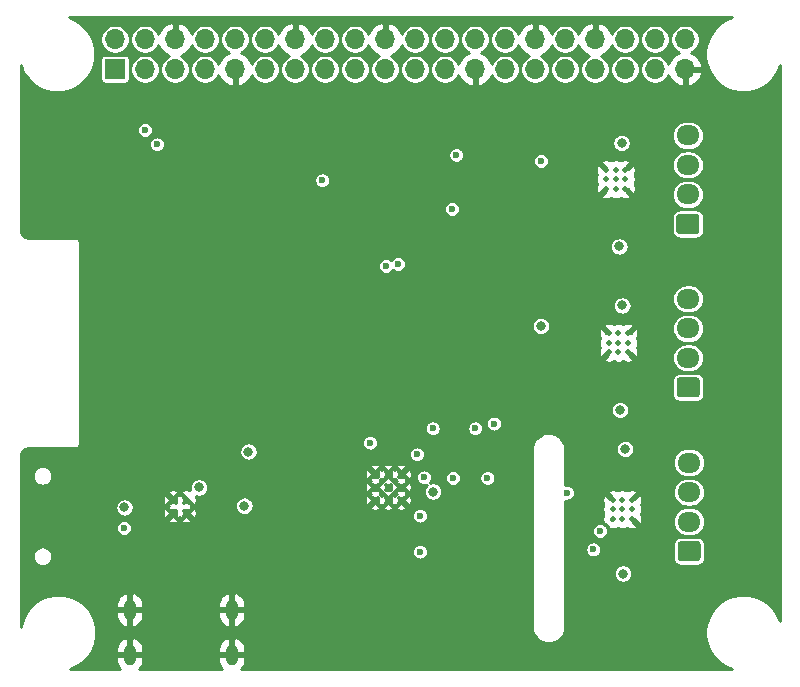
<source format=gbr>
G04 #@! TF.GenerationSoftware,KiCad,Pcbnew,(5.1.6)-1*
G04 #@! TF.CreationDate,2020-07-19T12:45:40+03:00*
G04 #@! TF.ProjectId,AstroPiMicro,41737472-6f50-4694-9d69-63726f2e6b69,1.0.8*
G04 #@! TF.SameCoordinates,Original*
G04 #@! TF.FileFunction,Copper,L3,Inr*
G04 #@! TF.FilePolarity,Positive*
%FSLAX46Y46*%
G04 Gerber Fmt 4.6, Leading zero omitted, Abs format (unit mm)*
G04 Created by KiCad (PCBNEW (5.1.6)-1) date 2020-07-19 12:45:40*
%MOMM*%
%LPD*%
G01*
G04 APERTURE LIST*
G04 #@! TA.AperFunction,ViaPad*
%ADD10C,0.500000*%
G04 #@! TD*
G04 #@! TA.AperFunction,ViaPad*
%ADD11O,1.000000X1.800000*%
G04 #@! TD*
G04 #@! TA.AperFunction,ViaPad*
%ADD12O,1.950000X1.700000*%
G04 #@! TD*
G04 #@! TA.AperFunction,ViaPad*
%ADD13O,1.700000X1.700000*%
G04 #@! TD*
G04 #@! TA.AperFunction,ViaPad*
%ADD14R,1.700000X1.700000*%
G04 #@! TD*
G04 #@! TA.AperFunction,ViaPad*
%ADD15C,0.800000*%
G04 #@! TD*
G04 #@! TA.AperFunction,ViaPad*
%ADD16C,0.600000*%
G04 #@! TD*
G04 #@! TA.AperFunction,Conductor*
%ADD17C,0.254000*%
G04 #@! TD*
G04 APERTURE END LIST*
D10*
X100000000Y-62300000D03*
X100800000Y-62300000D03*
X101600000Y-62300000D03*
X100000000Y-63100000D03*
X100800000Y-63100000D03*
X101600000Y-63100000D03*
X100000000Y-63900000D03*
X100800000Y-63900000D03*
X101600000Y-63900000D03*
X100550000Y-90250000D03*
X101350000Y-90250000D03*
X102150000Y-90250000D03*
X100550000Y-91050000D03*
X101350000Y-91050000D03*
X102150000Y-91050000D03*
X100550000Y-91850000D03*
X101350000Y-91850000D03*
X102150000Y-91850000D03*
X100225000Y-76150000D03*
X101025000Y-76150000D03*
X101825000Y-76150000D03*
X100225000Y-76950000D03*
X101025000Y-76950000D03*
X101825000Y-76950000D03*
X100225000Y-77750000D03*
X101025000Y-77750000D03*
X101825000Y-77750000D03*
D11*
X68287500Y-103368000D03*
X59647500Y-99568000D03*
X59647500Y-103368000D03*
X68287500Y-99568000D03*
D10*
X63331000Y-90251000D03*
X64431000Y-90251000D03*
X63331000Y-91351000D03*
X64431000Y-91351000D03*
D12*
X107000000Y-87100000D03*
X107000000Y-89600000D03*
X107000000Y-92100000D03*
G04 #@! TA.AperFunction,ViaPad*
G36*
G01*
X107725000Y-95450000D02*
X106275000Y-95450000D01*
G75*
G02*
X106025000Y-95200000I0J250000D01*
G01*
X106025000Y-94000000D01*
G75*
G02*
X106275000Y-93750000I250000J0D01*
G01*
X107725000Y-93750000D01*
G75*
G02*
X107975000Y-94000000I0J-250000D01*
G01*
X107975000Y-95200000D01*
G75*
G02*
X107725000Y-95450000I-250000J0D01*
G01*
G37*
G04 #@! TD.AperFunction*
X106900000Y-59400000D03*
X106900000Y-61900000D03*
X106900000Y-64400000D03*
G04 #@! TA.AperFunction,ViaPad*
G36*
G01*
X107625000Y-67750000D02*
X106175000Y-67750000D01*
G75*
G02*
X105925000Y-67500000I0J250000D01*
G01*
X105925000Y-66300000D01*
G75*
G02*
X106175000Y-66050000I250000J0D01*
G01*
X107625000Y-66050000D01*
G75*
G02*
X107875000Y-66300000I0J-250000D01*
G01*
X107875000Y-67500000D01*
G75*
G02*
X107625000Y-67750000I-250000J0D01*
G01*
G37*
G04 #@! TD.AperFunction*
X106934000Y-73237000D03*
X106934000Y-75737000D03*
X106934000Y-78237000D03*
G04 #@! TA.AperFunction,ViaPad*
G36*
G01*
X107659000Y-81587000D02*
X106209000Y-81587000D01*
G75*
G02*
X105959000Y-81337000I0J250000D01*
G01*
X105959000Y-80137000D01*
G75*
G02*
X106209000Y-79887000I250000J0D01*
G01*
X107659000Y-79887000D01*
G75*
G02*
X107909000Y-80137000I0J-250000D01*
G01*
X107909000Y-81337000D01*
G75*
G02*
X107659000Y-81587000I-250000J0D01*
G01*
G37*
G04 #@! TD.AperFunction*
D10*
X82645500Y-90288000D03*
X81545500Y-90288000D03*
X80445500Y-90288000D03*
X82645500Y-89188000D03*
X81545500Y-89188000D03*
X80445500Y-89188000D03*
X82645500Y-88088000D03*
X81545500Y-88088000D03*
X80445500Y-88088000D03*
D13*
X106660000Y-51260000D03*
X106660000Y-53800000D03*
X104120000Y-51260000D03*
X104120000Y-53800000D03*
X101580000Y-51260000D03*
X101580000Y-53800000D03*
X99040000Y-51260000D03*
X99040000Y-53800000D03*
X96500000Y-51260000D03*
X96500000Y-53800000D03*
X93960000Y-51260000D03*
X93960000Y-53800000D03*
X91420000Y-51260000D03*
X91420000Y-53800000D03*
X88880000Y-51260000D03*
X88880000Y-53800000D03*
X86340000Y-51260000D03*
X86340000Y-53800000D03*
X83800000Y-51260000D03*
X83800000Y-53800000D03*
X81260000Y-51260000D03*
X81260000Y-53800000D03*
X78720000Y-51260000D03*
X78720000Y-53800000D03*
X76180000Y-51260000D03*
X76180000Y-53800000D03*
X73640000Y-51260000D03*
X73640000Y-53800000D03*
X71100000Y-51260000D03*
X71100000Y-53800000D03*
X68560000Y-51260000D03*
X68560000Y-53800000D03*
X66020000Y-51260000D03*
X66020000Y-53800000D03*
X63480000Y-51260000D03*
X63480000Y-53800000D03*
X60940000Y-51260000D03*
X60940000Y-53800000D03*
X58400000Y-51260000D03*
D14*
X58400000Y-53800000D03*
D15*
X65999500Y-95885000D03*
X64031000Y-102298500D03*
D16*
X63142000Y-88265000D03*
X60919500Y-95250000D03*
X60983000Y-87693500D03*
X55800000Y-60800000D03*
D15*
X57500000Y-88400000D03*
X79900000Y-100500000D03*
X66000000Y-78000000D03*
X68500000Y-89000000D03*
X79700000Y-83950000D03*
D16*
X89250000Y-92000000D03*
X87150000Y-93850000D03*
X87150000Y-90200000D03*
X89300000Y-86900000D03*
X79600000Y-91200000D03*
X80650000Y-94050000D03*
D15*
X96200000Y-77150000D03*
D16*
X99800000Y-68700000D03*
X96250000Y-63100000D03*
X99950000Y-71150000D03*
X99700000Y-82750000D03*
X100300000Y-84400000D03*
X97600000Y-95650000D03*
X88200000Y-62500000D03*
X83950000Y-65676210D03*
X83200000Y-69950000D03*
X78465373Y-68523790D03*
X75950000Y-64650000D03*
X71600000Y-68600000D03*
X75850000Y-61550000D03*
X79850000Y-65300000D03*
X82100000Y-61300000D03*
X73150000Y-71350000D03*
X75500000Y-73500000D03*
X86500000Y-71350000D03*
X98500000Y-58600000D03*
X86150000Y-55650000D03*
X75950000Y-63200000D03*
D15*
X69350000Y-90750000D03*
X69700000Y-86170490D03*
X85326210Y-89550000D03*
D16*
X85300000Y-84200000D03*
X90500000Y-83800000D03*
X88900000Y-84200000D03*
X80005689Y-85420480D03*
D15*
X94450000Y-75550000D03*
X101150000Y-82650000D03*
X101400000Y-96500000D03*
X101100000Y-68800000D03*
D16*
X94450000Y-61550000D03*
X96650000Y-89650000D03*
X83963448Y-86399990D03*
X61950000Y-60150000D03*
X60940000Y-58935000D03*
X84212500Y-91601000D03*
X84212493Y-94648993D03*
X89927500Y-88426000D03*
X87006500Y-88426000D03*
X59150000Y-92650000D03*
X84550000Y-88350000D03*
D15*
X59200000Y-90900000D03*
X65500000Y-89200000D03*
X101350000Y-73800000D03*
X101291340Y-60023129D03*
X101600000Y-85950000D03*
D16*
X87300000Y-61050000D03*
X86950000Y-65650000D03*
X99476210Y-92900000D03*
X82351294Y-70286410D03*
X81350000Y-70450000D03*
X98900000Y-94450000D03*
D17*
G36*
X110071442Y-49640270D02*
G01*
X109542907Y-49993425D01*
X109093425Y-50442907D01*
X108740270Y-50971442D01*
X108497012Y-51558719D01*
X108373000Y-52182168D01*
X108373000Y-52817832D01*
X108497012Y-53441281D01*
X108740270Y-54028558D01*
X109093425Y-54557093D01*
X109542907Y-55006575D01*
X110071442Y-55359730D01*
X110658719Y-55602988D01*
X111282168Y-55727000D01*
X111917832Y-55727000D01*
X112541281Y-55602988D01*
X113128558Y-55359730D01*
X113657093Y-55006575D01*
X114106575Y-54557093D01*
X114459730Y-54028558D01*
X114688231Y-53476908D01*
X114688232Y-100523095D01*
X114459730Y-99971442D01*
X114106575Y-99442907D01*
X113657093Y-98993425D01*
X113128558Y-98640270D01*
X112541281Y-98397012D01*
X111917832Y-98273000D01*
X111282168Y-98273000D01*
X110658719Y-98397012D01*
X110071442Y-98640270D01*
X109542907Y-98993425D01*
X109093425Y-99442907D01*
X108740270Y-99971442D01*
X108497012Y-100558719D01*
X108373000Y-101182168D01*
X108373000Y-101817832D01*
X108497012Y-102441281D01*
X108740270Y-103028558D01*
X109093425Y-103557093D01*
X109542907Y-104006575D01*
X110071442Y-104359730D01*
X110623092Y-104588231D01*
X69074340Y-104588231D01*
X69160661Y-104504169D01*
X69287503Y-104319678D01*
X69375915Y-104113987D01*
X69422500Y-103895000D01*
X69422500Y-103495000D01*
X68414500Y-103495000D01*
X68414500Y-103515000D01*
X68160500Y-103515000D01*
X68160500Y-103495000D01*
X67152500Y-103495000D01*
X67152500Y-103895000D01*
X67199085Y-104113987D01*
X67287497Y-104319678D01*
X67414339Y-104504169D01*
X67500660Y-104588231D01*
X60434340Y-104588231D01*
X60520661Y-104504169D01*
X60647503Y-104319678D01*
X60735915Y-104113987D01*
X60782500Y-103895000D01*
X60782500Y-103495000D01*
X59774500Y-103495000D01*
X59774500Y-103515000D01*
X59520500Y-103515000D01*
X59520500Y-103495000D01*
X58512500Y-103495000D01*
X58512500Y-103895000D01*
X58559085Y-104113987D01*
X58647497Y-104319678D01*
X58774339Y-104504169D01*
X58860660Y-104588231D01*
X54576908Y-104588231D01*
X55128558Y-104359730D01*
X55657093Y-104006575D01*
X56106575Y-103557093D01*
X56459730Y-103028558D01*
X56537419Y-102841000D01*
X58512500Y-102841000D01*
X58512500Y-103241000D01*
X59520500Y-103241000D01*
X59520500Y-102000046D01*
X59774500Y-102000046D01*
X59774500Y-103241000D01*
X60782500Y-103241000D01*
X60782500Y-102841000D01*
X67152500Y-102841000D01*
X67152500Y-103241000D01*
X68160500Y-103241000D01*
X68160500Y-102000046D01*
X68414500Y-102000046D01*
X68414500Y-103241000D01*
X69422500Y-103241000D01*
X69422500Y-102841000D01*
X69375915Y-102622013D01*
X69287503Y-102416322D01*
X69160661Y-102231831D01*
X69000264Y-102075631D01*
X68812476Y-101953724D01*
X68589374Y-101873881D01*
X68414500Y-102000046D01*
X68160500Y-102000046D01*
X67985626Y-101873881D01*
X67762524Y-101953724D01*
X67574736Y-102075631D01*
X67414339Y-102231831D01*
X67287497Y-102416322D01*
X67199085Y-102622013D01*
X67152500Y-102841000D01*
X60782500Y-102841000D01*
X60735915Y-102622013D01*
X60647503Y-102416322D01*
X60520661Y-102231831D01*
X60360264Y-102075631D01*
X60172476Y-101953724D01*
X59949374Y-101873881D01*
X59774500Y-102000046D01*
X59520500Y-102000046D01*
X59345626Y-101873881D01*
X59122524Y-101953724D01*
X58934736Y-102075631D01*
X58774339Y-102231831D01*
X58647497Y-102416322D01*
X58559085Y-102622013D01*
X58512500Y-102841000D01*
X56537419Y-102841000D01*
X56702988Y-102441281D01*
X56827000Y-101817832D01*
X56827000Y-101182168D01*
X56702988Y-100558719D01*
X56459730Y-99971442D01*
X56275018Y-99695000D01*
X58512500Y-99695000D01*
X58512500Y-100095000D01*
X58559085Y-100313987D01*
X58647497Y-100519678D01*
X58774339Y-100704169D01*
X58934736Y-100860369D01*
X59122524Y-100982276D01*
X59345626Y-101062119D01*
X59520500Y-100935954D01*
X59520500Y-99695000D01*
X59774500Y-99695000D01*
X59774500Y-100935954D01*
X59949374Y-101062119D01*
X60172476Y-100982276D01*
X60360264Y-100860369D01*
X60520661Y-100704169D01*
X60647503Y-100519678D01*
X60735915Y-100313987D01*
X60782500Y-100095000D01*
X60782500Y-99695000D01*
X67152500Y-99695000D01*
X67152500Y-100095000D01*
X67199085Y-100313987D01*
X67287497Y-100519678D01*
X67414339Y-100704169D01*
X67574736Y-100860369D01*
X67762524Y-100982276D01*
X67985626Y-101062119D01*
X68160500Y-100935954D01*
X68160500Y-99695000D01*
X68414500Y-99695000D01*
X68414500Y-100935954D01*
X68589374Y-101062119D01*
X68812476Y-100982276D01*
X69000264Y-100860369D01*
X69160661Y-100704169D01*
X69287503Y-100519678D01*
X69375915Y-100313987D01*
X69422500Y-100095000D01*
X69422500Y-99695000D01*
X68414500Y-99695000D01*
X68160500Y-99695000D01*
X67152500Y-99695000D01*
X60782500Y-99695000D01*
X59774500Y-99695000D01*
X59520500Y-99695000D01*
X58512500Y-99695000D01*
X56275018Y-99695000D01*
X56106575Y-99442907D01*
X55704668Y-99041000D01*
X58512500Y-99041000D01*
X58512500Y-99441000D01*
X59520500Y-99441000D01*
X59520500Y-98200046D01*
X59774500Y-98200046D01*
X59774500Y-99441000D01*
X60782500Y-99441000D01*
X60782500Y-99041000D01*
X67152500Y-99041000D01*
X67152500Y-99441000D01*
X68160500Y-99441000D01*
X68160500Y-98200046D01*
X68414500Y-98200046D01*
X68414500Y-99441000D01*
X69422500Y-99441000D01*
X69422500Y-99041000D01*
X69375915Y-98822013D01*
X69287503Y-98616322D01*
X69160661Y-98431831D01*
X69000264Y-98275631D01*
X68812476Y-98153724D01*
X68589374Y-98073881D01*
X68414500Y-98200046D01*
X68160500Y-98200046D01*
X67985626Y-98073881D01*
X67762524Y-98153724D01*
X67574736Y-98275631D01*
X67414339Y-98431831D01*
X67287497Y-98616322D01*
X67199085Y-98822013D01*
X67152500Y-99041000D01*
X60782500Y-99041000D01*
X60735915Y-98822013D01*
X60647503Y-98616322D01*
X60520661Y-98431831D01*
X60360264Y-98275631D01*
X60172476Y-98153724D01*
X59949374Y-98073881D01*
X59774500Y-98200046D01*
X59520500Y-98200046D01*
X59345626Y-98073881D01*
X59122524Y-98153724D01*
X58934736Y-98275631D01*
X58774339Y-98431831D01*
X58647497Y-98616322D01*
X58559085Y-98822013D01*
X58512500Y-99041000D01*
X55704668Y-99041000D01*
X55657093Y-98993425D01*
X55128558Y-98640270D01*
X54541281Y-98397012D01*
X53917832Y-98273000D01*
X53282168Y-98273000D01*
X52658719Y-98397012D01*
X52071442Y-98640270D01*
X51542907Y-98993425D01*
X51093425Y-99442907D01*
X50740270Y-99971442D01*
X50497012Y-100558719D01*
X50412456Y-100983810D01*
X50420485Y-94948654D01*
X51429500Y-94948654D01*
X51429500Y-95112346D01*
X51461435Y-95272894D01*
X51524077Y-95424126D01*
X51615020Y-95560232D01*
X51730768Y-95675980D01*
X51866874Y-95766923D01*
X52018106Y-95829565D01*
X52178654Y-95861500D01*
X52342346Y-95861500D01*
X52502894Y-95829565D01*
X52654126Y-95766923D01*
X52790232Y-95675980D01*
X52905980Y-95560232D01*
X52996923Y-95424126D01*
X53059565Y-95272894D01*
X53091500Y-95112346D01*
X53091500Y-94948654D01*
X53059565Y-94788106D01*
X52996923Y-94636874D01*
X52960204Y-94581920D01*
X83531493Y-94581920D01*
X83531493Y-94716066D01*
X83557664Y-94847633D01*
X83608999Y-94971567D01*
X83683526Y-95083105D01*
X83778381Y-95177960D01*
X83889919Y-95252487D01*
X84013853Y-95303822D01*
X84145420Y-95329993D01*
X84279566Y-95329993D01*
X84411133Y-95303822D01*
X84535067Y-95252487D01*
X84646605Y-95177960D01*
X84741460Y-95083105D01*
X84815987Y-94971567D01*
X84867322Y-94847633D01*
X84893493Y-94716066D01*
X84893493Y-94581920D01*
X84867322Y-94450353D01*
X84815987Y-94326419D01*
X84741460Y-94214881D01*
X84646605Y-94120026D01*
X84535067Y-94045499D01*
X84411133Y-93994164D01*
X84279566Y-93967993D01*
X84145420Y-93967993D01*
X84013853Y-93994164D01*
X83889919Y-94045499D01*
X83778381Y-94120026D01*
X83683526Y-94214881D01*
X83608999Y-94326419D01*
X83557664Y-94450353D01*
X83531493Y-94581920D01*
X52960204Y-94581920D01*
X52905980Y-94500768D01*
X52790232Y-94385020D01*
X52654126Y-94294077D01*
X52502894Y-94231435D01*
X52342346Y-94199500D01*
X52178654Y-94199500D01*
X52018106Y-94231435D01*
X51866874Y-94294077D01*
X51730768Y-94385020D01*
X51615020Y-94500768D01*
X51524077Y-94636874D01*
X51461435Y-94788106D01*
X51429500Y-94948654D01*
X50420485Y-94948654D01*
X50423631Y-92582927D01*
X58469000Y-92582927D01*
X58469000Y-92717073D01*
X58495171Y-92848640D01*
X58546506Y-92972574D01*
X58621033Y-93084112D01*
X58715888Y-93178967D01*
X58827426Y-93253494D01*
X58951360Y-93304829D01*
X59082927Y-93331000D01*
X59217073Y-93331000D01*
X59348640Y-93304829D01*
X59472574Y-93253494D01*
X59584112Y-93178967D01*
X59678967Y-93084112D01*
X59753494Y-92972574D01*
X59804829Y-92848640D01*
X59831000Y-92717073D01*
X59831000Y-92582927D01*
X59804829Y-92451360D01*
X59753494Y-92327426D01*
X59678967Y-92215888D01*
X59584112Y-92121033D01*
X59472574Y-92046506D01*
X59348640Y-91995171D01*
X59217073Y-91969000D01*
X59082927Y-91969000D01*
X58951360Y-91995171D01*
X58827426Y-92046506D01*
X58715888Y-92121033D01*
X58621033Y-92215888D01*
X58546506Y-92327426D01*
X58495171Y-92451360D01*
X58469000Y-92582927D01*
X50423631Y-92582927D01*
X50424477Y-91947164D01*
X62908784Y-91947164D01*
X62912826Y-92135827D01*
X63073974Y-92202328D01*
X63244998Y-92236113D01*
X63419328Y-92235884D01*
X63590264Y-92201649D01*
X63749174Y-92135827D01*
X63753216Y-91947164D01*
X64008784Y-91947164D01*
X64012826Y-92135827D01*
X64173974Y-92202328D01*
X64344998Y-92236113D01*
X64519328Y-92235884D01*
X64690264Y-92201649D01*
X64849174Y-92135827D01*
X64853216Y-91947164D01*
X64431000Y-91524948D01*
X64008784Y-91947164D01*
X63753216Y-91947164D01*
X63331000Y-91524948D01*
X62908784Y-91947164D01*
X50424477Y-91947164D01*
X50425973Y-90823078D01*
X58419000Y-90823078D01*
X58419000Y-90976922D01*
X58449013Y-91127809D01*
X58507887Y-91269942D01*
X58593358Y-91397859D01*
X58702141Y-91506642D01*
X58830058Y-91592113D01*
X58972191Y-91650987D01*
X59123078Y-91681000D01*
X59276922Y-91681000D01*
X59427809Y-91650987D01*
X59569942Y-91592113D01*
X59697859Y-91506642D01*
X59806642Y-91397859D01*
X59892113Y-91269942D01*
X59894160Y-91264998D01*
X62445887Y-91264998D01*
X62446116Y-91439328D01*
X62480351Y-91610264D01*
X62546173Y-91769174D01*
X62734836Y-91773216D01*
X63157052Y-91351000D01*
X62734836Y-90928784D01*
X62546173Y-90932826D01*
X62479672Y-91093974D01*
X62445887Y-91264998D01*
X59894160Y-91264998D01*
X59950987Y-91127809D01*
X59981000Y-90976922D01*
X59981000Y-90823078D01*
X59967426Y-90754836D01*
X62908784Y-90754836D01*
X62954948Y-90801000D01*
X62908784Y-90847164D01*
X62912826Y-91035827D01*
X63073974Y-91102328D01*
X63244998Y-91136113D01*
X63290002Y-91136054D01*
X63331000Y-91177052D01*
X63372106Y-91135946D01*
X63419328Y-91135884D01*
X63577657Y-91104174D01*
X63545887Y-91264998D01*
X63545946Y-91310002D01*
X63504948Y-91351000D01*
X63546054Y-91392106D01*
X63546116Y-91439328D01*
X63580351Y-91610264D01*
X63646173Y-91769174D01*
X63834836Y-91773216D01*
X63881000Y-91727052D01*
X63927164Y-91773216D01*
X64115827Y-91769174D01*
X64182328Y-91608026D01*
X64216113Y-91437002D01*
X64216054Y-91391998D01*
X64257052Y-91351000D01*
X64604948Y-91351000D01*
X65027164Y-91773216D01*
X65215827Y-91769174D01*
X65282328Y-91608026D01*
X65296965Y-91533927D01*
X83531500Y-91533927D01*
X83531500Y-91668073D01*
X83557671Y-91799640D01*
X83609006Y-91923574D01*
X83683533Y-92035112D01*
X83778388Y-92129967D01*
X83889926Y-92204494D01*
X84013860Y-92255829D01*
X84145427Y-92282000D01*
X84279573Y-92282000D01*
X84411140Y-92255829D01*
X84535074Y-92204494D01*
X84646612Y-92129967D01*
X84741467Y-92035112D01*
X84815994Y-91923574D01*
X84867329Y-91799640D01*
X84893500Y-91668073D01*
X84893500Y-91533927D01*
X84867329Y-91402360D01*
X84815994Y-91278426D01*
X84741467Y-91166888D01*
X84646612Y-91072033D01*
X84535074Y-90997506D01*
X84411140Y-90946171D01*
X84279573Y-90920000D01*
X84145427Y-90920000D01*
X84013860Y-90946171D01*
X83889926Y-90997506D01*
X83778388Y-91072033D01*
X83683533Y-91166888D01*
X83609006Y-91278426D01*
X83557671Y-91402360D01*
X83531500Y-91533927D01*
X65296965Y-91533927D01*
X65316113Y-91437002D01*
X65315884Y-91262672D01*
X65281649Y-91091736D01*
X65215827Y-90932826D01*
X65027164Y-90928784D01*
X64604948Y-91351000D01*
X64257052Y-91351000D01*
X64215946Y-91309894D01*
X64215884Y-91262672D01*
X64184174Y-91104343D01*
X64344998Y-91136113D01*
X64390002Y-91136054D01*
X64431000Y-91177052D01*
X64472106Y-91135946D01*
X64519328Y-91135884D01*
X64690264Y-91101649D01*
X64849174Y-91035827D01*
X64853216Y-90847164D01*
X64807052Y-90801000D01*
X64853216Y-90754836D01*
X64849174Y-90566173D01*
X64688026Y-90499672D01*
X64517002Y-90465887D01*
X64471998Y-90465946D01*
X64431000Y-90424948D01*
X64389894Y-90466054D01*
X64342672Y-90466116D01*
X64184343Y-90497826D01*
X64216113Y-90337002D01*
X64216054Y-90291998D01*
X64257052Y-90251000D01*
X64215946Y-90209894D01*
X64215884Y-90162672D01*
X64181649Y-89991736D01*
X64115827Y-89832826D01*
X63927164Y-89828784D01*
X63881000Y-89874948D01*
X63834836Y-89828784D01*
X63646173Y-89832826D01*
X63579672Y-89993974D01*
X63545887Y-90164998D01*
X63545946Y-90210002D01*
X63504948Y-90251000D01*
X63546054Y-90292106D01*
X63546116Y-90339328D01*
X63577826Y-90497657D01*
X63417002Y-90465887D01*
X63371998Y-90465946D01*
X63331000Y-90424948D01*
X63289894Y-90466054D01*
X63242672Y-90466116D01*
X63071736Y-90500351D01*
X62912826Y-90566173D01*
X62908784Y-90754836D01*
X59967426Y-90754836D01*
X59950987Y-90672191D01*
X59892113Y-90530058D01*
X59806642Y-90402141D01*
X59697859Y-90293358D01*
X59569942Y-90207887D01*
X59466400Y-90164998D01*
X62445887Y-90164998D01*
X62446116Y-90339328D01*
X62480351Y-90510264D01*
X62546173Y-90669174D01*
X62734836Y-90673216D01*
X63157052Y-90251000D01*
X62734836Y-89828784D01*
X62546173Y-89832826D01*
X62479672Y-89993974D01*
X62445887Y-90164998D01*
X59466400Y-90164998D01*
X59427809Y-90149013D01*
X59276922Y-90119000D01*
X59123078Y-90119000D01*
X58972191Y-90149013D01*
X58830058Y-90207887D01*
X58702141Y-90293358D01*
X58593358Y-90402141D01*
X58507887Y-90530058D01*
X58449013Y-90672191D01*
X58419000Y-90823078D01*
X50425973Y-90823078D01*
X50427527Y-89654836D01*
X62908784Y-89654836D01*
X63331000Y-90077052D01*
X63753216Y-89654836D01*
X64008784Y-89654836D01*
X64431000Y-90077052D01*
X64447971Y-90060081D01*
X64621919Y-90234029D01*
X64604948Y-90251000D01*
X65027164Y-90673216D01*
X65033605Y-90673078D01*
X68569000Y-90673078D01*
X68569000Y-90826922D01*
X68599013Y-90977809D01*
X68657887Y-91119942D01*
X68743358Y-91247859D01*
X68852141Y-91356642D01*
X68980058Y-91442113D01*
X69122191Y-91500987D01*
X69273078Y-91531000D01*
X69426922Y-91531000D01*
X69577809Y-91500987D01*
X69719942Y-91442113D01*
X69847859Y-91356642D01*
X69956642Y-91247859D01*
X70042113Y-91119942D01*
X70100987Y-90977809D01*
X70119613Y-90884164D01*
X80023284Y-90884164D01*
X80027326Y-91072827D01*
X80188474Y-91139328D01*
X80359498Y-91173113D01*
X80533828Y-91172884D01*
X80704764Y-91138649D01*
X80863674Y-91072827D01*
X80867716Y-90884164D01*
X81123284Y-90884164D01*
X81127326Y-91072827D01*
X81288474Y-91139328D01*
X81459498Y-91173113D01*
X81633828Y-91172884D01*
X81804764Y-91138649D01*
X81963674Y-91072827D01*
X81967716Y-90884164D01*
X82223284Y-90884164D01*
X82227326Y-91072827D01*
X82388474Y-91139328D01*
X82559498Y-91173113D01*
X82733828Y-91172884D01*
X82904764Y-91138649D01*
X83063674Y-91072827D01*
X83067716Y-90884164D01*
X82645500Y-90461948D01*
X82223284Y-90884164D01*
X81967716Y-90884164D01*
X81545500Y-90461948D01*
X81123284Y-90884164D01*
X80867716Y-90884164D01*
X80445500Y-90461948D01*
X80023284Y-90884164D01*
X70119613Y-90884164D01*
X70131000Y-90826922D01*
X70131000Y-90673078D01*
X70100987Y-90522191D01*
X70042113Y-90380058D01*
X69956642Y-90252141D01*
X69906499Y-90201998D01*
X79560387Y-90201998D01*
X79560616Y-90376328D01*
X79594851Y-90547264D01*
X79660673Y-90706174D01*
X79849336Y-90710216D01*
X80271552Y-90288000D01*
X79849336Y-89865784D01*
X79660673Y-89869826D01*
X79594172Y-90030974D01*
X79560387Y-90201998D01*
X69906499Y-90201998D01*
X69847859Y-90143358D01*
X69719942Y-90057887D01*
X69577809Y-89999013D01*
X69426922Y-89969000D01*
X69273078Y-89969000D01*
X69122191Y-89999013D01*
X68980058Y-90057887D01*
X68852141Y-90143358D01*
X68743358Y-90252141D01*
X68657887Y-90380058D01*
X68599013Y-90522191D01*
X68569000Y-90673078D01*
X65033605Y-90673078D01*
X65215827Y-90669174D01*
X65282328Y-90508026D01*
X65316113Y-90337002D01*
X65315884Y-90162672D01*
X65281649Y-89991736D01*
X65263234Y-89947277D01*
X65272191Y-89950987D01*
X65423078Y-89981000D01*
X65576922Y-89981000D01*
X65727809Y-89950987D01*
X65869942Y-89892113D01*
X65997859Y-89806642D01*
X66106642Y-89697859D01*
X66110666Y-89691836D01*
X80023284Y-89691836D01*
X80069448Y-89738000D01*
X80023284Y-89784164D01*
X80027326Y-89972827D01*
X80188474Y-90039328D01*
X80359498Y-90073113D01*
X80404502Y-90073054D01*
X80445500Y-90114052D01*
X80486606Y-90072946D01*
X80533828Y-90072884D01*
X80692157Y-90041174D01*
X80660387Y-90201998D01*
X80660446Y-90247002D01*
X80619448Y-90288000D01*
X80660554Y-90329106D01*
X80660616Y-90376328D01*
X80694851Y-90547264D01*
X80760673Y-90706174D01*
X80949336Y-90710216D01*
X80995500Y-90664052D01*
X81041664Y-90710216D01*
X81230327Y-90706174D01*
X81296828Y-90545026D01*
X81330613Y-90374002D01*
X81330554Y-90328998D01*
X81371552Y-90288000D01*
X81719448Y-90288000D01*
X81760554Y-90329106D01*
X81760616Y-90376328D01*
X81794851Y-90547264D01*
X81860673Y-90706174D01*
X82049336Y-90710216D01*
X82095500Y-90664052D01*
X82141664Y-90710216D01*
X82330327Y-90706174D01*
X82396828Y-90545026D01*
X82430613Y-90374002D01*
X82430554Y-90328998D01*
X82471552Y-90288000D01*
X82819448Y-90288000D01*
X83241664Y-90710216D01*
X83430327Y-90706174D01*
X83496828Y-90545026D01*
X83530613Y-90374002D01*
X83530384Y-90199672D01*
X83496149Y-90028736D01*
X83430327Y-89869826D01*
X83241664Y-89865784D01*
X82819448Y-90288000D01*
X82471552Y-90288000D01*
X82430446Y-90246894D01*
X82430384Y-90199672D01*
X82398674Y-90041343D01*
X82559498Y-90073113D01*
X82604502Y-90073054D01*
X82645500Y-90114052D01*
X82686606Y-90072946D01*
X82733828Y-90072884D01*
X82904764Y-90038649D01*
X83063674Y-89972827D01*
X83067716Y-89784164D01*
X83021552Y-89738000D01*
X83067716Y-89691836D01*
X83063674Y-89503173D01*
X82902526Y-89436672D01*
X82731502Y-89402887D01*
X82686498Y-89402946D01*
X82645500Y-89361948D01*
X82604394Y-89403054D01*
X82557172Y-89403116D01*
X82386236Y-89437351D01*
X82227326Y-89503173D01*
X82223284Y-89691836D01*
X82269448Y-89738000D01*
X82223284Y-89784164D01*
X82225071Y-89867571D01*
X82141664Y-89865784D01*
X82095500Y-89911948D01*
X82049336Y-89865784D01*
X81860673Y-89869826D01*
X81794172Y-90030974D01*
X81760387Y-90201998D01*
X81760446Y-90247002D01*
X81719448Y-90288000D01*
X81371552Y-90288000D01*
X81330446Y-90246894D01*
X81330384Y-90199672D01*
X81296149Y-90028736D01*
X81230327Y-89869826D01*
X81041664Y-89865784D01*
X80995500Y-89911948D01*
X80949336Y-89865784D01*
X80865929Y-89867571D01*
X80867716Y-89784164D01*
X80821552Y-89738000D01*
X80867716Y-89691836D01*
X80863674Y-89503173D01*
X80702526Y-89436672D01*
X80531502Y-89402887D01*
X80486498Y-89402946D01*
X80445500Y-89361948D01*
X80404394Y-89403054D01*
X80357172Y-89403116D01*
X80186236Y-89437351D01*
X80027326Y-89503173D01*
X80023284Y-89691836D01*
X66110666Y-89691836D01*
X66192113Y-89569942D01*
X66250987Y-89427809D01*
X66281000Y-89276922D01*
X66281000Y-89123078D01*
X66276807Y-89101998D01*
X79560387Y-89101998D01*
X79560616Y-89276328D01*
X79594851Y-89447264D01*
X79660673Y-89606174D01*
X79849336Y-89610216D01*
X80271552Y-89188000D01*
X80619448Y-89188000D01*
X81041664Y-89610216D01*
X81125071Y-89608429D01*
X81123284Y-89691836D01*
X81545500Y-90114052D01*
X81967716Y-89691836D01*
X81965929Y-89608429D01*
X82049336Y-89610216D01*
X82471552Y-89188000D01*
X82819448Y-89188000D01*
X83241664Y-89610216D01*
X83430327Y-89606174D01*
X83496828Y-89445026D01*
X83530613Y-89274002D01*
X83530384Y-89099672D01*
X83496149Y-88928736D01*
X83430327Y-88769826D01*
X83241664Y-88765784D01*
X82819448Y-89188000D01*
X82471552Y-89188000D01*
X82049336Y-88765784D01*
X81965929Y-88767571D01*
X81967716Y-88684164D01*
X81545500Y-88261948D01*
X81123284Y-88684164D01*
X81125071Y-88767571D01*
X81041664Y-88765784D01*
X80619448Y-89188000D01*
X80271552Y-89188000D01*
X79849336Y-88765784D01*
X79660673Y-88769826D01*
X79594172Y-88930974D01*
X79560387Y-89101998D01*
X66276807Y-89101998D01*
X66250987Y-88972191D01*
X66192113Y-88830058D01*
X66106642Y-88702141D01*
X65997859Y-88593358D01*
X65995582Y-88591836D01*
X80023284Y-88591836D01*
X80069448Y-88638000D01*
X80023284Y-88684164D01*
X80027326Y-88872827D01*
X80188474Y-88939328D01*
X80359498Y-88973113D01*
X80404502Y-88973054D01*
X80445500Y-89014052D01*
X80486606Y-88972946D01*
X80533828Y-88972884D01*
X80704764Y-88938649D01*
X80863674Y-88872827D01*
X80867716Y-88684164D01*
X80821552Y-88638000D01*
X80867716Y-88591836D01*
X80865929Y-88508429D01*
X80949336Y-88510216D01*
X80995500Y-88464052D01*
X81041664Y-88510216D01*
X81230327Y-88506174D01*
X81296828Y-88345026D01*
X81330613Y-88174002D01*
X81330554Y-88128998D01*
X81371552Y-88088000D01*
X81719448Y-88088000D01*
X81760554Y-88129106D01*
X81760616Y-88176328D01*
X81794851Y-88347264D01*
X81860673Y-88506174D01*
X82049336Y-88510216D01*
X82095500Y-88464052D01*
X82141664Y-88510216D01*
X82225071Y-88508429D01*
X82223284Y-88591836D01*
X82269448Y-88638000D01*
X82223284Y-88684164D01*
X82227326Y-88872827D01*
X82388474Y-88939328D01*
X82559498Y-88973113D01*
X82604502Y-88973054D01*
X82645500Y-89014052D01*
X82686606Y-88972946D01*
X82733828Y-88972884D01*
X82904764Y-88938649D01*
X83063674Y-88872827D01*
X83067716Y-88684164D01*
X83021552Y-88638000D01*
X83067716Y-88591836D01*
X83063674Y-88403173D01*
X82902526Y-88336672D01*
X82731502Y-88302887D01*
X82686498Y-88302946D01*
X82645500Y-88261948D01*
X82604394Y-88303054D01*
X82557172Y-88303116D01*
X82398843Y-88334826D01*
X82430613Y-88174002D01*
X82430554Y-88128998D01*
X82471552Y-88088000D01*
X82819448Y-88088000D01*
X83241664Y-88510216D01*
X83430327Y-88506174D01*
X83496828Y-88345026D01*
X83509095Y-88282927D01*
X83869000Y-88282927D01*
X83869000Y-88417073D01*
X83895171Y-88548640D01*
X83946506Y-88672574D01*
X84021033Y-88784112D01*
X84115888Y-88878967D01*
X84227426Y-88953494D01*
X84351360Y-89004829D01*
X84482927Y-89031000D01*
X84617073Y-89031000D01*
X84748640Y-89004829D01*
X84779778Y-88991931D01*
X84719568Y-89052141D01*
X84634097Y-89180058D01*
X84575223Y-89322191D01*
X84545210Y-89473078D01*
X84545210Y-89626922D01*
X84575223Y-89777809D01*
X84634097Y-89919942D01*
X84719568Y-90047859D01*
X84828351Y-90156642D01*
X84956268Y-90242113D01*
X85098401Y-90300987D01*
X85249288Y-90331000D01*
X85403132Y-90331000D01*
X85554019Y-90300987D01*
X85696152Y-90242113D01*
X85824069Y-90156642D01*
X85932852Y-90047859D01*
X86018323Y-89919942D01*
X86077197Y-89777809D01*
X86107210Y-89626922D01*
X86107210Y-89473078D01*
X86077197Y-89322191D01*
X86018323Y-89180058D01*
X85932852Y-89052141D01*
X85824069Y-88943358D01*
X85696152Y-88857887D01*
X85554019Y-88799013D01*
X85403132Y-88769000D01*
X85249288Y-88769000D01*
X85098401Y-88799013D01*
X85039787Y-88823292D01*
X85078967Y-88784112D01*
X85153494Y-88672574D01*
X85204829Y-88548640D01*
X85231000Y-88417073D01*
X85231000Y-88358927D01*
X86325500Y-88358927D01*
X86325500Y-88493073D01*
X86351671Y-88624640D01*
X86403006Y-88748574D01*
X86477533Y-88860112D01*
X86572388Y-88954967D01*
X86683926Y-89029494D01*
X86807860Y-89080829D01*
X86939427Y-89107000D01*
X87073573Y-89107000D01*
X87205140Y-89080829D01*
X87329074Y-89029494D01*
X87440612Y-88954967D01*
X87535467Y-88860112D01*
X87609994Y-88748574D01*
X87661329Y-88624640D01*
X87687500Y-88493073D01*
X87687500Y-88358927D01*
X89246500Y-88358927D01*
X89246500Y-88493073D01*
X89272671Y-88624640D01*
X89324006Y-88748574D01*
X89398533Y-88860112D01*
X89493388Y-88954967D01*
X89604926Y-89029494D01*
X89728860Y-89080829D01*
X89860427Y-89107000D01*
X89994573Y-89107000D01*
X90126140Y-89080829D01*
X90250074Y-89029494D01*
X90361612Y-88954967D01*
X90456467Y-88860112D01*
X90530994Y-88748574D01*
X90582329Y-88624640D01*
X90608500Y-88493073D01*
X90608500Y-88358927D01*
X90582329Y-88227360D01*
X90530994Y-88103426D01*
X90456467Y-87991888D01*
X90361612Y-87897033D01*
X90250074Y-87822506D01*
X90126140Y-87771171D01*
X89994573Y-87745000D01*
X89860427Y-87745000D01*
X89728860Y-87771171D01*
X89604926Y-87822506D01*
X89493388Y-87897033D01*
X89398533Y-87991888D01*
X89324006Y-88103426D01*
X89272671Y-88227360D01*
X89246500Y-88358927D01*
X87687500Y-88358927D01*
X87661329Y-88227360D01*
X87609994Y-88103426D01*
X87535467Y-87991888D01*
X87440612Y-87897033D01*
X87329074Y-87822506D01*
X87205140Y-87771171D01*
X87073573Y-87745000D01*
X86939427Y-87745000D01*
X86807860Y-87771171D01*
X86683926Y-87822506D01*
X86572388Y-87897033D01*
X86477533Y-87991888D01*
X86403006Y-88103426D01*
X86351671Y-88227360D01*
X86325500Y-88358927D01*
X85231000Y-88358927D01*
X85231000Y-88282927D01*
X85204829Y-88151360D01*
X85153494Y-88027426D01*
X85078967Y-87915888D01*
X84984112Y-87821033D01*
X84872574Y-87746506D01*
X84748640Y-87695171D01*
X84617073Y-87669000D01*
X84482927Y-87669000D01*
X84351360Y-87695171D01*
X84227426Y-87746506D01*
X84115888Y-87821033D01*
X84021033Y-87915888D01*
X83946506Y-88027426D01*
X83895171Y-88151360D01*
X83869000Y-88282927D01*
X83509095Y-88282927D01*
X83530613Y-88174002D01*
X83530384Y-87999672D01*
X83496149Y-87828736D01*
X83430327Y-87669826D01*
X83241664Y-87665784D01*
X82819448Y-88088000D01*
X82471552Y-88088000D01*
X82430446Y-88046894D01*
X82430384Y-87999672D01*
X82396149Y-87828736D01*
X82330327Y-87669826D01*
X82141664Y-87665784D01*
X82095500Y-87711948D01*
X82049336Y-87665784D01*
X81860673Y-87669826D01*
X81794172Y-87830974D01*
X81760387Y-88001998D01*
X81760446Y-88047002D01*
X81719448Y-88088000D01*
X81371552Y-88088000D01*
X81330446Y-88046894D01*
X81330384Y-87999672D01*
X81296149Y-87828736D01*
X81230327Y-87669826D01*
X81041664Y-87665784D01*
X80995500Y-87711948D01*
X80949336Y-87665784D01*
X80760673Y-87669826D01*
X80694172Y-87830974D01*
X80660387Y-88001998D01*
X80660446Y-88047002D01*
X80619448Y-88088000D01*
X80660554Y-88129106D01*
X80660616Y-88176328D01*
X80692326Y-88334657D01*
X80531502Y-88302887D01*
X80486498Y-88302946D01*
X80445500Y-88261948D01*
X80404394Y-88303054D01*
X80357172Y-88303116D01*
X80186236Y-88337351D01*
X80027326Y-88403173D01*
X80023284Y-88591836D01*
X65995582Y-88591836D01*
X65869942Y-88507887D01*
X65727809Y-88449013D01*
X65576922Y-88419000D01*
X65423078Y-88419000D01*
X65272191Y-88449013D01*
X65130058Y-88507887D01*
X65002141Y-88593358D01*
X64893358Y-88702141D01*
X64807887Y-88830058D01*
X64749013Y-88972191D01*
X64719000Y-89123078D01*
X64719000Y-89276922D01*
X64748370Y-89424574D01*
X64688026Y-89399672D01*
X64517002Y-89365887D01*
X64342672Y-89366116D01*
X64171736Y-89400351D01*
X64012826Y-89466173D01*
X64008784Y-89654836D01*
X63753216Y-89654836D01*
X63749174Y-89466173D01*
X63588026Y-89399672D01*
X63417002Y-89365887D01*
X63242672Y-89366116D01*
X63071736Y-89400351D01*
X62912826Y-89466173D01*
X62908784Y-89654836D01*
X50427527Y-89654836D01*
X50429532Y-88148654D01*
X51429500Y-88148654D01*
X51429500Y-88312346D01*
X51461435Y-88472894D01*
X51524077Y-88624126D01*
X51615020Y-88760232D01*
X51730768Y-88875980D01*
X51866874Y-88966923D01*
X52018106Y-89029565D01*
X52178654Y-89061500D01*
X52342346Y-89061500D01*
X52502894Y-89029565D01*
X52654126Y-88966923D01*
X52790232Y-88875980D01*
X52905980Y-88760232D01*
X52996923Y-88624126D01*
X53059565Y-88472894D01*
X53091500Y-88312346D01*
X53091500Y-88148654D01*
X53062329Y-88001998D01*
X79560387Y-88001998D01*
X79560616Y-88176328D01*
X79594851Y-88347264D01*
X79660673Y-88506174D01*
X79849336Y-88510216D01*
X80271552Y-88088000D01*
X79849336Y-87665784D01*
X79660673Y-87669826D01*
X79594172Y-87830974D01*
X79560387Y-88001998D01*
X53062329Y-88001998D01*
X53059565Y-87988106D01*
X52996923Y-87836874D01*
X52905980Y-87700768D01*
X52790232Y-87585020D01*
X52654126Y-87494077D01*
X52648716Y-87491836D01*
X80023284Y-87491836D01*
X80445500Y-87914052D01*
X80867716Y-87491836D01*
X81123284Y-87491836D01*
X81545500Y-87914052D01*
X81967716Y-87491836D01*
X82223284Y-87491836D01*
X82645500Y-87914052D01*
X83067716Y-87491836D01*
X83063674Y-87303173D01*
X82902526Y-87236672D01*
X82731502Y-87202887D01*
X82557172Y-87203116D01*
X82386236Y-87237351D01*
X82227326Y-87303173D01*
X82223284Y-87491836D01*
X81967716Y-87491836D01*
X81963674Y-87303173D01*
X81802526Y-87236672D01*
X81631502Y-87202887D01*
X81457172Y-87203116D01*
X81286236Y-87237351D01*
X81127326Y-87303173D01*
X81123284Y-87491836D01*
X80867716Y-87491836D01*
X80863674Y-87303173D01*
X80702526Y-87236672D01*
X80531502Y-87202887D01*
X80357172Y-87203116D01*
X80186236Y-87237351D01*
X80027326Y-87303173D01*
X80023284Y-87491836D01*
X52648716Y-87491836D01*
X52502894Y-87431435D01*
X52342346Y-87399500D01*
X52178654Y-87399500D01*
X52018106Y-87431435D01*
X51866874Y-87494077D01*
X51730768Y-87585020D01*
X51615020Y-87700768D01*
X51524077Y-87836874D01*
X51461435Y-87988106D01*
X51429500Y-88148654D01*
X50429532Y-88148654D01*
X50431726Y-86500124D01*
X50444594Y-86368887D01*
X50476864Y-86262003D01*
X50529281Y-86163422D01*
X50586252Y-86093568D01*
X68919000Y-86093568D01*
X68919000Y-86247412D01*
X68949013Y-86398299D01*
X69007887Y-86540432D01*
X69093358Y-86668349D01*
X69202141Y-86777132D01*
X69330058Y-86862603D01*
X69472191Y-86921477D01*
X69623078Y-86951490D01*
X69776922Y-86951490D01*
X69927809Y-86921477D01*
X70069942Y-86862603D01*
X70197859Y-86777132D01*
X70306642Y-86668349D01*
X70392113Y-86540432D01*
X70450987Y-86398299D01*
X70463992Y-86332917D01*
X83282448Y-86332917D01*
X83282448Y-86467063D01*
X83308619Y-86598630D01*
X83359954Y-86722564D01*
X83434481Y-86834102D01*
X83529336Y-86928957D01*
X83640874Y-87003484D01*
X83764808Y-87054819D01*
X83896375Y-87080990D01*
X84030521Y-87080990D01*
X84162088Y-87054819D01*
X84286022Y-87003484D01*
X84397560Y-86928957D01*
X84492415Y-86834102D01*
X84566942Y-86722564D01*
X84618277Y-86598630D01*
X84644448Y-86467063D01*
X84644448Y-86332917D01*
X84618277Y-86201350D01*
X84566942Y-86077416D01*
X84501892Y-85980060D01*
X93694000Y-85980060D01*
X93694001Y-101019941D01*
X93696035Y-101040592D01*
X93696035Y-101053580D01*
X93696627Y-101059218D01*
X93718382Y-101253168D01*
X93726042Y-101289205D01*
X93733181Y-101325260D01*
X93734857Y-101330676D01*
X93793870Y-101516706D01*
X93808379Y-101550557D01*
X93822389Y-101584547D01*
X93825083Y-101589530D01*
X93825085Y-101589535D01*
X93825088Y-101589539D01*
X93919107Y-101760560D01*
X93939902Y-101790931D01*
X93960259Y-101821570D01*
X93963869Y-101825933D01*
X93963873Y-101825939D01*
X93963878Y-101825944D01*
X94089323Y-101975444D01*
X94115627Y-102001204D01*
X94141544Y-102027301D01*
X94145931Y-102030880D01*
X94145935Y-102030884D01*
X94145937Y-102030885D01*
X94298036Y-102153176D01*
X94328853Y-102173342D01*
X94359332Y-102193900D01*
X94364335Y-102196561D01*
X94364343Y-102196565D01*
X94537293Y-102286982D01*
X94571434Y-102300776D01*
X94605336Y-102315027D01*
X94610758Y-102316664D01*
X94610760Y-102316665D01*
X94610762Y-102316665D01*
X94610764Y-102316666D01*
X94797989Y-102371769D01*
X94834154Y-102378668D01*
X94870179Y-102386062D01*
X94875821Y-102386616D01*
X95070183Y-102404305D01*
X95106981Y-102404048D01*
X95143779Y-102404305D01*
X95149421Y-102403752D01*
X95343518Y-102383351D01*
X95379604Y-102375944D01*
X95415708Y-102369056D01*
X95421133Y-102367419D01*
X95421139Y-102367417D01*
X95607573Y-102309706D01*
X95641500Y-102295445D01*
X95675613Y-102281662D01*
X95680619Y-102279001D01*
X95852296Y-102186176D01*
X95882821Y-102165586D01*
X95913594Y-102145449D01*
X95917988Y-102141866D01*
X96068365Y-102017462D01*
X96094316Y-101991330D01*
X96120584Y-101965606D01*
X96124193Y-101961244D01*
X96124199Y-101961238D01*
X96124203Y-101961231D01*
X96247548Y-101809996D01*
X96267932Y-101779316D01*
X96288701Y-101748984D01*
X96291395Y-101744002D01*
X96291398Y-101743998D01*
X96291400Y-101743994D01*
X96383023Y-101571675D01*
X96397046Y-101537652D01*
X96411541Y-101503832D01*
X96413218Y-101498417D01*
X96469627Y-101311580D01*
X96476786Y-101275425D01*
X96484424Y-101239491D01*
X96485016Y-101233862D01*
X96485018Y-101233852D01*
X96485018Y-101233843D01*
X96504062Y-101039620D01*
X96504062Y-101039618D01*
X96506000Y-101019941D01*
X96506000Y-96423078D01*
X100619000Y-96423078D01*
X100619000Y-96576922D01*
X100649013Y-96727809D01*
X100707887Y-96869942D01*
X100793358Y-96997859D01*
X100902141Y-97106642D01*
X101030058Y-97192113D01*
X101172191Y-97250987D01*
X101323078Y-97281000D01*
X101476922Y-97281000D01*
X101627809Y-97250987D01*
X101769942Y-97192113D01*
X101897859Y-97106642D01*
X102006642Y-96997859D01*
X102092113Y-96869942D01*
X102150987Y-96727809D01*
X102181000Y-96576922D01*
X102181000Y-96423078D01*
X102150987Y-96272191D01*
X102092113Y-96130058D01*
X102006642Y-96002141D01*
X101897859Y-95893358D01*
X101769942Y-95807887D01*
X101627809Y-95749013D01*
X101476922Y-95719000D01*
X101323078Y-95719000D01*
X101172191Y-95749013D01*
X101030058Y-95807887D01*
X100902141Y-95893358D01*
X100793358Y-96002141D01*
X100707887Y-96130058D01*
X100649013Y-96272191D01*
X100619000Y-96423078D01*
X96506000Y-96423078D01*
X96506000Y-94382927D01*
X98219000Y-94382927D01*
X98219000Y-94517073D01*
X98245171Y-94648640D01*
X98296506Y-94772574D01*
X98371033Y-94884112D01*
X98465888Y-94978967D01*
X98577426Y-95053494D01*
X98701360Y-95104829D01*
X98832927Y-95131000D01*
X98967073Y-95131000D01*
X99098640Y-95104829D01*
X99222574Y-95053494D01*
X99334112Y-94978967D01*
X99428967Y-94884112D01*
X99503494Y-94772574D01*
X99554829Y-94648640D01*
X99581000Y-94517073D01*
X99581000Y-94382927D01*
X99554829Y-94251360D01*
X99503494Y-94127426D01*
X99428967Y-94015888D01*
X99413079Y-94000000D01*
X105642157Y-94000000D01*
X105642157Y-95200000D01*
X105654317Y-95323462D01*
X105690329Y-95442179D01*
X105748810Y-95551589D01*
X105827512Y-95647488D01*
X105923411Y-95726190D01*
X106032821Y-95784671D01*
X106151538Y-95820683D01*
X106275000Y-95832843D01*
X107725000Y-95832843D01*
X107848462Y-95820683D01*
X107967179Y-95784671D01*
X108076589Y-95726190D01*
X108172488Y-95647488D01*
X108251190Y-95551589D01*
X108309671Y-95442179D01*
X108345683Y-95323462D01*
X108357843Y-95200000D01*
X108357843Y-94000000D01*
X108345683Y-93876538D01*
X108309671Y-93757821D01*
X108251190Y-93648411D01*
X108172488Y-93552512D01*
X108076589Y-93473810D01*
X107967179Y-93415329D01*
X107848462Y-93379317D01*
X107725000Y-93367157D01*
X106275000Y-93367157D01*
X106151538Y-93379317D01*
X106032821Y-93415329D01*
X105923411Y-93473810D01*
X105827512Y-93552512D01*
X105748810Y-93648411D01*
X105690329Y-93757821D01*
X105654317Y-93876538D01*
X105642157Y-94000000D01*
X99413079Y-94000000D01*
X99334112Y-93921033D01*
X99222574Y-93846506D01*
X99098640Y-93795171D01*
X98967073Y-93769000D01*
X98832927Y-93769000D01*
X98701360Y-93795171D01*
X98577426Y-93846506D01*
X98465888Y-93921033D01*
X98371033Y-94015888D01*
X98296506Y-94127426D01*
X98245171Y-94251360D01*
X98219000Y-94382927D01*
X96506000Y-94382927D01*
X96506000Y-92832927D01*
X98795210Y-92832927D01*
X98795210Y-92967073D01*
X98821381Y-93098640D01*
X98872716Y-93222574D01*
X98947243Y-93334112D01*
X99042098Y-93428967D01*
X99153636Y-93503494D01*
X99277570Y-93554829D01*
X99409137Y-93581000D01*
X99543283Y-93581000D01*
X99674850Y-93554829D01*
X99798784Y-93503494D01*
X99910322Y-93428967D01*
X100005177Y-93334112D01*
X100079704Y-93222574D01*
X100131039Y-93098640D01*
X100157210Y-92967073D01*
X100157210Y-92832927D01*
X100131039Y-92701360D01*
X100079704Y-92577426D01*
X100048653Y-92530955D01*
X100127903Y-92451705D01*
X100131826Y-92634827D01*
X100292974Y-92701328D01*
X100463998Y-92735113D01*
X100638328Y-92734884D01*
X100809264Y-92700649D01*
X100950034Y-92642341D01*
X101092974Y-92701328D01*
X101263998Y-92735113D01*
X101438328Y-92734884D01*
X101609264Y-92700649D01*
X101750034Y-92642341D01*
X101892974Y-92701328D01*
X102063998Y-92735113D01*
X102238328Y-92734884D01*
X102409264Y-92700649D01*
X102568174Y-92634827D01*
X102572216Y-92446164D01*
X102206565Y-92080513D01*
X102235113Y-91936002D01*
X102235112Y-91934888D01*
X102238328Y-91934884D01*
X102380382Y-91906434D01*
X102746164Y-92272216D01*
X102934827Y-92268174D01*
X103001328Y-92107026D01*
X103002715Y-92100000D01*
X105638044Y-92100000D01*
X105661812Y-92341318D01*
X105732202Y-92573363D01*
X105846509Y-92787216D01*
X106000340Y-92974660D01*
X106187784Y-93128491D01*
X106401637Y-93242798D01*
X106633682Y-93313188D01*
X106814528Y-93331000D01*
X107185472Y-93331000D01*
X107366318Y-93313188D01*
X107598363Y-93242798D01*
X107812216Y-93128491D01*
X107999660Y-92974660D01*
X108153491Y-92787216D01*
X108267798Y-92573363D01*
X108338188Y-92341318D01*
X108361956Y-92100000D01*
X108338188Y-91858682D01*
X108267798Y-91626637D01*
X108153491Y-91412784D01*
X107999660Y-91225340D01*
X107812216Y-91071509D01*
X107598363Y-90957202D01*
X107366318Y-90886812D01*
X107185472Y-90869000D01*
X106814528Y-90869000D01*
X106633682Y-90886812D01*
X106401637Y-90957202D01*
X106187784Y-91071509D01*
X106000340Y-91225340D01*
X105846509Y-91412784D01*
X105732202Y-91626637D01*
X105661812Y-91858682D01*
X105638044Y-92100000D01*
X103002715Y-92100000D01*
X103035113Y-91936002D01*
X103034884Y-91761672D01*
X103000649Y-91590736D01*
X102942341Y-91449966D01*
X103001328Y-91307026D01*
X103035113Y-91136002D01*
X103034884Y-90961672D01*
X103000649Y-90790736D01*
X102942341Y-90649966D01*
X103001328Y-90507026D01*
X103035113Y-90336002D01*
X103034884Y-90161672D01*
X103000649Y-89990736D01*
X102934827Y-89831826D01*
X102746164Y-89827784D01*
X102380513Y-90193435D01*
X102236002Y-90164887D01*
X102234888Y-90164888D01*
X102234884Y-90161672D01*
X102206434Y-90019618D01*
X102572216Y-89653836D01*
X102571063Y-89600000D01*
X105638044Y-89600000D01*
X105661812Y-89841318D01*
X105732202Y-90073363D01*
X105846509Y-90287216D01*
X106000340Y-90474660D01*
X106187784Y-90628491D01*
X106401637Y-90742798D01*
X106633682Y-90813188D01*
X106814528Y-90831000D01*
X107185472Y-90831000D01*
X107366318Y-90813188D01*
X107598363Y-90742798D01*
X107812216Y-90628491D01*
X107999660Y-90474660D01*
X108153491Y-90287216D01*
X108267798Y-90073363D01*
X108338188Y-89841318D01*
X108361956Y-89600000D01*
X108338188Y-89358682D01*
X108267798Y-89126637D01*
X108153491Y-88912784D01*
X107999660Y-88725340D01*
X107812216Y-88571509D01*
X107598363Y-88457202D01*
X107366318Y-88386812D01*
X107185472Y-88369000D01*
X106814528Y-88369000D01*
X106633682Y-88386812D01*
X106401637Y-88457202D01*
X106187784Y-88571509D01*
X106000340Y-88725340D01*
X105846509Y-88912784D01*
X105732202Y-89126637D01*
X105661812Y-89358682D01*
X105638044Y-89600000D01*
X102571063Y-89600000D01*
X102568174Y-89465173D01*
X102407026Y-89398672D01*
X102236002Y-89364887D01*
X102061672Y-89365116D01*
X101890736Y-89399351D01*
X101749966Y-89457659D01*
X101607026Y-89398672D01*
X101436002Y-89364887D01*
X101261672Y-89365116D01*
X101090736Y-89399351D01*
X100949966Y-89457659D01*
X100807026Y-89398672D01*
X100636002Y-89364887D01*
X100461672Y-89365116D01*
X100290736Y-89399351D01*
X100131826Y-89465173D01*
X100127784Y-89653836D01*
X100493435Y-90019487D01*
X100464887Y-90163998D01*
X100464888Y-90165112D01*
X100461672Y-90165116D01*
X100319618Y-90193566D01*
X99953836Y-89827784D01*
X99765173Y-89831826D01*
X99698672Y-89992974D01*
X99664887Y-90163998D01*
X99665116Y-90338328D01*
X99699351Y-90509264D01*
X99757659Y-90650034D01*
X99698672Y-90792974D01*
X99664887Y-90963998D01*
X99665116Y-91138328D01*
X99699351Y-91309264D01*
X99757659Y-91450034D01*
X99698672Y-91592974D01*
X99664887Y-91763998D01*
X99665116Y-91938328D01*
X99699351Y-92109264D01*
X99765173Y-92268174D01*
X99948295Y-92272097D01*
X99873777Y-92346615D01*
X99798784Y-92296506D01*
X99674850Y-92245171D01*
X99543283Y-92219000D01*
X99409137Y-92219000D01*
X99277570Y-92245171D01*
X99153636Y-92296506D01*
X99042098Y-92371033D01*
X98947243Y-92465888D01*
X98872716Y-92577426D01*
X98821381Y-92701360D01*
X98795210Y-92832927D01*
X96506000Y-92832927D01*
X96506000Y-90315698D01*
X96582927Y-90331000D01*
X96717073Y-90331000D01*
X96848640Y-90304829D01*
X96972574Y-90253494D01*
X97084112Y-90178967D01*
X97178967Y-90084112D01*
X97253494Y-89972574D01*
X97304829Y-89848640D01*
X97331000Y-89717073D01*
X97331000Y-89582927D01*
X97304829Y-89451360D01*
X97253494Y-89327426D01*
X97178967Y-89215888D01*
X97084112Y-89121033D01*
X96972574Y-89046506D01*
X96848640Y-88995171D01*
X96717073Y-88969000D01*
X96582927Y-88969000D01*
X96506000Y-88984302D01*
X96506000Y-87100000D01*
X105638044Y-87100000D01*
X105661812Y-87341318D01*
X105732202Y-87573363D01*
X105846509Y-87787216D01*
X106000340Y-87974660D01*
X106187784Y-88128491D01*
X106401637Y-88242798D01*
X106633682Y-88313188D01*
X106814528Y-88331000D01*
X107185472Y-88331000D01*
X107366318Y-88313188D01*
X107598363Y-88242798D01*
X107812216Y-88128491D01*
X107999660Y-87974660D01*
X108153491Y-87787216D01*
X108267798Y-87573363D01*
X108338188Y-87341318D01*
X108361956Y-87100000D01*
X108338188Y-86858682D01*
X108267798Y-86626637D01*
X108153491Y-86412784D01*
X107999660Y-86225340D01*
X107812216Y-86071509D01*
X107598363Y-85957202D01*
X107366318Y-85886812D01*
X107185472Y-85869000D01*
X106814528Y-85869000D01*
X106633682Y-85886812D01*
X106401637Y-85957202D01*
X106187784Y-86071509D01*
X106000340Y-86225340D01*
X105846509Y-86412784D01*
X105732202Y-86626637D01*
X105661812Y-86858682D01*
X105638044Y-87100000D01*
X96506000Y-87100000D01*
X96506000Y-85980059D01*
X96503965Y-85959398D01*
X96503965Y-85946419D01*
X96503373Y-85940781D01*
X96495779Y-85873078D01*
X100819000Y-85873078D01*
X100819000Y-86026922D01*
X100849013Y-86177809D01*
X100907887Y-86319942D01*
X100993358Y-86447859D01*
X101102141Y-86556642D01*
X101230058Y-86642113D01*
X101372191Y-86700987D01*
X101523078Y-86731000D01*
X101676922Y-86731000D01*
X101827809Y-86700987D01*
X101969942Y-86642113D01*
X102097859Y-86556642D01*
X102206642Y-86447859D01*
X102292113Y-86319942D01*
X102350987Y-86177809D01*
X102381000Y-86026922D01*
X102381000Y-85873078D01*
X102350987Y-85722191D01*
X102292113Y-85580058D01*
X102206642Y-85452141D01*
X102097859Y-85343358D01*
X101969942Y-85257887D01*
X101827809Y-85199013D01*
X101676922Y-85169000D01*
X101523078Y-85169000D01*
X101372191Y-85199013D01*
X101230058Y-85257887D01*
X101102141Y-85343358D01*
X100993358Y-85452141D01*
X100907887Y-85580058D01*
X100849013Y-85722191D01*
X100819000Y-85873078D01*
X96495779Y-85873078D01*
X96481618Y-85746832D01*
X96473958Y-85710795D01*
X96466819Y-85674740D01*
X96465143Y-85669324D01*
X96406130Y-85483294D01*
X96391621Y-85449443D01*
X96377611Y-85415453D01*
X96374915Y-85410466D01*
X96374915Y-85410465D01*
X96374912Y-85410461D01*
X96280893Y-85239441D01*
X96260110Y-85209087D01*
X96239741Y-85178430D01*
X96236128Y-85174062D01*
X96110677Y-85024556D01*
X96084392Y-84998815D01*
X96058456Y-84972698D01*
X96054069Y-84969120D01*
X96054065Y-84969116D01*
X96054061Y-84969113D01*
X95901963Y-84846824D01*
X95871147Y-84826658D01*
X95840667Y-84806100D01*
X95835665Y-84803440D01*
X95835661Y-84803437D01*
X95835657Y-84803435D01*
X95662706Y-84713018D01*
X95628577Y-84699229D01*
X95594663Y-84684973D01*
X95589236Y-84683334D01*
X95402010Y-84628231D01*
X95365846Y-84621333D01*
X95329821Y-84613938D01*
X95324179Y-84613384D01*
X95129817Y-84595695D01*
X95093019Y-84595952D01*
X95056221Y-84595695D01*
X95050579Y-84596248D01*
X94856482Y-84616649D01*
X94820396Y-84624056D01*
X94784292Y-84630944D01*
X94778867Y-84632581D01*
X94778861Y-84632583D01*
X94592427Y-84690294D01*
X94558500Y-84704555D01*
X94524387Y-84718338D01*
X94519381Y-84720999D01*
X94347704Y-84813824D01*
X94317137Y-84834442D01*
X94286406Y-84854552D01*
X94282012Y-84858134D01*
X94131634Y-84982538D01*
X94105664Y-85008689D01*
X94079416Y-85034394D01*
X94075807Y-85038756D01*
X94075801Y-85038762D01*
X94075797Y-85038769D01*
X93952452Y-85190004D01*
X93932078Y-85220669D01*
X93911299Y-85251016D01*
X93908605Y-85255998D01*
X93908602Y-85256002D01*
X93908602Y-85256003D01*
X93816977Y-85428325D01*
X93802949Y-85462360D01*
X93788459Y-85496168D01*
X93786782Y-85501583D01*
X93730373Y-85688419D01*
X93723211Y-85724589D01*
X93715576Y-85760509D01*
X93714984Y-85766136D01*
X93714982Y-85766147D01*
X93714982Y-85766157D01*
X93695938Y-85960381D01*
X93694000Y-85980060D01*
X84501892Y-85980060D01*
X84492415Y-85965878D01*
X84397560Y-85871023D01*
X84286022Y-85796496D01*
X84162088Y-85745161D01*
X84030521Y-85718990D01*
X83896375Y-85718990D01*
X83764808Y-85745161D01*
X83640874Y-85796496D01*
X83529336Y-85871023D01*
X83434481Y-85965878D01*
X83359954Y-86077416D01*
X83308619Y-86201350D01*
X83282448Y-86332917D01*
X70463992Y-86332917D01*
X70481000Y-86247412D01*
X70481000Y-86093568D01*
X70450987Y-85942681D01*
X70392113Y-85800548D01*
X70306642Y-85672631D01*
X70197859Y-85563848D01*
X70069942Y-85478377D01*
X69927809Y-85419503D01*
X69776922Y-85389490D01*
X69623078Y-85389490D01*
X69472191Y-85419503D01*
X69330058Y-85478377D01*
X69202141Y-85563848D01*
X69093358Y-85672631D01*
X69007887Y-85800548D01*
X68949013Y-85942681D01*
X68919000Y-86093568D01*
X50586252Y-86093568D01*
X50599847Y-86076899D01*
X50685873Y-86005733D01*
X50784085Y-85952630D01*
X50890736Y-85919616D01*
X51020435Y-85905984D01*
X54980059Y-85905984D01*
X55000000Y-85907948D01*
X55019940Y-85905984D01*
X55019941Y-85905984D01*
X55079590Y-85900109D01*
X55156121Y-85876894D01*
X55226653Y-85839194D01*
X55288474Y-85788458D01*
X55339210Y-85726637D01*
X55376910Y-85656105D01*
X55400125Y-85579574D01*
X55401362Y-85567012D01*
X55406000Y-85519925D01*
X55406000Y-85519924D01*
X55407964Y-85499984D01*
X55406000Y-85480043D01*
X55406000Y-85353407D01*
X79324689Y-85353407D01*
X79324689Y-85487553D01*
X79350860Y-85619120D01*
X79402195Y-85743054D01*
X79476722Y-85854592D01*
X79571577Y-85949447D01*
X79683115Y-86023974D01*
X79807049Y-86075309D01*
X79938616Y-86101480D01*
X80072762Y-86101480D01*
X80204329Y-86075309D01*
X80328263Y-86023974D01*
X80439801Y-85949447D01*
X80534656Y-85854592D01*
X80609183Y-85743054D01*
X80660518Y-85619120D01*
X80686689Y-85487553D01*
X80686689Y-85353407D01*
X80660518Y-85221840D01*
X80609183Y-85097906D01*
X80534656Y-84986368D01*
X80439801Y-84891513D01*
X80328263Y-84816986D01*
X80204329Y-84765651D01*
X80072762Y-84739480D01*
X79938616Y-84739480D01*
X79807049Y-84765651D01*
X79683115Y-84816986D01*
X79571577Y-84891513D01*
X79476722Y-84986368D01*
X79402195Y-85097906D01*
X79350860Y-85221840D01*
X79324689Y-85353407D01*
X55406000Y-85353407D01*
X55406000Y-84132927D01*
X84619000Y-84132927D01*
X84619000Y-84267073D01*
X84645171Y-84398640D01*
X84696506Y-84522574D01*
X84771033Y-84634112D01*
X84865888Y-84728967D01*
X84977426Y-84803494D01*
X85101360Y-84854829D01*
X85232927Y-84881000D01*
X85367073Y-84881000D01*
X85498640Y-84854829D01*
X85622574Y-84803494D01*
X85734112Y-84728967D01*
X85828967Y-84634112D01*
X85903494Y-84522574D01*
X85954829Y-84398640D01*
X85981000Y-84267073D01*
X85981000Y-84132927D01*
X88219000Y-84132927D01*
X88219000Y-84267073D01*
X88245171Y-84398640D01*
X88296506Y-84522574D01*
X88371033Y-84634112D01*
X88465888Y-84728967D01*
X88577426Y-84803494D01*
X88701360Y-84854829D01*
X88832927Y-84881000D01*
X88967073Y-84881000D01*
X89098640Y-84854829D01*
X89222574Y-84803494D01*
X89334112Y-84728967D01*
X89428967Y-84634112D01*
X89503494Y-84522574D01*
X89554829Y-84398640D01*
X89581000Y-84267073D01*
X89581000Y-84132927D01*
X89554829Y-84001360D01*
X89503494Y-83877426D01*
X89428967Y-83765888D01*
X89396006Y-83732927D01*
X89819000Y-83732927D01*
X89819000Y-83867073D01*
X89845171Y-83998640D01*
X89896506Y-84122574D01*
X89971033Y-84234112D01*
X90065888Y-84328967D01*
X90177426Y-84403494D01*
X90301360Y-84454829D01*
X90432927Y-84481000D01*
X90567073Y-84481000D01*
X90698640Y-84454829D01*
X90822574Y-84403494D01*
X90934112Y-84328967D01*
X91028967Y-84234112D01*
X91103494Y-84122574D01*
X91154829Y-83998640D01*
X91181000Y-83867073D01*
X91181000Y-83732927D01*
X91154829Y-83601360D01*
X91103494Y-83477426D01*
X91028967Y-83365888D01*
X90934112Y-83271033D01*
X90822574Y-83196506D01*
X90698640Y-83145171D01*
X90567073Y-83119000D01*
X90432927Y-83119000D01*
X90301360Y-83145171D01*
X90177426Y-83196506D01*
X90065888Y-83271033D01*
X89971033Y-83365888D01*
X89896506Y-83477426D01*
X89845171Y-83601360D01*
X89819000Y-83732927D01*
X89396006Y-83732927D01*
X89334112Y-83671033D01*
X89222574Y-83596506D01*
X89098640Y-83545171D01*
X88967073Y-83519000D01*
X88832927Y-83519000D01*
X88701360Y-83545171D01*
X88577426Y-83596506D01*
X88465888Y-83671033D01*
X88371033Y-83765888D01*
X88296506Y-83877426D01*
X88245171Y-84001360D01*
X88219000Y-84132927D01*
X85981000Y-84132927D01*
X85954829Y-84001360D01*
X85903494Y-83877426D01*
X85828967Y-83765888D01*
X85734112Y-83671033D01*
X85622574Y-83596506D01*
X85498640Y-83545171D01*
X85367073Y-83519000D01*
X85232927Y-83519000D01*
X85101360Y-83545171D01*
X84977426Y-83596506D01*
X84865888Y-83671033D01*
X84771033Y-83765888D01*
X84696506Y-83877426D01*
X84645171Y-84001360D01*
X84619000Y-84132927D01*
X55406000Y-84132927D01*
X55406000Y-82573078D01*
X100369000Y-82573078D01*
X100369000Y-82726922D01*
X100399013Y-82877809D01*
X100457887Y-83019942D01*
X100543358Y-83147859D01*
X100652141Y-83256642D01*
X100780058Y-83342113D01*
X100922191Y-83400987D01*
X101073078Y-83431000D01*
X101226922Y-83431000D01*
X101377809Y-83400987D01*
X101519942Y-83342113D01*
X101647859Y-83256642D01*
X101756642Y-83147859D01*
X101842113Y-83019942D01*
X101900987Y-82877809D01*
X101931000Y-82726922D01*
X101931000Y-82573078D01*
X101900987Y-82422191D01*
X101842113Y-82280058D01*
X101756642Y-82152141D01*
X101647859Y-82043358D01*
X101519942Y-81957887D01*
X101377809Y-81899013D01*
X101226922Y-81869000D01*
X101073078Y-81869000D01*
X100922191Y-81899013D01*
X100780058Y-81957887D01*
X100652141Y-82043358D01*
X100543358Y-82152141D01*
X100457887Y-82280058D01*
X100399013Y-82422191D01*
X100369000Y-82573078D01*
X55406000Y-82573078D01*
X55406000Y-80137000D01*
X105576157Y-80137000D01*
X105576157Y-81337000D01*
X105588317Y-81460462D01*
X105624329Y-81579179D01*
X105682810Y-81688589D01*
X105761512Y-81784488D01*
X105857411Y-81863190D01*
X105966821Y-81921671D01*
X106085538Y-81957683D01*
X106209000Y-81969843D01*
X107659000Y-81969843D01*
X107782462Y-81957683D01*
X107901179Y-81921671D01*
X108010589Y-81863190D01*
X108106488Y-81784488D01*
X108185190Y-81688589D01*
X108243671Y-81579179D01*
X108279683Y-81460462D01*
X108291843Y-81337000D01*
X108291843Y-80137000D01*
X108279683Y-80013538D01*
X108243671Y-79894821D01*
X108185190Y-79785411D01*
X108106488Y-79689512D01*
X108010589Y-79610810D01*
X107901179Y-79552329D01*
X107782462Y-79516317D01*
X107659000Y-79504157D01*
X106209000Y-79504157D01*
X106085538Y-79516317D01*
X105966821Y-79552329D01*
X105857411Y-79610810D01*
X105761512Y-79689512D01*
X105682810Y-79785411D01*
X105624329Y-79894821D01*
X105588317Y-80013538D01*
X105576157Y-80137000D01*
X55406000Y-80137000D01*
X55406000Y-75473078D01*
X93669000Y-75473078D01*
X93669000Y-75626922D01*
X93699013Y-75777809D01*
X93757887Y-75919942D01*
X93843358Y-76047859D01*
X93952141Y-76156642D01*
X94080058Y-76242113D01*
X94222191Y-76300987D01*
X94373078Y-76331000D01*
X94526922Y-76331000D01*
X94677809Y-76300987D01*
X94819942Y-76242113D01*
X94947859Y-76156642D01*
X95040503Y-76063998D01*
X99339887Y-76063998D01*
X99340116Y-76238328D01*
X99374351Y-76409264D01*
X99432659Y-76550034D01*
X99373672Y-76692974D01*
X99339887Y-76863998D01*
X99340116Y-77038328D01*
X99374351Y-77209264D01*
X99432659Y-77350034D01*
X99373672Y-77492974D01*
X99339887Y-77663998D01*
X99340116Y-77838328D01*
X99374351Y-78009264D01*
X99440173Y-78168174D01*
X99628836Y-78172216D01*
X99994487Y-77806565D01*
X100138998Y-77835113D01*
X100140112Y-77835112D01*
X100140116Y-77838328D01*
X100168566Y-77980382D01*
X99802784Y-78346164D01*
X99806826Y-78534827D01*
X99967974Y-78601328D01*
X100138998Y-78635113D01*
X100313328Y-78634884D01*
X100484264Y-78600649D01*
X100625034Y-78542341D01*
X100767974Y-78601328D01*
X100938998Y-78635113D01*
X101113328Y-78634884D01*
X101284264Y-78600649D01*
X101425034Y-78542341D01*
X101567974Y-78601328D01*
X101738998Y-78635113D01*
X101913328Y-78634884D01*
X102084264Y-78600649D01*
X102243174Y-78534827D01*
X102247216Y-78346164D01*
X102138052Y-78237000D01*
X105572044Y-78237000D01*
X105595812Y-78478318D01*
X105666202Y-78710363D01*
X105780509Y-78924216D01*
X105934340Y-79111660D01*
X106121784Y-79265491D01*
X106335637Y-79379798D01*
X106567682Y-79450188D01*
X106748528Y-79468000D01*
X107119472Y-79468000D01*
X107300318Y-79450188D01*
X107532363Y-79379798D01*
X107746216Y-79265491D01*
X107933660Y-79111660D01*
X108087491Y-78924216D01*
X108201798Y-78710363D01*
X108272188Y-78478318D01*
X108295956Y-78237000D01*
X108272188Y-77995682D01*
X108201798Y-77763637D01*
X108087491Y-77549784D01*
X107933660Y-77362340D01*
X107746216Y-77208509D01*
X107532363Y-77094202D01*
X107300318Y-77023812D01*
X107119472Y-77006000D01*
X106748528Y-77006000D01*
X106567682Y-77023812D01*
X106335637Y-77094202D01*
X106121784Y-77208509D01*
X105934340Y-77362340D01*
X105780509Y-77549784D01*
X105666202Y-77763637D01*
X105595812Y-77995682D01*
X105572044Y-78237000D01*
X102138052Y-78237000D01*
X101881565Y-77980513D01*
X101910113Y-77836002D01*
X101910112Y-77834888D01*
X101913328Y-77834884D01*
X102055382Y-77806434D01*
X102421164Y-78172216D01*
X102609827Y-78168174D01*
X102676328Y-78007026D01*
X102710113Y-77836002D01*
X102709884Y-77661672D01*
X102675649Y-77490736D01*
X102617341Y-77349966D01*
X102676328Y-77207026D01*
X102710113Y-77036002D01*
X102709884Y-76861672D01*
X102675649Y-76690736D01*
X102617341Y-76549966D01*
X102676328Y-76407026D01*
X102710113Y-76236002D01*
X102709884Y-76061672D01*
X102675649Y-75890736D01*
X102611971Y-75737000D01*
X105572044Y-75737000D01*
X105595812Y-75978318D01*
X105666202Y-76210363D01*
X105780509Y-76424216D01*
X105934340Y-76611660D01*
X106121784Y-76765491D01*
X106335637Y-76879798D01*
X106567682Y-76950188D01*
X106748528Y-76968000D01*
X107119472Y-76968000D01*
X107300318Y-76950188D01*
X107532363Y-76879798D01*
X107746216Y-76765491D01*
X107933660Y-76611660D01*
X108087491Y-76424216D01*
X108201798Y-76210363D01*
X108272188Y-75978318D01*
X108295956Y-75737000D01*
X108272188Y-75495682D01*
X108201798Y-75263637D01*
X108087491Y-75049784D01*
X107933660Y-74862340D01*
X107746216Y-74708509D01*
X107532363Y-74594202D01*
X107300318Y-74523812D01*
X107119472Y-74506000D01*
X106748528Y-74506000D01*
X106567682Y-74523812D01*
X106335637Y-74594202D01*
X106121784Y-74708509D01*
X105934340Y-74862340D01*
X105780509Y-75049784D01*
X105666202Y-75263637D01*
X105595812Y-75495682D01*
X105572044Y-75737000D01*
X102611971Y-75737000D01*
X102609827Y-75731826D01*
X102421164Y-75727784D01*
X102055513Y-76093435D01*
X101911002Y-76064887D01*
X101909888Y-76064888D01*
X101909884Y-76061672D01*
X101881434Y-75919618D01*
X102247216Y-75553836D01*
X102243174Y-75365173D01*
X102082026Y-75298672D01*
X101911002Y-75264887D01*
X101736672Y-75265116D01*
X101565736Y-75299351D01*
X101424966Y-75357659D01*
X101282026Y-75298672D01*
X101111002Y-75264887D01*
X100936672Y-75265116D01*
X100765736Y-75299351D01*
X100624966Y-75357659D01*
X100482026Y-75298672D01*
X100311002Y-75264887D01*
X100136672Y-75265116D01*
X99965736Y-75299351D01*
X99806826Y-75365173D01*
X99802784Y-75553836D01*
X100168435Y-75919487D01*
X100139887Y-76063998D01*
X100139888Y-76065112D01*
X100136672Y-76065116D01*
X99994618Y-76093566D01*
X99628836Y-75727784D01*
X99440173Y-75731826D01*
X99373672Y-75892974D01*
X99339887Y-76063998D01*
X95040503Y-76063998D01*
X95056642Y-76047859D01*
X95142113Y-75919942D01*
X95200987Y-75777809D01*
X95231000Y-75626922D01*
X95231000Y-75473078D01*
X95200987Y-75322191D01*
X95142113Y-75180058D01*
X95056642Y-75052141D01*
X94947859Y-74943358D01*
X94819942Y-74857887D01*
X94677809Y-74799013D01*
X94526922Y-74769000D01*
X94373078Y-74769000D01*
X94222191Y-74799013D01*
X94080058Y-74857887D01*
X93952141Y-74943358D01*
X93843358Y-75052141D01*
X93757887Y-75180058D01*
X93699013Y-75322191D01*
X93669000Y-75473078D01*
X55406000Y-75473078D01*
X55406000Y-73723078D01*
X100569000Y-73723078D01*
X100569000Y-73876922D01*
X100599013Y-74027809D01*
X100657887Y-74169942D01*
X100743358Y-74297859D01*
X100852141Y-74406642D01*
X100980058Y-74492113D01*
X101122191Y-74550987D01*
X101273078Y-74581000D01*
X101426922Y-74581000D01*
X101577809Y-74550987D01*
X101719942Y-74492113D01*
X101847859Y-74406642D01*
X101956642Y-74297859D01*
X102042113Y-74169942D01*
X102100987Y-74027809D01*
X102131000Y-73876922D01*
X102131000Y-73723078D01*
X102100987Y-73572191D01*
X102042113Y-73430058D01*
X101956642Y-73302141D01*
X101891501Y-73237000D01*
X105572044Y-73237000D01*
X105595812Y-73478318D01*
X105666202Y-73710363D01*
X105780509Y-73924216D01*
X105934340Y-74111660D01*
X106121784Y-74265491D01*
X106335637Y-74379798D01*
X106567682Y-74450188D01*
X106748528Y-74468000D01*
X107119472Y-74468000D01*
X107300318Y-74450188D01*
X107532363Y-74379798D01*
X107746216Y-74265491D01*
X107933660Y-74111660D01*
X108087491Y-73924216D01*
X108201798Y-73710363D01*
X108272188Y-73478318D01*
X108295956Y-73237000D01*
X108272188Y-72995682D01*
X108201798Y-72763637D01*
X108087491Y-72549784D01*
X107933660Y-72362340D01*
X107746216Y-72208509D01*
X107532363Y-72094202D01*
X107300318Y-72023812D01*
X107119472Y-72006000D01*
X106748528Y-72006000D01*
X106567682Y-72023812D01*
X106335637Y-72094202D01*
X106121784Y-72208509D01*
X105934340Y-72362340D01*
X105780509Y-72549784D01*
X105666202Y-72763637D01*
X105595812Y-72995682D01*
X105572044Y-73237000D01*
X101891501Y-73237000D01*
X101847859Y-73193358D01*
X101719942Y-73107887D01*
X101577809Y-73049013D01*
X101426922Y-73019000D01*
X101273078Y-73019000D01*
X101122191Y-73049013D01*
X100980058Y-73107887D01*
X100852141Y-73193358D01*
X100743358Y-73302141D01*
X100657887Y-73430058D01*
X100599013Y-73572191D01*
X100569000Y-73723078D01*
X55406000Y-73723078D01*
X55406000Y-70382927D01*
X80669000Y-70382927D01*
X80669000Y-70517073D01*
X80695171Y-70648640D01*
X80746506Y-70772574D01*
X80821033Y-70884112D01*
X80915888Y-70978967D01*
X81027426Y-71053494D01*
X81151360Y-71104829D01*
X81282927Y-71131000D01*
X81417073Y-71131000D01*
X81548640Y-71104829D01*
X81672574Y-71053494D01*
X81784112Y-70978967D01*
X81878967Y-70884112D01*
X81922514Y-70818940D01*
X82028720Y-70889904D01*
X82152654Y-70941239D01*
X82284221Y-70967410D01*
X82418367Y-70967410D01*
X82549934Y-70941239D01*
X82673868Y-70889904D01*
X82785406Y-70815377D01*
X82880261Y-70720522D01*
X82954788Y-70608984D01*
X83006123Y-70485050D01*
X83032294Y-70353483D01*
X83032294Y-70219337D01*
X83006123Y-70087770D01*
X82954788Y-69963836D01*
X82880261Y-69852298D01*
X82785406Y-69757443D01*
X82673868Y-69682916D01*
X82549934Y-69631581D01*
X82418367Y-69605410D01*
X82284221Y-69605410D01*
X82152654Y-69631581D01*
X82028720Y-69682916D01*
X81917182Y-69757443D01*
X81822327Y-69852298D01*
X81778780Y-69917470D01*
X81672574Y-69846506D01*
X81548640Y-69795171D01*
X81417073Y-69769000D01*
X81282927Y-69769000D01*
X81151360Y-69795171D01*
X81027426Y-69846506D01*
X80915888Y-69921033D01*
X80821033Y-70015888D01*
X80746506Y-70127426D01*
X80695171Y-70251360D01*
X80669000Y-70382927D01*
X55406000Y-70382927D01*
X55406000Y-68723078D01*
X100319000Y-68723078D01*
X100319000Y-68876922D01*
X100349013Y-69027809D01*
X100407887Y-69169942D01*
X100493358Y-69297859D01*
X100602141Y-69406642D01*
X100730058Y-69492113D01*
X100872191Y-69550987D01*
X101023078Y-69581000D01*
X101176922Y-69581000D01*
X101327809Y-69550987D01*
X101469942Y-69492113D01*
X101597859Y-69406642D01*
X101706642Y-69297859D01*
X101792113Y-69169942D01*
X101850987Y-69027809D01*
X101881000Y-68876922D01*
X101881000Y-68723078D01*
X101850987Y-68572191D01*
X101792113Y-68430058D01*
X101706642Y-68302141D01*
X101597859Y-68193358D01*
X101469942Y-68107887D01*
X101327809Y-68049013D01*
X101176922Y-68019000D01*
X101023078Y-68019000D01*
X100872191Y-68049013D01*
X100730058Y-68107887D01*
X100602141Y-68193358D01*
X100493358Y-68302141D01*
X100407887Y-68430058D01*
X100349013Y-68572191D01*
X100319000Y-68723078D01*
X55406000Y-68723078D01*
X55406000Y-68471721D01*
X55407964Y-68451780D01*
X55400125Y-68372190D01*
X55376910Y-68295659D01*
X55339210Y-68225127D01*
X55288474Y-68163306D01*
X55226653Y-68112570D01*
X55156121Y-68074870D01*
X55079590Y-68051655D01*
X55019941Y-68045780D01*
X55000000Y-68043816D01*
X54980060Y-68045780D01*
X51029853Y-68045780D01*
X50892720Y-68032334D01*
X50779894Y-67998270D01*
X50675846Y-67942947D01*
X50584516Y-67868460D01*
X50509399Y-67777658D01*
X50453348Y-67673995D01*
X50418500Y-67561418D01*
X50404226Y-67425610D01*
X50405156Y-65582927D01*
X86269000Y-65582927D01*
X86269000Y-65717073D01*
X86295171Y-65848640D01*
X86346506Y-65972574D01*
X86421033Y-66084112D01*
X86515888Y-66178967D01*
X86627426Y-66253494D01*
X86751360Y-66304829D01*
X86882927Y-66331000D01*
X87017073Y-66331000D01*
X87148640Y-66304829D01*
X87160298Y-66300000D01*
X105542157Y-66300000D01*
X105542157Y-67500000D01*
X105554317Y-67623462D01*
X105590329Y-67742179D01*
X105648810Y-67851589D01*
X105727512Y-67947488D01*
X105823411Y-68026190D01*
X105932821Y-68084671D01*
X106051538Y-68120683D01*
X106175000Y-68132843D01*
X107625000Y-68132843D01*
X107748462Y-68120683D01*
X107867179Y-68084671D01*
X107976589Y-68026190D01*
X108072488Y-67947488D01*
X108151190Y-67851589D01*
X108209671Y-67742179D01*
X108245683Y-67623462D01*
X108257843Y-67500000D01*
X108257843Y-66300000D01*
X108245683Y-66176538D01*
X108209671Y-66057821D01*
X108151190Y-65948411D01*
X108072488Y-65852512D01*
X107976589Y-65773810D01*
X107867179Y-65715329D01*
X107748462Y-65679317D01*
X107625000Y-65667157D01*
X106175000Y-65667157D01*
X106051538Y-65679317D01*
X105932821Y-65715329D01*
X105823411Y-65773810D01*
X105727512Y-65852512D01*
X105648810Y-65948411D01*
X105590329Y-66057821D01*
X105554317Y-66176538D01*
X105542157Y-66300000D01*
X87160298Y-66300000D01*
X87272574Y-66253494D01*
X87384112Y-66178967D01*
X87478967Y-66084112D01*
X87553494Y-65972574D01*
X87604829Y-65848640D01*
X87631000Y-65717073D01*
X87631000Y-65582927D01*
X87604829Y-65451360D01*
X87553494Y-65327426D01*
X87478967Y-65215888D01*
X87384112Y-65121033D01*
X87272574Y-65046506D01*
X87148640Y-64995171D01*
X87017073Y-64969000D01*
X86882927Y-64969000D01*
X86751360Y-64995171D01*
X86627426Y-65046506D01*
X86515888Y-65121033D01*
X86421033Y-65215888D01*
X86346506Y-65327426D01*
X86295171Y-65451360D01*
X86269000Y-65582927D01*
X50405156Y-65582927D01*
X50406394Y-63132927D01*
X75269000Y-63132927D01*
X75269000Y-63267073D01*
X75295171Y-63398640D01*
X75346506Y-63522574D01*
X75421033Y-63634112D01*
X75515888Y-63728967D01*
X75627426Y-63803494D01*
X75751360Y-63854829D01*
X75882927Y-63881000D01*
X76017073Y-63881000D01*
X76148640Y-63854829D01*
X76272574Y-63803494D01*
X76384112Y-63728967D01*
X76478967Y-63634112D01*
X76553494Y-63522574D01*
X76604829Y-63398640D01*
X76631000Y-63267073D01*
X76631000Y-63132927D01*
X76604829Y-63001360D01*
X76553494Y-62877426D01*
X76478967Y-62765888D01*
X76384112Y-62671033D01*
X76272574Y-62596506D01*
X76148640Y-62545171D01*
X76017073Y-62519000D01*
X75882927Y-62519000D01*
X75751360Y-62545171D01*
X75627426Y-62596506D01*
X75515888Y-62671033D01*
X75421033Y-62765888D01*
X75346506Y-62877426D01*
X75295171Y-63001360D01*
X75269000Y-63132927D01*
X50406394Y-63132927D01*
X50407480Y-60982927D01*
X86619000Y-60982927D01*
X86619000Y-61117073D01*
X86645171Y-61248640D01*
X86696506Y-61372574D01*
X86771033Y-61484112D01*
X86865888Y-61578967D01*
X86977426Y-61653494D01*
X87101360Y-61704829D01*
X87232927Y-61731000D01*
X87367073Y-61731000D01*
X87498640Y-61704829D01*
X87622574Y-61653494D01*
X87734112Y-61578967D01*
X87828967Y-61484112D01*
X87829758Y-61482927D01*
X93769000Y-61482927D01*
X93769000Y-61617073D01*
X93795171Y-61748640D01*
X93846506Y-61872574D01*
X93921033Y-61984112D01*
X94015888Y-62078967D01*
X94127426Y-62153494D01*
X94251360Y-62204829D01*
X94382927Y-62231000D01*
X94517073Y-62231000D01*
X94602545Y-62213998D01*
X99114887Y-62213998D01*
X99115116Y-62388328D01*
X99149351Y-62559264D01*
X99207659Y-62700034D01*
X99148672Y-62842974D01*
X99114887Y-63013998D01*
X99115116Y-63188328D01*
X99149351Y-63359264D01*
X99207659Y-63500034D01*
X99148672Y-63642974D01*
X99114887Y-63813998D01*
X99115116Y-63988328D01*
X99149351Y-64159264D01*
X99215173Y-64318174D01*
X99403836Y-64322216D01*
X99769487Y-63956565D01*
X99913998Y-63985113D01*
X99915112Y-63985112D01*
X99915116Y-63988328D01*
X99943566Y-64130382D01*
X99577784Y-64496164D01*
X99581826Y-64684827D01*
X99742974Y-64751328D01*
X99913998Y-64785113D01*
X100088328Y-64784884D01*
X100259264Y-64750649D01*
X100400034Y-64692341D01*
X100542974Y-64751328D01*
X100713998Y-64785113D01*
X100888328Y-64784884D01*
X101059264Y-64750649D01*
X101200034Y-64692341D01*
X101342974Y-64751328D01*
X101513998Y-64785113D01*
X101688328Y-64784884D01*
X101859264Y-64750649D01*
X102018174Y-64684827D01*
X102022216Y-64496164D01*
X101926052Y-64400000D01*
X105538044Y-64400000D01*
X105561812Y-64641318D01*
X105632202Y-64873363D01*
X105746509Y-65087216D01*
X105900340Y-65274660D01*
X106087784Y-65428491D01*
X106301637Y-65542798D01*
X106533682Y-65613188D01*
X106714528Y-65631000D01*
X107085472Y-65631000D01*
X107266318Y-65613188D01*
X107498363Y-65542798D01*
X107712216Y-65428491D01*
X107899660Y-65274660D01*
X108053491Y-65087216D01*
X108167798Y-64873363D01*
X108238188Y-64641318D01*
X108261956Y-64400000D01*
X108238188Y-64158682D01*
X108167798Y-63926637D01*
X108053491Y-63712784D01*
X107899660Y-63525340D01*
X107712216Y-63371509D01*
X107498363Y-63257202D01*
X107266318Y-63186812D01*
X107085472Y-63169000D01*
X106714528Y-63169000D01*
X106533682Y-63186812D01*
X106301637Y-63257202D01*
X106087784Y-63371509D01*
X105900340Y-63525340D01*
X105746509Y-63712784D01*
X105632202Y-63926637D01*
X105561812Y-64158682D01*
X105538044Y-64400000D01*
X101926052Y-64400000D01*
X101656565Y-64130513D01*
X101685113Y-63986002D01*
X101685112Y-63984888D01*
X101688328Y-63984884D01*
X101830382Y-63956434D01*
X102196164Y-64322216D01*
X102384827Y-64318174D01*
X102451328Y-64157026D01*
X102485113Y-63986002D01*
X102484884Y-63811672D01*
X102450649Y-63640736D01*
X102392341Y-63499966D01*
X102451328Y-63357026D01*
X102485113Y-63186002D01*
X102484884Y-63011672D01*
X102450649Y-62840736D01*
X102392341Y-62699966D01*
X102451328Y-62557026D01*
X102485113Y-62386002D01*
X102484884Y-62211672D01*
X102450649Y-62040736D01*
X102392355Y-61900000D01*
X105538044Y-61900000D01*
X105561812Y-62141318D01*
X105632202Y-62373363D01*
X105746509Y-62587216D01*
X105900340Y-62774660D01*
X106087784Y-62928491D01*
X106301637Y-63042798D01*
X106533682Y-63113188D01*
X106714528Y-63131000D01*
X107085472Y-63131000D01*
X107266318Y-63113188D01*
X107498363Y-63042798D01*
X107712216Y-62928491D01*
X107899660Y-62774660D01*
X108053491Y-62587216D01*
X108167798Y-62373363D01*
X108238188Y-62141318D01*
X108261956Y-61900000D01*
X108238188Y-61658682D01*
X108167798Y-61426637D01*
X108053491Y-61212784D01*
X107899660Y-61025340D01*
X107712216Y-60871509D01*
X107498363Y-60757202D01*
X107266318Y-60686812D01*
X107085472Y-60669000D01*
X106714528Y-60669000D01*
X106533682Y-60686812D01*
X106301637Y-60757202D01*
X106087784Y-60871509D01*
X105900340Y-61025340D01*
X105746509Y-61212784D01*
X105632202Y-61426637D01*
X105561812Y-61658682D01*
X105538044Y-61900000D01*
X102392355Y-61900000D01*
X102384827Y-61881826D01*
X102196164Y-61877784D01*
X101830513Y-62243435D01*
X101686002Y-62214887D01*
X101684888Y-62214888D01*
X101684884Y-62211672D01*
X101656434Y-62069618D01*
X102022216Y-61703836D01*
X102018174Y-61515173D01*
X101857026Y-61448672D01*
X101686002Y-61414887D01*
X101511672Y-61415116D01*
X101340736Y-61449351D01*
X101199966Y-61507659D01*
X101057026Y-61448672D01*
X100886002Y-61414887D01*
X100711672Y-61415116D01*
X100540736Y-61449351D01*
X100399966Y-61507659D01*
X100257026Y-61448672D01*
X100086002Y-61414887D01*
X99911672Y-61415116D01*
X99740736Y-61449351D01*
X99581826Y-61515173D01*
X99577784Y-61703836D01*
X99943435Y-62069487D01*
X99914887Y-62213998D01*
X99914888Y-62215112D01*
X99911672Y-62215116D01*
X99769618Y-62243566D01*
X99403836Y-61877784D01*
X99215173Y-61881826D01*
X99148672Y-62042974D01*
X99114887Y-62213998D01*
X94602545Y-62213998D01*
X94648640Y-62204829D01*
X94772574Y-62153494D01*
X94884112Y-62078967D01*
X94978967Y-61984112D01*
X95053494Y-61872574D01*
X95104829Y-61748640D01*
X95131000Y-61617073D01*
X95131000Y-61482927D01*
X95104829Y-61351360D01*
X95053494Y-61227426D01*
X94978967Y-61115888D01*
X94884112Y-61021033D01*
X94772574Y-60946506D01*
X94648640Y-60895171D01*
X94517073Y-60869000D01*
X94382927Y-60869000D01*
X94251360Y-60895171D01*
X94127426Y-60946506D01*
X94015888Y-61021033D01*
X93921033Y-61115888D01*
X93846506Y-61227426D01*
X93795171Y-61351360D01*
X93769000Y-61482927D01*
X87829758Y-61482927D01*
X87903494Y-61372574D01*
X87954829Y-61248640D01*
X87981000Y-61117073D01*
X87981000Y-60982927D01*
X87954829Y-60851360D01*
X87903494Y-60727426D01*
X87828967Y-60615888D01*
X87734112Y-60521033D01*
X87622574Y-60446506D01*
X87498640Y-60395171D01*
X87367073Y-60369000D01*
X87232927Y-60369000D01*
X87101360Y-60395171D01*
X86977426Y-60446506D01*
X86865888Y-60521033D01*
X86771033Y-60615888D01*
X86696506Y-60727426D01*
X86645171Y-60851360D01*
X86619000Y-60982927D01*
X50407480Y-60982927D01*
X50407936Y-60082927D01*
X61269000Y-60082927D01*
X61269000Y-60217073D01*
X61295171Y-60348640D01*
X61346506Y-60472574D01*
X61421033Y-60584112D01*
X61515888Y-60678967D01*
X61627426Y-60753494D01*
X61751360Y-60804829D01*
X61882927Y-60831000D01*
X62017073Y-60831000D01*
X62148640Y-60804829D01*
X62272574Y-60753494D01*
X62384112Y-60678967D01*
X62478967Y-60584112D01*
X62553494Y-60472574D01*
X62604829Y-60348640D01*
X62631000Y-60217073D01*
X62631000Y-60082927D01*
X62604829Y-59951360D01*
X62602695Y-59946207D01*
X100510340Y-59946207D01*
X100510340Y-60100051D01*
X100540353Y-60250938D01*
X100599227Y-60393071D01*
X100684698Y-60520988D01*
X100793481Y-60629771D01*
X100921398Y-60715242D01*
X101063531Y-60774116D01*
X101214418Y-60804129D01*
X101368262Y-60804129D01*
X101519149Y-60774116D01*
X101661282Y-60715242D01*
X101789199Y-60629771D01*
X101897982Y-60520988D01*
X101983453Y-60393071D01*
X102042327Y-60250938D01*
X102072340Y-60100051D01*
X102072340Y-59946207D01*
X102042327Y-59795320D01*
X101983453Y-59653187D01*
X101897982Y-59525270D01*
X101789199Y-59416487D01*
X101764525Y-59400000D01*
X105538044Y-59400000D01*
X105561812Y-59641318D01*
X105632202Y-59873363D01*
X105746509Y-60087216D01*
X105900340Y-60274660D01*
X106087784Y-60428491D01*
X106301637Y-60542798D01*
X106533682Y-60613188D01*
X106714528Y-60631000D01*
X107085472Y-60631000D01*
X107266318Y-60613188D01*
X107498363Y-60542798D01*
X107712216Y-60428491D01*
X107899660Y-60274660D01*
X108053491Y-60087216D01*
X108167798Y-59873363D01*
X108238188Y-59641318D01*
X108261956Y-59400000D01*
X108238188Y-59158682D01*
X108167798Y-58926637D01*
X108053491Y-58712784D01*
X107899660Y-58525340D01*
X107712216Y-58371509D01*
X107498363Y-58257202D01*
X107266318Y-58186812D01*
X107085472Y-58169000D01*
X106714528Y-58169000D01*
X106533682Y-58186812D01*
X106301637Y-58257202D01*
X106087784Y-58371509D01*
X105900340Y-58525340D01*
X105746509Y-58712784D01*
X105632202Y-58926637D01*
X105561812Y-59158682D01*
X105538044Y-59400000D01*
X101764525Y-59400000D01*
X101661282Y-59331016D01*
X101519149Y-59272142D01*
X101368262Y-59242129D01*
X101214418Y-59242129D01*
X101063531Y-59272142D01*
X100921398Y-59331016D01*
X100793481Y-59416487D01*
X100684698Y-59525270D01*
X100599227Y-59653187D01*
X100540353Y-59795320D01*
X100510340Y-59946207D01*
X62602695Y-59946207D01*
X62553494Y-59827426D01*
X62478967Y-59715888D01*
X62384112Y-59621033D01*
X62272574Y-59546506D01*
X62148640Y-59495171D01*
X62017073Y-59469000D01*
X61882927Y-59469000D01*
X61751360Y-59495171D01*
X61627426Y-59546506D01*
X61515888Y-59621033D01*
X61421033Y-59715888D01*
X61346506Y-59827426D01*
X61295171Y-59951360D01*
X61269000Y-60082927D01*
X50407936Y-60082927D01*
X50408550Y-58867927D01*
X60259000Y-58867927D01*
X60259000Y-59002073D01*
X60285171Y-59133640D01*
X60336506Y-59257574D01*
X60411033Y-59369112D01*
X60505888Y-59463967D01*
X60617426Y-59538494D01*
X60741360Y-59589829D01*
X60872927Y-59616000D01*
X61007073Y-59616000D01*
X61138640Y-59589829D01*
X61262574Y-59538494D01*
X61374112Y-59463967D01*
X61468967Y-59369112D01*
X61543494Y-59257574D01*
X61594829Y-59133640D01*
X61621000Y-59002073D01*
X61621000Y-58867927D01*
X61594829Y-58736360D01*
X61543494Y-58612426D01*
X61468967Y-58500888D01*
X61374112Y-58406033D01*
X61262574Y-58331506D01*
X61138640Y-58280171D01*
X61007073Y-58254000D01*
X60872927Y-58254000D01*
X60741360Y-58280171D01*
X60617426Y-58331506D01*
X60505888Y-58406033D01*
X60411033Y-58500888D01*
X60336506Y-58612426D01*
X60285171Y-58736360D01*
X60259000Y-58867927D01*
X50408550Y-58867927D01*
X50411276Y-53475717D01*
X50640270Y-54028558D01*
X50993425Y-54557093D01*
X51442907Y-55006575D01*
X51971442Y-55359730D01*
X52558719Y-55602988D01*
X53182168Y-55727000D01*
X53817832Y-55727000D01*
X54441281Y-55602988D01*
X55028558Y-55359730D01*
X55557093Y-55006575D01*
X56006575Y-54557093D01*
X56359730Y-54028558D01*
X56602988Y-53441281D01*
X56700710Y-52950000D01*
X57167157Y-52950000D01*
X57167157Y-54650000D01*
X57174513Y-54724689D01*
X57196299Y-54796508D01*
X57231678Y-54862696D01*
X57279289Y-54920711D01*
X57337304Y-54968322D01*
X57403492Y-55003701D01*
X57475311Y-55025487D01*
X57550000Y-55032843D01*
X59250000Y-55032843D01*
X59324689Y-55025487D01*
X59396508Y-55003701D01*
X59462696Y-54968322D01*
X59520711Y-54920711D01*
X59568322Y-54862696D01*
X59603701Y-54796508D01*
X59625487Y-54724689D01*
X59632843Y-54650000D01*
X59632843Y-53678757D01*
X59709000Y-53678757D01*
X59709000Y-53921243D01*
X59756307Y-54159069D01*
X59849102Y-54383097D01*
X59983820Y-54584717D01*
X60155283Y-54756180D01*
X60356903Y-54890898D01*
X60580931Y-54983693D01*
X60818757Y-55031000D01*
X61061243Y-55031000D01*
X61299069Y-54983693D01*
X61523097Y-54890898D01*
X61724717Y-54756180D01*
X61896180Y-54584717D01*
X62030898Y-54383097D01*
X62123693Y-54159069D01*
X62171000Y-53921243D01*
X62171000Y-53678757D01*
X62123693Y-53440931D01*
X62030898Y-53216903D01*
X61896180Y-53015283D01*
X61724717Y-52843820D01*
X61523097Y-52709102D01*
X61299069Y-52616307D01*
X61061243Y-52569000D01*
X60818757Y-52569000D01*
X60580931Y-52616307D01*
X60356903Y-52709102D01*
X60155283Y-52843820D01*
X59983820Y-53015283D01*
X59849102Y-53216903D01*
X59756307Y-53440931D01*
X59709000Y-53678757D01*
X59632843Y-53678757D01*
X59632843Y-52950000D01*
X59625487Y-52875311D01*
X59603701Y-52803492D01*
X59568322Y-52737304D01*
X59520711Y-52679289D01*
X59462696Y-52631678D01*
X59396508Y-52596299D01*
X59324689Y-52574513D01*
X59250000Y-52567157D01*
X57550000Y-52567157D01*
X57475311Y-52574513D01*
X57403492Y-52596299D01*
X57337304Y-52631678D01*
X57279289Y-52679289D01*
X57231678Y-52737304D01*
X57196299Y-52803492D01*
X57174513Y-52875311D01*
X57167157Y-52950000D01*
X56700710Y-52950000D01*
X56727000Y-52817832D01*
X56727000Y-52182168D01*
X56602988Y-51558719D01*
X56429035Y-51138757D01*
X57169000Y-51138757D01*
X57169000Y-51381243D01*
X57216307Y-51619069D01*
X57309102Y-51843097D01*
X57443820Y-52044717D01*
X57615283Y-52216180D01*
X57816903Y-52350898D01*
X58040931Y-52443693D01*
X58278757Y-52491000D01*
X58521243Y-52491000D01*
X58759069Y-52443693D01*
X58983097Y-52350898D01*
X59184717Y-52216180D01*
X59356180Y-52044717D01*
X59490898Y-51843097D01*
X59583693Y-51619069D01*
X59631000Y-51381243D01*
X59631000Y-51138757D01*
X59709000Y-51138757D01*
X59709000Y-51381243D01*
X59756307Y-51619069D01*
X59849102Y-51843097D01*
X59983820Y-52044717D01*
X60155283Y-52216180D01*
X60356903Y-52350898D01*
X60580931Y-52443693D01*
X60818757Y-52491000D01*
X61061243Y-52491000D01*
X61299069Y-52443693D01*
X61523097Y-52350898D01*
X61724717Y-52216180D01*
X61896180Y-52044717D01*
X62030898Y-51843097D01*
X62078228Y-51728832D01*
X62135843Y-51891252D01*
X62284822Y-52141355D01*
X62479731Y-52357588D01*
X62713080Y-52531641D01*
X62975901Y-52656825D01*
X63003154Y-52665091D01*
X62896903Y-52709102D01*
X62695283Y-52843820D01*
X62523820Y-53015283D01*
X62389102Y-53216903D01*
X62296307Y-53440931D01*
X62249000Y-53678757D01*
X62249000Y-53921243D01*
X62296307Y-54159069D01*
X62389102Y-54383097D01*
X62523820Y-54584717D01*
X62695283Y-54756180D01*
X62896903Y-54890898D01*
X63120931Y-54983693D01*
X63358757Y-55031000D01*
X63601243Y-55031000D01*
X63839069Y-54983693D01*
X64063097Y-54890898D01*
X64264717Y-54756180D01*
X64436180Y-54584717D01*
X64570898Y-54383097D01*
X64663693Y-54159069D01*
X64711000Y-53921243D01*
X64711000Y-53678757D01*
X64789000Y-53678757D01*
X64789000Y-53921243D01*
X64836307Y-54159069D01*
X64929102Y-54383097D01*
X65063820Y-54584717D01*
X65235283Y-54756180D01*
X65436903Y-54890898D01*
X65660931Y-54983693D01*
X65898757Y-55031000D01*
X66141243Y-55031000D01*
X66379069Y-54983693D01*
X66603097Y-54890898D01*
X66804717Y-54756180D01*
X66976180Y-54584717D01*
X67110898Y-54383097D01*
X67158228Y-54268832D01*
X67215843Y-54431252D01*
X67364822Y-54681355D01*
X67559731Y-54897588D01*
X67793080Y-55071641D01*
X68055901Y-55196825D01*
X68203110Y-55241476D01*
X68433000Y-55120155D01*
X68433000Y-53927000D01*
X68413000Y-53927000D01*
X68413000Y-53673000D01*
X68433000Y-53673000D01*
X68433000Y-53653000D01*
X68687000Y-53653000D01*
X68687000Y-53673000D01*
X68707000Y-53673000D01*
X68707000Y-53927000D01*
X68687000Y-53927000D01*
X68687000Y-55120155D01*
X68916890Y-55241476D01*
X69064099Y-55196825D01*
X69326920Y-55071641D01*
X69560269Y-54897588D01*
X69755178Y-54681355D01*
X69904157Y-54431252D01*
X69961772Y-54268832D01*
X70009102Y-54383097D01*
X70143820Y-54584717D01*
X70315283Y-54756180D01*
X70516903Y-54890898D01*
X70740931Y-54983693D01*
X70978757Y-55031000D01*
X71221243Y-55031000D01*
X71459069Y-54983693D01*
X71683097Y-54890898D01*
X71884717Y-54756180D01*
X72056180Y-54584717D01*
X72190898Y-54383097D01*
X72283693Y-54159069D01*
X72331000Y-53921243D01*
X72331000Y-53678757D01*
X72283693Y-53440931D01*
X72190898Y-53216903D01*
X72056180Y-53015283D01*
X71884717Y-52843820D01*
X71683097Y-52709102D01*
X71459069Y-52616307D01*
X71221243Y-52569000D01*
X70978757Y-52569000D01*
X70740931Y-52616307D01*
X70516903Y-52709102D01*
X70315283Y-52843820D01*
X70143820Y-53015283D01*
X70009102Y-53216903D01*
X69961772Y-53331168D01*
X69904157Y-53168748D01*
X69755178Y-52918645D01*
X69560269Y-52702412D01*
X69326920Y-52528359D01*
X69064099Y-52403175D01*
X69036846Y-52394909D01*
X69143097Y-52350898D01*
X69344717Y-52216180D01*
X69516180Y-52044717D01*
X69650898Y-51843097D01*
X69743693Y-51619069D01*
X69791000Y-51381243D01*
X69791000Y-51138757D01*
X69869000Y-51138757D01*
X69869000Y-51381243D01*
X69916307Y-51619069D01*
X70009102Y-51843097D01*
X70143820Y-52044717D01*
X70315283Y-52216180D01*
X70516903Y-52350898D01*
X70740931Y-52443693D01*
X70978757Y-52491000D01*
X71221243Y-52491000D01*
X71459069Y-52443693D01*
X71683097Y-52350898D01*
X71884717Y-52216180D01*
X72056180Y-52044717D01*
X72190898Y-51843097D01*
X72238228Y-51728832D01*
X72295843Y-51891252D01*
X72444822Y-52141355D01*
X72639731Y-52357588D01*
X72873080Y-52531641D01*
X73135901Y-52656825D01*
X73163154Y-52665091D01*
X73056903Y-52709102D01*
X72855283Y-52843820D01*
X72683820Y-53015283D01*
X72549102Y-53216903D01*
X72456307Y-53440931D01*
X72409000Y-53678757D01*
X72409000Y-53921243D01*
X72456307Y-54159069D01*
X72549102Y-54383097D01*
X72683820Y-54584717D01*
X72855283Y-54756180D01*
X73056903Y-54890898D01*
X73280931Y-54983693D01*
X73518757Y-55031000D01*
X73761243Y-55031000D01*
X73999069Y-54983693D01*
X74223097Y-54890898D01*
X74424717Y-54756180D01*
X74596180Y-54584717D01*
X74730898Y-54383097D01*
X74823693Y-54159069D01*
X74871000Y-53921243D01*
X74871000Y-53678757D01*
X74949000Y-53678757D01*
X74949000Y-53921243D01*
X74996307Y-54159069D01*
X75089102Y-54383097D01*
X75223820Y-54584717D01*
X75395283Y-54756180D01*
X75596903Y-54890898D01*
X75820931Y-54983693D01*
X76058757Y-55031000D01*
X76301243Y-55031000D01*
X76539069Y-54983693D01*
X76763097Y-54890898D01*
X76964717Y-54756180D01*
X77136180Y-54584717D01*
X77270898Y-54383097D01*
X77363693Y-54159069D01*
X77411000Y-53921243D01*
X77411000Y-53678757D01*
X77489000Y-53678757D01*
X77489000Y-53921243D01*
X77536307Y-54159069D01*
X77629102Y-54383097D01*
X77763820Y-54584717D01*
X77935283Y-54756180D01*
X78136903Y-54890898D01*
X78360931Y-54983693D01*
X78598757Y-55031000D01*
X78841243Y-55031000D01*
X79079069Y-54983693D01*
X79303097Y-54890898D01*
X79504717Y-54756180D01*
X79676180Y-54584717D01*
X79810898Y-54383097D01*
X79903693Y-54159069D01*
X79951000Y-53921243D01*
X79951000Y-53678757D01*
X79903693Y-53440931D01*
X79810898Y-53216903D01*
X79676180Y-53015283D01*
X79504717Y-52843820D01*
X79303097Y-52709102D01*
X79079069Y-52616307D01*
X78841243Y-52569000D01*
X78598757Y-52569000D01*
X78360931Y-52616307D01*
X78136903Y-52709102D01*
X77935283Y-52843820D01*
X77763820Y-53015283D01*
X77629102Y-53216903D01*
X77536307Y-53440931D01*
X77489000Y-53678757D01*
X77411000Y-53678757D01*
X77363693Y-53440931D01*
X77270898Y-53216903D01*
X77136180Y-53015283D01*
X76964717Y-52843820D01*
X76763097Y-52709102D01*
X76539069Y-52616307D01*
X76301243Y-52569000D01*
X76058757Y-52569000D01*
X75820931Y-52616307D01*
X75596903Y-52709102D01*
X75395283Y-52843820D01*
X75223820Y-53015283D01*
X75089102Y-53216903D01*
X74996307Y-53440931D01*
X74949000Y-53678757D01*
X74871000Y-53678757D01*
X74823693Y-53440931D01*
X74730898Y-53216903D01*
X74596180Y-53015283D01*
X74424717Y-52843820D01*
X74223097Y-52709102D01*
X74116846Y-52665091D01*
X74144099Y-52656825D01*
X74406920Y-52531641D01*
X74640269Y-52357588D01*
X74835178Y-52141355D01*
X74984157Y-51891252D01*
X75041772Y-51728832D01*
X75089102Y-51843097D01*
X75223820Y-52044717D01*
X75395283Y-52216180D01*
X75596903Y-52350898D01*
X75820931Y-52443693D01*
X76058757Y-52491000D01*
X76301243Y-52491000D01*
X76539069Y-52443693D01*
X76763097Y-52350898D01*
X76964717Y-52216180D01*
X77136180Y-52044717D01*
X77270898Y-51843097D01*
X77363693Y-51619069D01*
X77411000Y-51381243D01*
X77411000Y-51138757D01*
X77489000Y-51138757D01*
X77489000Y-51381243D01*
X77536307Y-51619069D01*
X77629102Y-51843097D01*
X77763820Y-52044717D01*
X77935283Y-52216180D01*
X78136903Y-52350898D01*
X78360931Y-52443693D01*
X78598757Y-52491000D01*
X78841243Y-52491000D01*
X79079069Y-52443693D01*
X79303097Y-52350898D01*
X79504717Y-52216180D01*
X79676180Y-52044717D01*
X79810898Y-51843097D01*
X79858228Y-51728832D01*
X79915843Y-51891252D01*
X80064822Y-52141355D01*
X80259731Y-52357588D01*
X80493080Y-52531641D01*
X80755901Y-52656825D01*
X80783154Y-52665091D01*
X80676903Y-52709102D01*
X80475283Y-52843820D01*
X80303820Y-53015283D01*
X80169102Y-53216903D01*
X80076307Y-53440931D01*
X80029000Y-53678757D01*
X80029000Y-53921243D01*
X80076307Y-54159069D01*
X80169102Y-54383097D01*
X80303820Y-54584717D01*
X80475283Y-54756180D01*
X80676903Y-54890898D01*
X80900931Y-54983693D01*
X81138757Y-55031000D01*
X81381243Y-55031000D01*
X81619069Y-54983693D01*
X81843097Y-54890898D01*
X82044717Y-54756180D01*
X82216180Y-54584717D01*
X82350898Y-54383097D01*
X82443693Y-54159069D01*
X82491000Y-53921243D01*
X82491000Y-53678757D01*
X82569000Y-53678757D01*
X82569000Y-53921243D01*
X82616307Y-54159069D01*
X82709102Y-54383097D01*
X82843820Y-54584717D01*
X83015283Y-54756180D01*
X83216903Y-54890898D01*
X83440931Y-54983693D01*
X83678757Y-55031000D01*
X83921243Y-55031000D01*
X84159069Y-54983693D01*
X84383097Y-54890898D01*
X84584717Y-54756180D01*
X84756180Y-54584717D01*
X84890898Y-54383097D01*
X84983693Y-54159069D01*
X85031000Y-53921243D01*
X85031000Y-53678757D01*
X85109000Y-53678757D01*
X85109000Y-53921243D01*
X85156307Y-54159069D01*
X85249102Y-54383097D01*
X85383820Y-54584717D01*
X85555283Y-54756180D01*
X85756903Y-54890898D01*
X85980931Y-54983693D01*
X86218757Y-55031000D01*
X86461243Y-55031000D01*
X86699069Y-54983693D01*
X86923097Y-54890898D01*
X87124717Y-54756180D01*
X87296180Y-54584717D01*
X87430898Y-54383097D01*
X87478228Y-54268832D01*
X87535843Y-54431252D01*
X87684822Y-54681355D01*
X87879731Y-54897588D01*
X88113080Y-55071641D01*
X88375901Y-55196825D01*
X88523110Y-55241476D01*
X88753000Y-55120155D01*
X88753000Y-53927000D01*
X88733000Y-53927000D01*
X88733000Y-53673000D01*
X88753000Y-53673000D01*
X88753000Y-53653000D01*
X89007000Y-53653000D01*
X89007000Y-53673000D01*
X89027000Y-53673000D01*
X89027000Y-53927000D01*
X89007000Y-53927000D01*
X89007000Y-55120155D01*
X89236890Y-55241476D01*
X89384099Y-55196825D01*
X89646920Y-55071641D01*
X89880269Y-54897588D01*
X90075178Y-54681355D01*
X90224157Y-54431252D01*
X90281772Y-54268832D01*
X90329102Y-54383097D01*
X90463820Y-54584717D01*
X90635283Y-54756180D01*
X90836903Y-54890898D01*
X91060931Y-54983693D01*
X91298757Y-55031000D01*
X91541243Y-55031000D01*
X91779069Y-54983693D01*
X92003097Y-54890898D01*
X92204717Y-54756180D01*
X92376180Y-54584717D01*
X92510898Y-54383097D01*
X92603693Y-54159069D01*
X92651000Y-53921243D01*
X92651000Y-53678757D01*
X92603693Y-53440931D01*
X92510898Y-53216903D01*
X92376180Y-53015283D01*
X92204717Y-52843820D01*
X92003097Y-52709102D01*
X91779069Y-52616307D01*
X91541243Y-52569000D01*
X91298757Y-52569000D01*
X91060931Y-52616307D01*
X90836903Y-52709102D01*
X90635283Y-52843820D01*
X90463820Y-53015283D01*
X90329102Y-53216903D01*
X90281772Y-53331168D01*
X90224157Y-53168748D01*
X90075178Y-52918645D01*
X89880269Y-52702412D01*
X89646920Y-52528359D01*
X89384099Y-52403175D01*
X89356846Y-52394909D01*
X89463097Y-52350898D01*
X89664717Y-52216180D01*
X89836180Y-52044717D01*
X89970898Y-51843097D01*
X90063693Y-51619069D01*
X90111000Y-51381243D01*
X90111000Y-51138757D01*
X90189000Y-51138757D01*
X90189000Y-51381243D01*
X90236307Y-51619069D01*
X90329102Y-51843097D01*
X90463820Y-52044717D01*
X90635283Y-52216180D01*
X90836903Y-52350898D01*
X91060931Y-52443693D01*
X91298757Y-52491000D01*
X91541243Y-52491000D01*
X91779069Y-52443693D01*
X92003097Y-52350898D01*
X92204717Y-52216180D01*
X92376180Y-52044717D01*
X92510898Y-51843097D01*
X92558228Y-51728832D01*
X92615843Y-51891252D01*
X92764822Y-52141355D01*
X92959731Y-52357588D01*
X93193080Y-52531641D01*
X93455901Y-52656825D01*
X93483154Y-52665091D01*
X93376903Y-52709102D01*
X93175283Y-52843820D01*
X93003820Y-53015283D01*
X92869102Y-53216903D01*
X92776307Y-53440931D01*
X92729000Y-53678757D01*
X92729000Y-53921243D01*
X92776307Y-54159069D01*
X92869102Y-54383097D01*
X93003820Y-54584717D01*
X93175283Y-54756180D01*
X93376903Y-54890898D01*
X93600931Y-54983693D01*
X93838757Y-55031000D01*
X94081243Y-55031000D01*
X94319069Y-54983693D01*
X94543097Y-54890898D01*
X94744717Y-54756180D01*
X94916180Y-54584717D01*
X95050898Y-54383097D01*
X95143693Y-54159069D01*
X95191000Y-53921243D01*
X95191000Y-53678757D01*
X95269000Y-53678757D01*
X95269000Y-53921243D01*
X95316307Y-54159069D01*
X95409102Y-54383097D01*
X95543820Y-54584717D01*
X95715283Y-54756180D01*
X95916903Y-54890898D01*
X96140931Y-54983693D01*
X96378757Y-55031000D01*
X96621243Y-55031000D01*
X96859069Y-54983693D01*
X97083097Y-54890898D01*
X97284717Y-54756180D01*
X97456180Y-54584717D01*
X97590898Y-54383097D01*
X97683693Y-54159069D01*
X97731000Y-53921243D01*
X97731000Y-53678757D01*
X97683693Y-53440931D01*
X97590898Y-53216903D01*
X97456180Y-53015283D01*
X97284717Y-52843820D01*
X97083097Y-52709102D01*
X96859069Y-52616307D01*
X96621243Y-52569000D01*
X96378757Y-52569000D01*
X96140931Y-52616307D01*
X95916903Y-52709102D01*
X95715283Y-52843820D01*
X95543820Y-53015283D01*
X95409102Y-53216903D01*
X95316307Y-53440931D01*
X95269000Y-53678757D01*
X95191000Y-53678757D01*
X95143693Y-53440931D01*
X95050898Y-53216903D01*
X94916180Y-53015283D01*
X94744717Y-52843820D01*
X94543097Y-52709102D01*
X94436846Y-52665091D01*
X94464099Y-52656825D01*
X94726920Y-52531641D01*
X94960269Y-52357588D01*
X95155178Y-52141355D01*
X95304157Y-51891252D01*
X95361772Y-51728832D01*
X95409102Y-51843097D01*
X95543820Y-52044717D01*
X95715283Y-52216180D01*
X95916903Y-52350898D01*
X96140931Y-52443693D01*
X96378757Y-52491000D01*
X96621243Y-52491000D01*
X96859069Y-52443693D01*
X97083097Y-52350898D01*
X97284717Y-52216180D01*
X97456180Y-52044717D01*
X97590898Y-51843097D01*
X97638228Y-51728832D01*
X97695843Y-51891252D01*
X97844822Y-52141355D01*
X98039731Y-52357588D01*
X98273080Y-52531641D01*
X98535901Y-52656825D01*
X98563154Y-52665091D01*
X98456903Y-52709102D01*
X98255283Y-52843820D01*
X98083820Y-53015283D01*
X97949102Y-53216903D01*
X97856307Y-53440931D01*
X97809000Y-53678757D01*
X97809000Y-53921243D01*
X97856307Y-54159069D01*
X97949102Y-54383097D01*
X98083820Y-54584717D01*
X98255283Y-54756180D01*
X98456903Y-54890898D01*
X98680931Y-54983693D01*
X98918757Y-55031000D01*
X99161243Y-55031000D01*
X99399069Y-54983693D01*
X99623097Y-54890898D01*
X99824717Y-54756180D01*
X99996180Y-54584717D01*
X100130898Y-54383097D01*
X100223693Y-54159069D01*
X100271000Y-53921243D01*
X100271000Y-53678757D01*
X100349000Y-53678757D01*
X100349000Y-53921243D01*
X100396307Y-54159069D01*
X100489102Y-54383097D01*
X100623820Y-54584717D01*
X100795283Y-54756180D01*
X100996903Y-54890898D01*
X101220931Y-54983693D01*
X101458757Y-55031000D01*
X101701243Y-55031000D01*
X101939069Y-54983693D01*
X102163097Y-54890898D01*
X102364717Y-54756180D01*
X102536180Y-54584717D01*
X102670898Y-54383097D01*
X102763693Y-54159069D01*
X102811000Y-53921243D01*
X102811000Y-53678757D01*
X102889000Y-53678757D01*
X102889000Y-53921243D01*
X102936307Y-54159069D01*
X103029102Y-54383097D01*
X103163820Y-54584717D01*
X103335283Y-54756180D01*
X103536903Y-54890898D01*
X103760931Y-54983693D01*
X103998757Y-55031000D01*
X104241243Y-55031000D01*
X104479069Y-54983693D01*
X104703097Y-54890898D01*
X104904717Y-54756180D01*
X105076180Y-54584717D01*
X105210898Y-54383097D01*
X105258228Y-54268832D01*
X105315843Y-54431252D01*
X105464822Y-54681355D01*
X105659731Y-54897588D01*
X105893080Y-55071641D01*
X106155901Y-55196825D01*
X106303110Y-55241476D01*
X106533000Y-55120155D01*
X106533000Y-53927000D01*
X106787000Y-53927000D01*
X106787000Y-55120155D01*
X107016890Y-55241476D01*
X107164099Y-55196825D01*
X107426920Y-55071641D01*
X107660269Y-54897588D01*
X107855178Y-54681355D01*
X108004157Y-54431252D01*
X108101481Y-54156891D01*
X107980814Y-53927000D01*
X106787000Y-53927000D01*
X106533000Y-53927000D01*
X106513000Y-53927000D01*
X106513000Y-53673000D01*
X106533000Y-53673000D01*
X106533000Y-53653000D01*
X106787000Y-53653000D01*
X106787000Y-53673000D01*
X107980814Y-53673000D01*
X108101481Y-53443109D01*
X108004157Y-53168748D01*
X107855178Y-52918645D01*
X107660269Y-52702412D01*
X107426920Y-52528359D01*
X107164099Y-52403175D01*
X107136846Y-52394909D01*
X107243097Y-52350898D01*
X107444717Y-52216180D01*
X107616180Y-52044717D01*
X107750898Y-51843097D01*
X107843693Y-51619069D01*
X107891000Y-51381243D01*
X107891000Y-51138757D01*
X107843693Y-50900931D01*
X107750898Y-50676903D01*
X107616180Y-50475283D01*
X107444717Y-50303820D01*
X107243097Y-50169102D01*
X107019069Y-50076307D01*
X106781243Y-50029000D01*
X106538757Y-50029000D01*
X106300931Y-50076307D01*
X106076903Y-50169102D01*
X105875283Y-50303820D01*
X105703820Y-50475283D01*
X105569102Y-50676903D01*
X105476307Y-50900931D01*
X105429000Y-51138757D01*
X105429000Y-51381243D01*
X105476307Y-51619069D01*
X105569102Y-51843097D01*
X105703820Y-52044717D01*
X105875283Y-52216180D01*
X106076903Y-52350898D01*
X106183154Y-52394909D01*
X106155901Y-52403175D01*
X105893080Y-52528359D01*
X105659731Y-52702412D01*
X105464822Y-52918645D01*
X105315843Y-53168748D01*
X105258228Y-53331168D01*
X105210898Y-53216903D01*
X105076180Y-53015283D01*
X104904717Y-52843820D01*
X104703097Y-52709102D01*
X104479069Y-52616307D01*
X104241243Y-52569000D01*
X103998757Y-52569000D01*
X103760931Y-52616307D01*
X103536903Y-52709102D01*
X103335283Y-52843820D01*
X103163820Y-53015283D01*
X103029102Y-53216903D01*
X102936307Y-53440931D01*
X102889000Y-53678757D01*
X102811000Y-53678757D01*
X102763693Y-53440931D01*
X102670898Y-53216903D01*
X102536180Y-53015283D01*
X102364717Y-52843820D01*
X102163097Y-52709102D01*
X101939069Y-52616307D01*
X101701243Y-52569000D01*
X101458757Y-52569000D01*
X101220931Y-52616307D01*
X100996903Y-52709102D01*
X100795283Y-52843820D01*
X100623820Y-53015283D01*
X100489102Y-53216903D01*
X100396307Y-53440931D01*
X100349000Y-53678757D01*
X100271000Y-53678757D01*
X100223693Y-53440931D01*
X100130898Y-53216903D01*
X99996180Y-53015283D01*
X99824717Y-52843820D01*
X99623097Y-52709102D01*
X99516846Y-52665091D01*
X99544099Y-52656825D01*
X99806920Y-52531641D01*
X100040269Y-52357588D01*
X100235178Y-52141355D01*
X100384157Y-51891252D01*
X100441772Y-51728832D01*
X100489102Y-51843097D01*
X100623820Y-52044717D01*
X100795283Y-52216180D01*
X100996903Y-52350898D01*
X101220931Y-52443693D01*
X101458757Y-52491000D01*
X101701243Y-52491000D01*
X101939069Y-52443693D01*
X102163097Y-52350898D01*
X102364717Y-52216180D01*
X102536180Y-52044717D01*
X102670898Y-51843097D01*
X102763693Y-51619069D01*
X102811000Y-51381243D01*
X102811000Y-51138757D01*
X102889000Y-51138757D01*
X102889000Y-51381243D01*
X102936307Y-51619069D01*
X103029102Y-51843097D01*
X103163820Y-52044717D01*
X103335283Y-52216180D01*
X103536903Y-52350898D01*
X103760931Y-52443693D01*
X103998757Y-52491000D01*
X104241243Y-52491000D01*
X104479069Y-52443693D01*
X104703097Y-52350898D01*
X104904717Y-52216180D01*
X105076180Y-52044717D01*
X105210898Y-51843097D01*
X105303693Y-51619069D01*
X105351000Y-51381243D01*
X105351000Y-51138757D01*
X105303693Y-50900931D01*
X105210898Y-50676903D01*
X105076180Y-50475283D01*
X104904717Y-50303820D01*
X104703097Y-50169102D01*
X104479069Y-50076307D01*
X104241243Y-50029000D01*
X103998757Y-50029000D01*
X103760931Y-50076307D01*
X103536903Y-50169102D01*
X103335283Y-50303820D01*
X103163820Y-50475283D01*
X103029102Y-50676903D01*
X102936307Y-50900931D01*
X102889000Y-51138757D01*
X102811000Y-51138757D01*
X102763693Y-50900931D01*
X102670898Y-50676903D01*
X102536180Y-50475283D01*
X102364717Y-50303820D01*
X102163097Y-50169102D01*
X101939069Y-50076307D01*
X101701243Y-50029000D01*
X101458757Y-50029000D01*
X101220931Y-50076307D01*
X100996903Y-50169102D01*
X100795283Y-50303820D01*
X100623820Y-50475283D01*
X100489102Y-50676903D01*
X100441772Y-50791168D01*
X100384157Y-50628748D01*
X100235178Y-50378645D01*
X100040269Y-50162412D01*
X99806920Y-49988359D01*
X99544099Y-49863175D01*
X99396890Y-49818524D01*
X99167000Y-49939845D01*
X99167000Y-51133000D01*
X99187000Y-51133000D01*
X99187000Y-51387000D01*
X99167000Y-51387000D01*
X99167000Y-51407000D01*
X98913000Y-51407000D01*
X98913000Y-51387000D01*
X98893000Y-51387000D01*
X98893000Y-51133000D01*
X98913000Y-51133000D01*
X98913000Y-49939845D01*
X98683110Y-49818524D01*
X98535901Y-49863175D01*
X98273080Y-49988359D01*
X98039731Y-50162412D01*
X97844822Y-50378645D01*
X97695843Y-50628748D01*
X97638228Y-50791168D01*
X97590898Y-50676903D01*
X97456180Y-50475283D01*
X97284717Y-50303820D01*
X97083097Y-50169102D01*
X96859069Y-50076307D01*
X96621243Y-50029000D01*
X96378757Y-50029000D01*
X96140931Y-50076307D01*
X95916903Y-50169102D01*
X95715283Y-50303820D01*
X95543820Y-50475283D01*
X95409102Y-50676903D01*
X95361772Y-50791168D01*
X95304157Y-50628748D01*
X95155178Y-50378645D01*
X94960269Y-50162412D01*
X94726920Y-49988359D01*
X94464099Y-49863175D01*
X94316890Y-49818524D01*
X94087000Y-49939845D01*
X94087000Y-51133000D01*
X94107000Y-51133000D01*
X94107000Y-51387000D01*
X94087000Y-51387000D01*
X94087000Y-51407000D01*
X93833000Y-51407000D01*
X93833000Y-51387000D01*
X93813000Y-51387000D01*
X93813000Y-51133000D01*
X93833000Y-51133000D01*
X93833000Y-49939845D01*
X93603110Y-49818524D01*
X93455901Y-49863175D01*
X93193080Y-49988359D01*
X92959731Y-50162412D01*
X92764822Y-50378645D01*
X92615843Y-50628748D01*
X92558228Y-50791168D01*
X92510898Y-50676903D01*
X92376180Y-50475283D01*
X92204717Y-50303820D01*
X92003097Y-50169102D01*
X91779069Y-50076307D01*
X91541243Y-50029000D01*
X91298757Y-50029000D01*
X91060931Y-50076307D01*
X90836903Y-50169102D01*
X90635283Y-50303820D01*
X90463820Y-50475283D01*
X90329102Y-50676903D01*
X90236307Y-50900931D01*
X90189000Y-51138757D01*
X90111000Y-51138757D01*
X90063693Y-50900931D01*
X89970898Y-50676903D01*
X89836180Y-50475283D01*
X89664717Y-50303820D01*
X89463097Y-50169102D01*
X89239069Y-50076307D01*
X89001243Y-50029000D01*
X88758757Y-50029000D01*
X88520931Y-50076307D01*
X88296903Y-50169102D01*
X88095283Y-50303820D01*
X87923820Y-50475283D01*
X87789102Y-50676903D01*
X87696307Y-50900931D01*
X87649000Y-51138757D01*
X87649000Y-51381243D01*
X87696307Y-51619069D01*
X87789102Y-51843097D01*
X87923820Y-52044717D01*
X88095283Y-52216180D01*
X88296903Y-52350898D01*
X88403154Y-52394909D01*
X88375901Y-52403175D01*
X88113080Y-52528359D01*
X87879731Y-52702412D01*
X87684822Y-52918645D01*
X87535843Y-53168748D01*
X87478228Y-53331168D01*
X87430898Y-53216903D01*
X87296180Y-53015283D01*
X87124717Y-52843820D01*
X86923097Y-52709102D01*
X86699069Y-52616307D01*
X86461243Y-52569000D01*
X86218757Y-52569000D01*
X85980931Y-52616307D01*
X85756903Y-52709102D01*
X85555283Y-52843820D01*
X85383820Y-53015283D01*
X85249102Y-53216903D01*
X85156307Y-53440931D01*
X85109000Y-53678757D01*
X85031000Y-53678757D01*
X84983693Y-53440931D01*
X84890898Y-53216903D01*
X84756180Y-53015283D01*
X84584717Y-52843820D01*
X84383097Y-52709102D01*
X84159069Y-52616307D01*
X83921243Y-52569000D01*
X83678757Y-52569000D01*
X83440931Y-52616307D01*
X83216903Y-52709102D01*
X83015283Y-52843820D01*
X82843820Y-53015283D01*
X82709102Y-53216903D01*
X82616307Y-53440931D01*
X82569000Y-53678757D01*
X82491000Y-53678757D01*
X82443693Y-53440931D01*
X82350898Y-53216903D01*
X82216180Y-53015283D01*
X82044717Y-52843820D01*
X81843097Y-52709102D01*
X81736846Y-52665091D01*
X81764099Y-52656825D01*
X82026920Y-52531641D01*
X82260269Y-52357588D01*
X82455178Y-52141355D01*
X82604157Y-51891252D01*
X82661772Y-51728832D01*
X82709102Y-51843097D01*
X82843820Y-52044717D01*
X83015283Y-52216180D01*
X83216903Y-52350898D01*
X83440931Y-52443693D01*
X83678757Y-52491000D01*
X83921243Y-52491000D01*
X84159069Y-52443693D01*
X84383097Y-52350898D01*
X84584717Y-52216180D01*
X84756180Y-52044717D01*
X84890898Y-51843097D01*
X84983693Y-51619069D01*
X85031000Y-51381243D01*
X85031000Y-51138757D01*
X85109000Y-51138757D01*
X85109000Y-51381243D01*
X85156307Y-51619069D01*
X85249102Y-51843097D01*
X85383820Y-52044717D01*
X85555283Y-52216180D01*
X85756903Y-52350898D01*
X85980931Y-52443693D01*
X86218757Y-52491000D01*
X86461243Y-52491000D01*
X86699069Y-52443693D01*
X86923097Y-52350898D01*
X87124717Y-52216180D01*
X87296180Y-52044717D01*
X87430898Y-51843097D01*
X87523693Y-51619069D01*
X87571000Y-51381243D01*
X87571000Y-51138757D01*
X87523693Y-50900931D01*
X87430898Y-50676903D01*
X87296180Y-50475283D01*
X87124717Y-50303820D01*
X86923097Y-50169102D01*
X86699069Y-50076307D01*
X86461243Y-50029000D01*
X86218757Y-50029000D01*
X85980931Y-50076307D01*
X85756903Y-50169102D01*
X85555283Y-50303820D01*
X85383820Y-50475283D01*
X85249102Y-50676903D01*
X85156307Y-50900931D01*
X85109000Y-51138757D01*
X85031000Y-51138757D01*
X84983693Y-50900931D01*
X84890898Y-50676903D01*
X84756180Y-50475283D01*
X84584717Y-50303820D01*
X84383097Y-50169102D01*
X84159069Y-50076307D01*
X83921243Y-50029000D01*
X83678757Y-50029000D01*
X83440931Y-50076307D01*
X83216903Y-50169102D01*
X83015283Y-50303820D01*
X82843820Y-50475283D01*
X82709102Y-50676903D01*
X82661772Y-50791168D01*
X82604157Y-50628748D01*
X82455178Y-50378645D01*
X82260269Y-50162412D01*
X82026920Y-49988359D01*
X81764099Y-49863175D01*
X81616890Y-49818524D01*
X81387000Y-49939845D01*
X81387000Y-51133000D01*
X81407000Y-51133000D01*
X81407000Y-51387000D01*
X81387000Y-51387000D01*
X81387000Y-51407000D01*
X81133000Y-51407000D01*
X81133000Y-51387000D01*
X81113000Y-51387000D01*
X81113000Y-51133000D01*
X81133000Y-51133000D01*
X81133000Y-49939845D01*
X80903110Y-49818524D01*
X80755901Y-49863175D01*
X80493080Y-49988359D01*
X80259731Y-50162412D01*
X80064822Y-50378645D01*
X79915843Y-50628748D01*
X79858228Y-50791168D01*
X79810898Y-50676903D01*
X79676180Y-50475283D01*
X79504717Y-50303820D01*
X79303097Y-50169102D01*
X79079069Y-50076307D01*
X78841243Y-50029000D01*
X78598757Y-50029000D01*
X78360931Y-50076307D01*
X78136903Y-50169102D01*
X77935283Y-50303820D01*
X77763820Y-50475283D01*
X77629102Y-50676903D01*
X77536307Y-50900931D01*
X77489000Y-51138757D01*
X77411000Y-51138757D01*
X77363693Y-50900931D01*
X77270898Y-50676903D01*
X77136180Y-50475283D01*
X76964717Y-50303820D01*
X76763097Y-50169102D01*
X76539069Y-50076307D01*
X76301243Y-50029000D01*
X76058757Y-50029000D01*
X75820931Y-50076307D01*
X75596903Y-50169102D01*
X75395283Y-50303820D01*
X75223820Y-50475283D01*
X75089102Y-50676903D01*
X75041772Y-50791168D01*
X74984157Y-50628748D01*
X74835178Y-50378645D01*
X74640269Y-50162412D01*
X74406920Y-49988359D01*
X74144099Y-49863175D01*
X73996890Y-49818524D01*
X73767000Y-49939845D01*
X73767000Y-51133000D01*
X73787000Y-51133000D01*
X73787000Y-51387000D01*
X73767000Y-51387000D01*
X73767000Y-51407000D01*
X73513000Y-51407000D01*
X73513000Y-51387000D01*
X73493000Y-51387000D01*
X73493000Y-51133000D01*
X73513000Y-51133000D01*
X73513000Y-49939845D01*
X73283110Y-49818524D01*
X73135901Y-49863175D01*
X72873080Y-49988359D01*
X72639731Y-50162412D01*
X72444822Y-50378645D01*
X72295843Y-50628748D01*
X72238228Y-50791168D01*
X72190898Y-50676903D01*
X72056180Y-50475283D01*
X71884717Y-50303820D01*
X71683097Y-50169102D01*
X71459069Y-50076307D01*
X71221243Y-50029000D01*
X70978757Y-50029000D01*
X70740931Y-50076307D01*
X70516903Y-50169102D01*
X70315283Y-50303820D01*
X70143820Y-50475283D01*
X70009102Y-50676903D01*
X69916307Y-50900931D01*
X69869000Y-51138757D01*
X69791000Y-51138757D01*
X69743693Y-50900931D01*
X69650898Y-50676903D01*
X69516180Y-50475283D01*
X69344717Y-50303820D01*
X69143097Y-50169102D01*
X68919069Y-50076307D01*
X68681243Y-50029000D01*
X68438757Y-50029000D01*
X68200931Y-50076307D01*
X67976903Y-50169102D01*
X67775283Y-50303820D01*
X67603820Y-50475283D01*
X67469102Y-50676903D01*
X67376307Y-50900931D01*
X67329000Y-51138757D01*
X67329000Y-51381243D01*
X67376307Y-51619069D01*
X67469102Y-51843097D01*
X67603820Y-52044717D01*
X67775283Y-52216180D01*
X67976903Y-52350898D01*
X68083154Y-52394909D01*
X68055901Y-52403175D01*
X67793080Y-52528359D01*
X67559731Y-52702412D01*
X67364822Y-52918645D01*
X67215843Y-53168748D01*
X67158228Y-53331168D01*
X67110898Y-53216903D01*
X66976180Y-53015283D01*
X66804717Y-52843820D01*
X66603097Y-52709102D01*
X66379069Y-52616307D01*
X66141243Y-52569000D01*
X65898757Y-52569000D01*
X65660931Y-52616307D01*
X65436903Y-52709102D01*
X65235283Y-52843820D01*
X65063820Y-53015283D01*
X64929102Y-53216903D01*
X64836307Y-53440931D01*
X64789000Y-53678757D01*
X64711000Y-53678757D01*
X64663693Y-53440931D01*
X64570898Y-53216903D01*
X64436180Y-53015283D01*
X64264717Y-52843820D01*
X64063097Y-52709102D01*
X63956846Y-52665091D01*
X63984099Y-52656825D01*
X64246920Y-52531641D01*
X64480269Y-52357588D01*
X64675178Y-52141355D01*
X64824157Y-51891252D01*
X64881772Y-51728832D01*
X64929102Y-51843097D01*
X65063820Y-52044717D01*
X65235283Y-52216180D01*
X65436903Y-52350898D01*
X65660931Y-52443693D01*
X65898757Y-52491000D01*
X66141243Y-52491000D01*
X66379069Y-52443693D01*
X66603097Y-52350898D01*
X66804717Y-52216180D01*
X66976180Y-52044717D01*
X67110898Y-51843097D01*
X67203693Y-51619069D01*
X67251000Y-51381243D01*
X67251000Y-51138757D01*
X67203693Y-50900931D01*
X67110898Y-50676903D01*
X66976180Y-50475283D01*
X66804717Y-50303820D01*
X66603097Y-50169102D01*
X66379069Y-50076307D01*
X66141243Y-50029000D01*
X65898757Y-50029000D01*
X65660931Y-50076307D01*
X65436903Y-50169102D01*
X65235283Y-50303820D01*
X65063820Y-50475283D01*
X64929102Y-50676903D01*
X64881772Y-50791168D01*
X64824157Y-50628748D01*
X64675178Y-50378645D01*
X64480269Y-50162412D01*
X64246920Y-49988359D01*
X63984099Y-49863175D01*
X63836890Y-49818524D01*
X63607000Y-49939845D01*
X63607000Y-51133000D01*
X63627000Y-51133000D01*
X63627000Y-51387000D01*
X63607000Y-51387000D01*
X63607000Y-51407000D01*
X63353000Y-51407000D01*
X63353000Y-51387000D01*
X63333000Y-51387000D01*
X63333000Y-51133000D01*
X63353000Y-51133000D01*
X63353000Y-49939845D01*
X63123110Y-49818524D01*
X62975901Y-49863175D01*
X62713080Y-49988359D01*
X62479731Y-50162412D01*
X62284822Y-50378645D01*
X62135843Y-50628748D01*
X62078228Y-50791168D01*
X62030898Y-50676903D01*
X61896180Y-50475283D01*
X61724717Y-50303820D01*
X61523097Y-50169102D01*
X61299069Y-50076307D01*
X61061243Y-50029000D01*
X60818757Y-50029000D01*
X60580931Y-50076307D01*
X60356903Y-50169102D01*
X60155283Y-50303820D01*
X59983820Y-50475283D01*
X59849102Y-50676903D01*
X59756307Y-50900931D01*
X59709000Y-51138757D01*
X59631000Y-51138757D01*
X59583693Y-50900931D01*
X59490898Y-50676903D01*
X59356180Y-50475283D01*
X59184717Y-50303820D01*
X58983097Y-50169102D01*
X58759069Y-50076307D01*
X58521243Y-50029000D01*
X58278757Y-50029000D01*
X58040931Y-50076307D01*
X57816903Y-50169102D01*
X57615283Y-50303820D01*
X57443820Y-50475283D01*
X57309102Y-50676903D01*
X57216307Y-50900931D01*
X57169000Y-51138757D01*
X56429035Y-51138757D01*
X56359730Y-50971442D01*
X56006575Y-50442907D01*
X55557093Y-49993425D01*
X55028558Y-49640270D01*
X54476908Y-49411769D01*
X110623092Y-49411769D01*
X110071442Y-49640270D01*
G37*
X110071442Y-49640270D02*
X109542907Y-49993425D01*
X109093425Y-50442907D01*
X108740270Y-50971442D01*
X108497012Y-51558719D01*
X108373000Y-52182168D01*
X108373000Y-52817832D01*
X108497012Y-53441281D01*
X108740270Y-54028558D01*
X109093425Y-54557093D01*
X109542907Y-55006575D01*
X110071442Y-55359730D01*
X110658719Y-55602988D01*
X111282168Y-55727000D01*
X111917832Y-55727000D01*
X112541281Y-55602988D01*
X113128558Y-55359730D01*
X113657093Y-55006575D01*
X114106575Y-54557093D01*
X114459730Y-54028558D01*
X114688231Y-53476908D01*
X114688232Y-100523095D01*
X114459730Y-99971442D01*
X114106575Y-99442907D01*
X113657093Y-98993425D01*
X113128558Y-98640270D01*
X112541281Y-98397012D01*
X111917832Y-98273000D01*
X111282168Y-98273000D01*
X110658719Y-98397012D01*
X110071442Y-98640270D01*
X109542907Y-98993425D01*
X109093425Y-99442907D01*
X108740270Y-99971442D01*
X108497012Y-100558719D01*
X108373000Y-101182168D01*
X108373000Y-101817832D01*
X108497012Y-102441281D01*
X108740270Y-103028558D01*
X109093425Y-103557093D01*
X109542907Y-104006575D01*
X110071442Y-104359730D01*
X110623092Y-104588231D01*
X69074340Y-104588231D01*
X69160661Y-104504169D01*
X69287503Y-104319678D01*
X69375915Y-104113987D01*
X69422500Y-103895000D01*
X69422500Y-103495000D01*
X68414500Y-103495000D01*
X68414500Y-103515000D01*
X68160500Y-103515000D01*
X68160500Y-103495000D01*
X67152500Y-103495000D01*
X67152500Y-103895000D01*
X67199085Y-104113987D01*
X67287497Y-104319678D01*
X67414339Y-104504169D01*
X67500660Y-104588231D01*
X60434340Y-104588231D01*
X60520661Y-104504169D01*
X60647503Y-104319678D01*
X60735915Y-104113987D01*
X60782500Y-103895000D01*
X60782500Y-103495000D01*
X59774500Y-103495000D01*
X59774500Y-103515000D01*
X59520500Y-103515000D01*
X59520500Y-103495000D01*
X58512500Y-103495000D01*
X58512500Y-103895000D01*
X58559085Y-104113987D01*
X58647497Y-104319678D01*
X58774339Y-104504169D01*
X58860660Y-104588231D01*
X54576908Y-104588231D01*
X55128558Y-104359730D01*
X55657093Y-104006575D01*
X56106575Y-103557093D01*
X56459730Y-103028558D01*
X56537419Y-102841000D01*
X58512500Y-102841000D01*
X58512500Y-103241000D01*
X59520500Y-103241000D01*
X59520500Y-102000046D01*
X59774500Y-102000046D01*
X59774500Y-103241000D01*
X60782500Y-103241000D01*
X60782500Y-102841000D01*
X67152500Y-102841000D01*
X67152500Y-103241000D01*
X68160500Y-103241000D01*
X68160500Y-102000046D01*
X68414500Y-102000046D01*
X68414500Y-103241000D01*
X69422500Y-103241000D01*
X69422500Y-102841000D01*
X69375915Y-102622013D01*
X69287503Y-102416322D01*
X69160661Y-102231831D01*
X69000264Y-102075631D01*
X68812476Y-101953724D01*
X68589374Y-101873881D01*
X68414500Y-102000046D01*
X68160500Y-102000046D01*
X67985626Y-101873881D01*
X67762524Y-101953724D01*
X67574736Y-102075631D01*
X67414339Y-102231831D01*
X67287497Y-102416322D01*
X67199085Y-102622013D01*
X67152500Y-102841000D01*
X60782500Y-102841000D01*
X60735915Y-102622013D01*
X60647503Y-102416322D01*
X60520661Y-102231831D01*
X60360264Y-102075631D01*
X60172476Y-101953724D01*
X59949374Y-101873881D01*
X59774500Y-102000046D01*
X59520500Y-102000046D01*
X59345626Y-101873881D01*
X59122524Y-101953724D01*
X58934736Y-102075631D01*
X58774339Y-102231831D01*
X58647497Y-102416322D01*
X58559085Y-102622013D01*
X58512500Y-102841000D01*
X56537419Y-102841000D01*
X56702988Y-102441281D01*
X56827000Y-101817832D01*
X56827000Y-101182168D01*
X56702988Y-100558719D01*
X56459730Y-99971442D01*
X56275018Y-99695000D01*
X58512500Y-99695000D01*
X58512500Y-100095000D01*
X58559085Y-100313987D01*
X58647497Y-100519678D01*
X58774339Y-100704169D01*
X58934736Y-100860369D01*
X59122524Y-100982276D01*
X59345626Y-101062119D01*
X59520500Y-100935954D01*
X59520500Y-99695000D01*
X59774500Y-99695000D01*
X59774500Y-100935954D01*
X59949374Y-101062119D01*
X60172476Y-100982276D01*
X60360264Y-100860369D01*
X60520661Y-100704169D01*
X60647503Y-100519678D01*
X60735915Y-100313987D01*
X60782500Y-100095000D01*
X60782500Y-99695000D01*
X67152500Y-99695000D01*
X67152500Y-100095000D01*
X67199085Y-100313987D01*
X67287497Y-100519678D01*
X67414339Y-100704169D01*
X67574736Y-100860369D01*
X67762524Y-100982276D01*
X67985626Y-101062119D01*
X68160500Y-100935954D01*
X68160500Y-99695000D01*
X68414500Y-99695000D01*
X68414500Y-100935954D01*
X68589374Y-101062119D01*
X68812476Y-100982276D01*
X69000264Y-100860369D01*
X69160661Y-100704169D01*
X69287503Y-100519678D01*
X69375915Y-100313987D01*
X69422500Y-100095000D01*
X69422500Y-99695000D01*
X68414500Y-99695000D01*
X68160500Y-99695000D01*
X67152500Y-99695000D01*
X60782500Y-99695000D01*
X59774500Y-99695000D01*
X59520500Y-99695000D01*
X58512500Y-99695000D01*
X56275018Y-99695000D01*
X56106575Y-99442907D01*
X55704668Y-99041000D01*
X58512500Y-99041000D01*
X58512500Y-99441000D01*
X59520500Y-99441000D01*
X59520500Y-98200046D01*
X59774500Y-98200046D01*
X59774500Y-99441000D01*
X60782500Y-99441000D01*
X60782500Y-99041000D01*
X67152500Y-99041000D01*
X67152500Y-99441000D01*
X68160500Y-99441000D01*
X68160500Y-98200046D01*
X68414500Y-98200046D01*
X68414500Y-99441000D01*
X69422500Y-99441000D01*
X69422500Y-99041000D01*
X69375915Y-98822013D01*
X69287503Y-98616322D01*
X69160661Y-98431831D01*
X69000264Y-98275631D01*
X68812476Y-98153724D01*
X68589374Y-98073881D01*
X68414500Y-98200046D01*
X68160500Y-98200046D01*
X67985626Y-98073881D01*
X67762524Y-98153724D01*
X67574736Y-98275631D01*
X67414339Y-98431831D01*
X67287497Y-98616322D01*
X67199085Y-98822013D01*
X67152500Y-99041000D01*
X60782500Y-99041000D01*
X60735915Y-98822013D01*
X60647503Y-98616322D01*
X60520661Y-98431831D01*
X60360264Y-98275631D01*
X60172476Y-98153724D01*
X59949374Y-98073881D01*
X59774500Y-98200046D01*
X59520500Y-98200046D01*
X59345626Y-98073881D01*
X59122524Y-98153724D01*
X58934736Y-98275631D01*
X58774339Y-98431831D01*
X58647497Y-98616322D01*
X58559085Y-98822013D01*
X58512500Y-99041000D01*
X55704668Y-99041000D01*
X55657093Y-98993425D01*
X55128558Y-98640270D01*
X54541281Y-98397012D01*
X53917832Y-98273000D01*
X53282168Y-98273000D01*
X52658719Y-98397012D01*
X52071442Y-98640270D01*
X51542907Y-98993425D01*
X51093425Y-99442907D01*
X50740270Y-99971442D01*
X50497012Y-100558719D01*
X50412456Y-100983810D01*
X50420485Y-94948654D01*
X51429500Y-94948654D01*
X51429500Y-95112346D01*
X51461435Y-95272894D01*
X51524077Y-95424126D01*
X51615020Y-95560232D01*
X51730768Y-95675980D01*
X51866874Y-95766923D01*
X52018106Y-95829565D01*
X52178654Y-95861500D01*
X52342346Y-95861500D01*
X52502894Y-95829565D01*
X52654126Y-95766923D01*
X52790232Y-95675980D01*
X52905980Y-95560232D01*
X52996923Y-95424126D01*
X53059565Y-95272894D01*
X53091500Y-95112346D01*
X53091500Y-94948654D01*
X53059565Y-94788106D01*
X52996923Y-94636874D01*
X52960204Y-94581920D01*
X83531493Y-94581920D01*
X83531493Y-94716066D01*
X83557664Y-94847633D01*
X83608999Y-94971567D01*
X83683526Y-95083105D01*
X83778381Y-95177960D01*
X83889919Y-95252487D01*
X84013853Y-95303822D01*
X84145420Y-95329993D01*
X84279566Y-95329993D01*
X84411133Y-95303822D01*
X84535067Y-95252487D01*
X84646605Y-95177960D01*
X84741460Y-95083105D01*
X84815987Y-94971567D01*
X84867322Y-94847633D01*
X84893493Y-94716066D01*
X84893493Y-94581920D01*
X84867322Y-94450353D01*
X84815987Y-94326419D01*
X84741460Y-94214881D01*
X84646605Y-94120026D01*
X84535067Y-94045499D01*
X84411133Y-93994164D01*
X84279566Y-93967993D01*
X84145420Y-93967993D01*
X84013853Y-93994164D01*
X83889919Y-94045499D01*
X83778381Y-94120026D01*
X83683526Y-94214881D01*
X83608999Y-94326419D01*
X83557664Y-94450353D01*
X83531493Y-94581920D01*
X52960204Y-94581920D01*
X52905980Y-94500768D01*
X52790232Y-94385020D01*
X52654126Y-94294077D01*
X52502894Y-94231435D01*
X52342346Y-94199500D01*
X52178654Y-94199500D01*
X52018106Y-94231435D01*
X51866874Y-94294077D01*
X51730768Y-94385020D01*
X51615020Y-94500768D01*
X51524077Y-94636874D01*
X51461435Y-94788106D01*
X51429500Y-94948654D01*
X50420485Y-94948654D01*
X50423631Y-92582927D01*
X58469000Y-92582927D01*
X58469000Y-92717073D01*
X58495171Y-92848640D01*
X58546506Y-92972574D01*
X58621033Y-93084112D01*
X58715888Y-93178967D01*
X58827426Y-93253494D01*
X58951360Y-93304829D01*
X59082927Y-93331000D01*
X59217073Y-93331000D01*
X59348640Y-93304829D01*
X59472574Y-93253494D01*
X59584112Y-93178967D01*
X59678967Y-93084112D01*
X59753494Y-92972574D01*
X59804829Y-92848640D01*
X59831000Y-92717073D01*
X59831000Y-92582927D01*
X59804829Y-92451360D01*
X59753494Y-92327426D01*
X59678967Y-92215888D01*
X59584112Y-92121033D01*
X59472574Y-92046506D01*
X59348640Y-91995171D01*
X59217073Y-91969000D01*
X59082927Y-91969000D01*
X58951360Y-91995171D01*
X58827426Y-92046506D01*
X58715888Y-92121033D01*
X58621033Y-92215888D01*
X58546506Y-92327426D01*
X58495171Y-92451360D01*
X58469000Y-92582927D01*
X50423631Y-92582927D01*
X50424477Y-91947164D01*
X62908784Y-91947164D01*
X62912826Y-92135827D01*
X63073974Y-92202328D01*
X63244998Y-92236113D01*
X63419328Y-92235884D01*
X63590264Y-92201649D01*
X63749174Y-92135827D01*
X63753216Y-91947164D01*
X64008784Y-91947164D01*
X64012826Y-92135827D01*
X64173974Y-92202328D01*
X64344998Y-92236113D01*
X64519328Y-92235884D01*
X64690264Y-92201649D01*
X64849174Y-92135827D01*
X64853216Y-91947164D01*
X64431000Y-91524948D01*
X64008784Y-91947164D01*
X63753216Y-91947164D01*
X63331000Y-91524948D01*
X62908784Y-91947164D01*
X50424477Y-91947164D01*
X50425973Y-90823078D01*
X58419000Y-90823078D01*
X58419000Y-90976922D01*
X58449013Y-91127809D01*
X58507887Y-91269942D01*
X58593358Y-91397859D01*
X58702141Y-91506642D01*
X58830058Y-91592113D01*
X58972191Y-91650987D01*
X59123078Y-91681000D01*
X59276922Y-91681000D01*
X59427809Y-91650987D01*
X59569942Y-91592113D01*
X59697859Y-91506642D01*
X59806642Y-91397859D01*
X59892113Y-91269942D01*
X59894160Y-91264998D01*
X62445887Y-91264998D01*
X62446116Y-91439328D01*
X62480351Y-91610264D01*
X62546173Y-91769174D01*
X62734836Y-91773216D01*
X63157052Y-91351000D01*
X62734836Y-90928784D01*
X62546173Y-90932826D01*
X62479672Y-91093974D01*
X62445887Y-91264998D01*
X59894160Y-91264998D01*
X59950987Y-91127809D01*
X59981000Y-90976922D01*
X59981000Y-90823078D01*
X59967426Y-90754836D01*
X62908784Y-90754836D01*
X62954948Y-90801000D01*
X62908784Y-90847164D01*
X62912826Y-91035827D01*
X63073974Y-91102328D01*
X63244998Y-91136113D01*
X63290002Y-91136054D01*
X63331000Y-91177052D01*
X63372106Y-91135946D01*
X63419328Y-91135884D01*
X63577657Y-91104174D01*
X63545887Y-91264998D01*
X63545946Y-91310002D01*
X63504948Y-91351000D01*
X63546054Y-91392106D01*
X63546116Y-91439328D01*
X63580351Y-91610264D01*
X63646173Y-91769174D01*
X63834836Y-91773216D01*
X63881000Y-91727052D01*
X63927164Y-91773216D01*
X64115827Y-91769174D01*
X64182328Y-91608026D01*
X64216113Y-91437002D01*
X64216054Y-91391998D01*
X64257052Y-91351000D01*
X64604948Y-91351000D01*
X65027164Y-91773216D01*
X65215827Y-91769174D01*
X65282328Y-91608026D01*
X65296965Y-91533927D01*
X83531500Y-91533927D01*
X83531500Y-91668073D01*
X83557671Y-91799640D01*
X83609006Y-91923574D01*
X83683533Y-92035112D01*
X83778388Y-92129967D01*
X83889926Y-92204494D01*
X84013860Y-92255829D01*
X84145427Y-92282000D01*
X84279573Y-92282000D01*
X84411140Y-92255829D01*
X84535074Y-92204494D01*
X84646612Y-92129967D01*
X84741467Y-92035112D01*
X84815994Y-91923574D01*
X84867329Y-91799640D01*
X84893500Y-91668073D01*
X84893500Y-91533927D01*
X84867329Y-91402360D01*
X84815994Y-91278426D01*
X84741467Y-91166888D01*
X84646612Y-91072033D01*
X84535074Y-90997506D01*
X84411140Y-90946171D01*
X84279573Y-90920000D01*
X84145427Y-90920000D01*
X84013860Y-90946171D01*
X83889926Y-90997506D01*
X83778388Y-91072033D01*
X83683533Y-91166888D01*
X83609006Y-91278426D01*
X83557671Y-91402360D01*
X83531500Y-91533927D01*
X65296965Y-91533927D01*
X65316113Y-91437002D01*
X65315884Y-91262672D01*
X65281649Y-91091736D01*
X65215827Y-90932826D01*
X65027164Y-90928784D01*
X64604948Y-91351000D01*
X64257052Y-91351000D01*
X64215946Y-91309894D01*
X64215884Y-91262672D01*
X64184174Y-91104343D01*
X64344998Y-91136113D01*
X64390002Y-91136054D01*
X64431000Y-91177052D01*
X64472106Y-91135946D01*
X64519328Y-91135884D01*
X64690264Y-91101649D01*
X64849174Y-91035827D01*
X64853216Y-90847164D01*
X64807052Y-90801000D01*
X64853216Y-90754836D01*
X64849174Y-90566173D01*
X64688026Y-90499672D01*
X64517002Y-90465887D01*
X64471998Y-90465946D01*
X64431000Y-90424948D01*
X64389894Y-90466054D01*
X64342672Y-90466116D01*
X64184343Y-90497826D01*
X64216113Y-90337002D01*
X64216054Y-90291998D01*
X64257052Y-90251000D01*
X64215946Y-90209894D01*
X64215884Y-90162672D01*
X64181649Y-89991736D01*
X64115827Y-89832826D01*
X63927164Y-89828784D01*
X63881000Y-89874948D01*
X63834836Y-89828784D01*
X63646173Y-89832826D01*
X63579672Y-89993974D01*
X63545887Y-90164998D01*
X63545946Y-90210002D01*
X63504948Y-90251000D01*
X63546054Y-90292106D01*
X63546116Y-90339328D01*
X63577826Y-90497657D01*
X63417002Y-90465887D01*
X63371998Y-90465946D01*
X63331000Y-90424948D01*
X63289894Y-90466054D01*
X63242672Y-90466116D01*
X63071736Y-90500351D01*
X62912826Y-90566173D01*
X62908784Y-90754836D01*
X59967426Y-90754836D01*
X59950987Y-90672191D01*
X59892113Y-90530058D01*
X59806642Y-90402141D01*
X59697859Y-90293358D01*
X59569942Y-90207887D01*
X59466400Y-90164998D01*
X62445887Y-90164998D01*
X62446116Y-90339328D01*
X62480351Y-90510264D01*
X62546173Y-90669174D01*
X62734836Y-90673216D01*
X63157052Y-90251000D01*
X62734836Y-89828784D01*
X62546173Y-89832826D01*
X62479672Y-89993974D01*
X62445887Y-90164998D01*
X59466400Y-90164998D01*
X59427809Y-90149013D01*
X59276922Y-90119000D01*
X59123078Y-90119000D01*
X58972191Y-90149013D01*
X58830058Y-90207887D01*
X58702141Y-90293358D01*
X58593358Y-90402141D01*
X58507887Y-90530058D01*
X58449013Y-90672191D01*
X58419000Y-90823078D01*
X50425973Y-90823078D01*
X50427527Y-89654836D01*
X62908784Y-89654836D01*
X63331000Y-90077052D01*
X63753216Y-89654836D01*
X64008784Y-89654836D01*
X64431000Y-90077052D01*
X64447971Y-90060081D01*
X64621919Y-90234029D01*
X64604948Y-90251000D01*
X65027164Y-90673216D01*
X65033605Y-90673078D01*
X68569000Y-90673078D01*
X68569000Y-90826922D01*
X68599013Y-90977809D01*
X68657887Y-91119942D01*
X68743358Y-91247859D01*
X68852141Y-91356642D01*
X68980058Y-91442113D01*
X69122191Y-91500987D01*
X69273078Y-91531000D01*
X69426922Y-91531000D01*
X69577809Y-91500987D01*
X69719942Y-91442113D01*
X69847859Y-91356642D01*
X69956642Y-91247859D01*
X70042113Y-91119942D01*
X70100987Y-90977809D01*
X70119613Y-90884164D01*
X80023284Y-90884164D01*
X80027326Y-91072827D01*
X80188474Y-91139328D01*
X80359498Y-91173113D01*
X80533828Y-91172884D01*
X80704764Y-91138649D01*
X80863674Y-91072827D01*
X80867716Y-90884164D01*
X81123284Y-90884164D01*
X81127326Y-91072827D01*
X81288474Y-91139328D01*
X81459498Y-91173113D01*
X81633828Y-91172884D01*
X81804764Y-91138649D01*
X81963674Y-91072827D01*
X81967716Y-90884164D01*
X82223284Y-90884164D01*
X82227326Y-91072827D01*
X82388474Y-91139328D01*
X82559498Y-91173113D01*
X82733828Y-91172884D01*
X82904764Y-91138649D01*
X83063674Y-91072827D01*
X83067716Y-90884164D01*
X82645500Y-90461948D01*
X82223284Y-90884164D01*
X81967716Y-90884164D01*
X81545500Y-90461948D01*
X81123284Y-90884164D01*
X80867716Y-90884164D01*
X80445500Y-90461948D01*
X80023284Y-90884164D01*
X70119613Y-90884164D01*
X70131000Y-90826922D01*
X70131000Y-90673078D01*
X70100987Y-90522191D01*
X70042113Y-90380058D01*
X69956642Y-90252141D01*
X69906499Y-90201998D01*
X79560387Y-90201998D01*
X79560616Y-90376328D01*
X79594851Y-90547264D01*
X79660673Y-90706174D01*
X79849336Y-90710216D01*
X80271552Y-90288000D01*
X79849336Y-89865784D01*
X79660673Y-89869826D01*
X79594172Y-90030974D01*
X79560387Y-90201998D01*
X69906499Y-90201998D01*
X69847859Y-90143358D01*
X69719942Y-90057887D01*
X69577809Y-89999013D01*
X69426922Y-89969000D01*
X69273078Y-89969000D01*
X69122191Y-89999013D01*
X68980058Y-90057887D01*
X68852141Y-90143358D01*
X68743358Y-90252141D01*
X68657887Y-90380058D01*
X68599013Y-90522191D01*
X68569000Y-90673078D01*
X65033605Y-90673078D01*
X65215827Y-90669174D01*
X65282328Y-90508026D01*
X65316113Y-90337002D01*
X65315884Y-90162672D01*
X65281649Y-89991736D01*
X65263234Y-89947277D01*
X65272191Y-89950987D01*
X65423078Y-89981000D01*
X65576922Y-89981000D01*
X65727809Y-89950987D01*
X65869942Y-89892113D01*
X65997859Y-89806642D01*
X66106642Y-89697859D01*
X66110666Y-89691836D01*
X80023284Y-89691836D01*
X80069448Y-89738000D01*
X80023284Y-89784164D01*
X80027326Y-89972827D01*
X80188474Y-90039328D01*
X80359498Y-90073113D01*
X80404502Y-90073054D01*
X80445500Y-90114052D01*
X80486606Y-90072946D01*
X80533828Y-90072884D01*
X80692157Y-90041174D01*
X80660387Y-90201998D01*
X80660446Y-90247002D01*
X80619448Y-90288000D01*
X80660554Y-90329106D01*
X80660616Y-90376328D01*
X80694851Y-90547264D01*
X80760673Y-90706174D01*
X80949336Y-90710216D01*
X80995500Y-90664052D01*
X81041664Y-90710216D01*
X81230327Y-90706174D01*
X81296828Y-90545026D01*
X81330613Y-90374002D01*
X81330554Y-90328998D01*
X81371552Y-90288000D01*
X81719448Y-90288000D01*
X81760554Y-90329106D01*
X81760616Y-90376328D01*
X81794851Y-90547264D01*
X81860673Y-90706174D01*
X82049336Y-90710216D01*
X82095500Y-90664052D01*
X82141664Y-90710216D01*
X82330327Y-90706174D01*
X82396828Y-90545026D01*
X82430613Y-90374002D01*
X82430554Y-90328998D01*
X82471552Y-90288000D01*
X82819448Y-90288000D01*
X83241664Y-90710216D01*
X83430327Y-90706174D01*
X83496828Y-90545026D01*
X83530613Y-90374002D01*
X83530384Y-90199672D01*
X83496149Y-90028736D01*
X83430327Y-89869826D01*
X83241664Y-89865784D01*
X82819448Y-90288000D01*
X82471552Y-90288000D01*
X82430446Y-90246894D01*
X82430384Y-90199672D01*
X82398674Y-90041343D01*
X82559498Y-90073113D01*
X82604502Y-90073054D01*
X82645500Y-90114052D01*
X82686606Y-90072946D01*
X82733828Y-90072884D01*
X82904764Y-90038649D01*
X83063674Y-89972827D01*
X83067716Y-89784164D01*
X83021552Y-89738000D01*
X83067716Y-89691836D01*
X83063674Y-89503173D01*
X82902526Y-89436672D01*
X82731502Y-89402887D01*
X82686498Y-89402946D01*
X82645500Y-89361948D01*
X82604394Y-89403054D01*
X82557172Y-89403116D01*
X82386236Y-89437351D01*
X82227326Y-89503173D01*
X82223284Y-89691836D01*
X82269448Y-89738000D01*
X82223284Y-89784164D01*
X82225071Y-89867571D01*
X82141664Y-89865784D01*
X82095500Y-89911948D01*
X82049336Y-89865784D01*
X81860673Y-89869826D01*
X81794172Y-90030974D01*
X81760387Y-90201998D01*
X81760446Y-90247002D01*
X81719448Y-90288000D01*
X81371552Y-90288000D01*
X81330446Y-90246894D01*
X81330384Y-90199672D01*
X81296149Y-90028736D01*
X81230327Y-89869826D01*
X81041664Y-89865784D01*
X80995500Y-89911948D01*
X80949336Y-89865784D01*
X80865929Y-89867571D01*
X80867716Y-89784164D01*
X80821552Y-89738000D01*
X80867716Y-89691836D01*
X80863674Y-89503173D01*
X80702526Y-89436672D01*
X80531502Y-89402887D01*
X80486498Y-89402946D01*
X80445500Y-89361948D01*
X80404394Y-89403054D01*
X80357172Y-89403116D01*
X80186236Y-89437351D01*
X80027326Y-89503173D01*
X80023284Y-89691836D01*
X66110666Y-89691836D01*
X66192113Y-89569942D01*
X66250987Y-89427809D01*
X66281000Y-89276922D01*
X66281000Y-89123078D01*
X66276807Y-89101998D01*
X79560387Y-89101998D01*
X79560616Y-89276328D01*
X79594851Y-89447264D01*
X79660673Y-89606174D01*
X79849336Y-89610216D01*
X80271552Y-89188000D01*
X80619448Y-89188000D01*
X81041664Y-89610216D01*
X81125071Y-89608429D01*
X81123284Y-89691836D01*
X81545500Y-90114052D01*
X81967716Y-89691836D01*
X81965929Y-89608429D01*
X82049336Y-89610216D01*
X82471552Y-89188000D01*
X82819448Y-89188000D01*
X83241664Y-89610216D01*
X83430327Y-89606174D01*
X83496828Y-89445026D01*
X83530613Y-89274002D01*
X83530384Y-89099672D01*
X83496149Y-88928736D01*
X83430327Y-88769826D01*
X83241664Y-88765784D01*
X82819448Y-89188000D01*
X82471552Y-89188000D01*
X82049336Y-88765784D01*
X81965929Y-88767571D01*
X81967716Y-88684164D01*
X81545500Y-88261948D01*
X81123284Y-88684164D01*
X81125071Y-88767571D01*
X81041664Y-88765784D01*
X80619448Y-89188000D01*
X80271552Y-89188000D01*
X79849336Y-88765784D01*
X79660673Y-88769826D01*
X79594172Y-88930974D01*
X79560387Y-89101998D01*
X66276807Y-89101998D01*
X66250987Y-88972191D01*
X66192113Y-88830058D01*
X66106642Y-88702141D01*
X65997859Y-88593358D01*
X65995582Y-88591836D01*
X80023284Y-88591836D01*
X80069448Y-88638000D01*
X80023284Y-88684164D01*
X80027326Y-88872827D01*
X80188474Y-88939328D01*
X80359498Y-88973113D01*
X80404502Y-88973054D01*
X80445500Y-89014052D01*
X80486606Y-88972946D01*
X80533828Y-88972884D01*
X80704764Y-88938649D01*
X80863674Y-88872827D01*
X80867716Y-88684164D01*
X80821552Y-88638000D01*
X80867716Y-88591836D01*
X80865929Y-88508429D01*
X80949336Y-88510216D01*
X80995500Y-88464052D01*
X81041664Y-88510216D01*
X81230327Y-88506174D01*
X81296828Y-88345026D01*
X81330613Y-88174002D01*
X81330554Y-88128998D01*
X81371552Y-88088000D01*
X81719448Y-88088000D01*
X81760554Y-88129106D01*
X81760616Y-88176328D01*
X81794851Y-88347264D01*
X81860673Y-88506174D01*
X82049336Y-88510216D01*
X82095500Y-88464052D01*
X82141664Y-88510216D01*
X82225071Y-88508429D01*
X82223284Y-88591836D01*
X82269448Y-88638000D01*
X82223284Y-88684164D01*
X82227326Y-88872827D01*
X82388474Y-88939328D01*
X82559498Y-88973113D01*
X82604502Y-88973054D01*
X82645500Y-89014052D01*
X82686606Y-88972946D01*
X82733828Y-88972884D01*
X82904764Y-88938649D01*
X83063674Y-88872827D01*
X83067716Y-88684164D01*
X83021552Y-88638000D01*
X83067716Y-88591836D01*
X83063674Y-88403173D01*
X82902526Y-88336672D01*
X82731502Y-88302887D01*
X82686498Y-88302946D01*
X82645500Y-88261948D01*
X82604394Y-88303054D01*
X82557172Y-88303116D01*
X82398843Y-88334826D01*
X82430613Y-88174002D01*
X82430554Y-88128998D01*
X82471552Y-88088000D01*
X82819448Y-88088000D01*
X83241664Y-88510216D01*
X83430327Y-88506174D01*
X83496828Y-88345026D01*
X83509095Y-88282927D01*
X83869000Y-88282927D01*
X83869000Y-88417073D01*
X83895171Y-88548640D01*
X83946506Y-88672574D01*
X84021033Y-88784112D01*
X84115888Y-88878967D01*
X84227426Y-88953494D01*
X84351360Y-89004829D01*
X84482927Y-89031000D01*
X84617073Y-89031000D01*
X84748640Y-89004829D01*
X84779778Y-88991931D01*
X84719568Y-89052141D01*
X84634097Y-89180058D01*
X84575223Y-89322191D01*
X84545210Y-89473078D01*
X84545210Y-89626922D01*
X84575223Y-89777809D01*
X84634097Y-89919942D01*
X84719568Y-90047859D01*
X84828351Y-90156642D01*
X84956268Y-90242113D01*
X85098401Y-90300987D01*
X85249288Y-90331000D01*
X85403132Y-90331000D01*
X85554019Y-90300987D01*
X85696152Y-90242113D01*
X85824069Y-90156642D01*
X85932852Y-90047859D01*
X86018323Y-89919942D01*
X86077197Y-89777809D01*
X86107210Y-89626922D01*
X86107210Y-89473078D01*
X86077197Y-89322191D01*
X86018323Y-89180058D01*
X85932852Y-89052141D01*
X85824069Y-88943358D01*
X85696152Y-88857887D01*
X85554019Y-88799013D01*
X85403132Y-88769000D01*
X85249288Y-88769000D01*
X85098401Y-88799013D01*
X85039787Y-88823292D01*
X85078967Y-88784112D01*
X85153494Y-88672574D01*
X85204829Y-88548640D01*
X85231000Y-88417073D01*
X85231000Y-88358927D01*
X86325500Y-88358927D01*
X86325500Y-88493073D01*
X86351671Y-88624640D01*
X86403006Y-88748574D01*
X86477533Y-88860112D01*
X86572388Y-88954967D01*
X86683926Y-89029494D01*
X86807860Y-89080829D01*
X86939427Y-89107000D01*
X87073573Y-89107000D01*
X87205140Y-89080829D01*
X87329074Y-89029494D01*
X87440612Y-88954967D01*
X87535467Y-88860112D01*
X87609994Y-88748574D01*
X87661329Y-88624640D01*
X87687500Y-88493073D01*
X87687500Y-88358927D01*
X89246500Y-88358927D01*
X89246500Y-88493073D01*
X89272671Y-88624640D01*
X89324006Y-88748574D01*
X89398533Y-88860112D01*
X89493388Y-88954967D01*
X89604926Y-89029494D01*
X89728860Y-89080829D01*
X89860427Y-89107000D01*
X89994573Y-89107000D01*
X90126140Y-89080829D01*
X90250074Y-89029494D01*
X90361612Y-88954967D01*
X90456467Y-88860112D01*
X90530994Y-88748574D01*
X90582329Y-88624640D01*
X90608500Y-88493073D01*
X90608500Y-88358927D01*
X90582329Y-88227360D01*
X90530994Y-88103426D01*
X90456467Y-87991888D01*
X90361612Y-87897033D01*
X90250074Y-87822506D01*
X90126140Y-87771171D01*
X89994573Y-87745000D01*
X89860427Y-87745000D01*
X89728860Y-87771171D01*
X89604926Y-87822506D01*
X89493388Y-87897033D01*
X89398533Y-87991888D01*
X89324006Y-88103426D01*
X89272671Y-88227360D01*
X89246500Y-88358927D01*
X87687500Y-88358927D01*
X87661329Y-88227360D01*
X87609994Y-88103426D01*
X87535467Y-87991888D01*
X87440612Y-87897033D01*
X87329074Y-87822506D01*
X87205140Y-87771171D01*
X87073573Y-87745000D01*
X86939427Y-87745000D01*
X86807860Y-87771171D01*
X86683926Y-87822506D01*
X86572388Y-87897033D01*
X86477533Y-87991888D01*
X86403006Y-88103426D01*
X86351671Y-88227360D01*
X86325500Y-88358927D01*
X85231000Y-88358927D01*
X85231000Y-88282927D01*
X85204829Y-88151360D01*
X85153494Y-88027426D01*
X85078967Y-87915888D01*
X84984112Y-87821033D01*
X84872574Y-87746506D01*
X84748640Y-87695171D01*
X84617073Y-87669000D01*
X84482927Y-87669000D01*
X84351360Y-87695171D01*
X84227426Y-87746506D01*
X84115888Y-87821033D01*
X84021033Y-87915888D01*
X83946506Y-88027426D01*
X83895171Y-88151360D01*
X83869000Y-88282927D01*
X83509095Y-88282927D01*
X83530613Y-88174002D01*
X83530384Y-87999672D01*
X83496149Y-87828736D01*
X83430327Y-87669826D01*
X83241664Y-87665784D01*
X82819448Y-88088000D01*
X82471552Y-88088000D01*
X82430446Y-88046894D01*
X82430384Y-87999672D01*
X82396149Y-87828736D01*
X82330327Y-87669826D01*
X82141664Y-87665784D01*
X82095500Y-87711948D01*
X82049336Y-87665784D01*
X81860673Y-87669826D01*
X81794172Y-87830974D01*
X81760387Y-88001998D01*
X81760446Y-88047002D01*
X81719448Y-88088000D01*
X81371552Y-88088000D01*
X81330446Y-88046894D01*
X81330384Y-87999672D01*
X81296149Y-87828736D01*
X81230327Y-87669826D01*
X81041664Y-87665784D01*
X80995500Y-87711948D01*
X80949336Y-87665784D01*
X80760673Y-87669826D01*
X80694172Y-87830974D01*
X80660387Y-88001998D01*
X80660446Y-88047002D01*
X80619448Y-88088000D01*
X80660554Y-88129106D01*
X80660616Y-88176328D01*
X80692326Y-88334657D01*
X80531502Y-88302887D01*
X80486498Y-88302946D01*
X80445500Y-88261948D01*
X80404394Y-88303054D01*
X80357172Y-88303116D01*
X80186236Y-88337351D01*
X80027326Y-88403173D01*
X80023284Y-88591836D01*
X65995582Y-88591836D01*
X65869942Y-88507887D01*
X65727809Y-88449013D01*
X65576922Y-88419000D01*
X65423078Y-88419000D01*
X65272191Y-88449013D01*
X65130058Y-88507887D01*
X65002141Y-88593358D01*
X64893358Y-88702141D01*
X64807887Y-88830058D01*
X64749013Y-88972191D01*
X64719000Y-89123078D01*
X64719000Y-89276922D01*
X64748370Y-89424574D01*
X64688026Y-89399672D01*
X64517002Y-89365887D01*
X64342672Y-89366116D01*
X64171736Y-89400351D01*
X64012826Y-89466173D01*
X64008784Y-89654836D01*
X63753216Y-89654836D01*
X63749174Y-89466173D01*
X63588026Y-89399672D01*
X63417002Y-89365887D01*
X63242672Y-89366116D01*
X63071736Y-89400351D01*
X62912826Y-89466173D01*
X62908784Y-89654836D01*
X50427527Y-89654836D01*
X50429532Y-88148654D01*
X51429500Y-88148654D01*
X51429500Y-88312346D01*
X51461435Y-88472894D01*
X51524077Y-88624126D01*
X51615020Y-88760232D01*
X51730768Y-88875980D01*
X51866874Y-88966923D01*
X52018106Y-89029565D01*
X52178654Y-89061500D01*
X52342346Y-89061500D01*
X52502894Y-89029565D01*
X52654126Y-88966923D01*
X52790232Y-88875980D01*
X52905980Y-88760232D01*
X52996923Y-88624126D01*
X53059565Y-88472894D01*
X53091500Y-88312346D01*
X53091500Y-88148654D01*
X53062329Y-88001998D01*
X79560387Y-88001998D01*
X79560616Y-88176328D01*
X79594851Y-88347264D01*
X79660673Y-88506174D01*
X79849336Y-88510216D01*
X80271552Y-88088000D01*
X79849336Y-87665784D01*
X79660673Y-87669826D01*
X79594172Y-87830974D01*
X79560387Y-88001998D01*
X53062329Y-88001998D01*
X53059565Y-87988106D01*
X52996923Y-87836874D01*
X52905980Y-87700768D01*
X52790232Y-87585020D01*
X52654126Y-87494077D01*
X52648716Y-87491836D01*
X80023284Y-87491836D01*
X80445500Y-87914052D01*
X80867716Y-87491836D01*
X81123284Y-87491836D01*
X81545500Y-87914052D01*
X81967716Y-87491836D01*
X82223284Y-87491836D01*
X82645500Y-87914052D01*
X83067716Y-87491836D01*
X83063674Y-87303173D01*
X82902526Y-87236672D01*
X82731502Y-87202887D01*
X82557172Y-87203116D01*
X82386236Y-87237351D01*
X82227326Y-87303173D01*
X82223284Y-87491836D01*
X81967716Y-87491836D01*
X81963674Y-87303173D01*
X81802526Y-87236672D01*
X81631502Y-87202887D01*
X81457172Y-87203116D01*
X81286236Y-87237351D01*
X81127326Y-87303173D01*
X81123284Y-87491836D01*
X80867716Y-87491836D01*
X80863674Y-87303173D01*
X80702526Y-87236672D01*
X80531502Y-87202887D01*
X80357172Y-87203116D01*
X80186236Y-87237351D01*
X80027326Y-87303173D01*
X80023284Y-87491836D01*
X52648716Y-87491836D01*
X52502894Y-87431435D01*
X52342346Y-87399500D01*
X52178654Y-87399500D01*
X52018106Y-87431435D01*
X51866874Y-87494077D01*
X51730768Y-87585020D01*
X51615020Y-87700768D01*
X51524077Y-87836874D01*
X51461435Y-87988106D01*
X51429500Y-88148654D01*
X50429532Y-88148654D01*
X50431726Y-86500124D01*
X50444594Y-86368887D01*
X50476864Y-86262003D01*
X50529281Y-86163422D01*
X50586252Y-86093568D01*
X68919000Y-86093568D01*
X68919000Y-86247412D01*
X68949013Y-86398299D01*
X69007887Y-86540432D01*
X69093358Y-86668349D01*
X69202141Y-86777132D01*
X69330058Y-86862603D01*
X69472191Y-86921477D01*
X69623078Y-86951490D01*
X69776922Y-86951490D01*
X69927809Y-86921477D01*
X70069942Y-86862603D01*
X70197859Y-86777132D01*
X70306642Y-86668349D01*
X70392113Y-86540432D01*
X70450987Y-86398299D01*
X70463992Y-86332917D01*
X83282448Y-86332917D01*
X83282448Y-86467063D01*
X83308619Y-86598630D01*
X83359954Y-86722564D01*
X83434481Y-86834102D01*
X83529336Y-86928957D01*
X83640874Y-87003484D01*
X83764808Y-87054819D01*
X83896375Y-87080990D01*
X84030521Y-87080990D01*
X84162088Y-87054819D01*
X84286022Y-87003484D01*
X84397560Y-86928957D01*
X84492415Y-86834102D01*
X84566942Y-86722564D01*
X84618277Y-86598630D01*
X84644448Y-86467063D01*
X84644448Y-86332917D01*
X84618277Y-86201350D01*
X84566942Y-86077416D01*
X84501892Y-85980060D01*
X93694000Y-85980060D01*
X93694001Y-101019941D01*
X93696035Y-101040592D01*
X93696035Y-101053580D01*
X93696627Y-101059218D01*
X93718382Y-101253168D01*
X93726042Y-101289205D01*
X93733181Y-101325260D01*
X93734857Y-101330676D01*
X93793870Y-101516706D01*
X93808379Y-101550557D01*
X93822389Y-101584547D01*
X93825083Y-101589530D01*
X93825085Y-101589535D01*
X93825088Y-101589539D01*
X93919107Y-101760560D01*
X93939902Y-101790931D01*
X93960259Y-101821570D01*
X93963869Y-101825933D01*
X93963873Y-101825939D01*
X93963878Y-101825944D01*
X94089323Y-101975444D01*
X94115627Y-102001204D01*
X94141544Y-102027301D01*
X94145931Y-102030880D01*
X94145935Y-102030884D01*
X94145937Y-102030885D01*
X94298036Y-102153176D01*
X94328853Y-102173342D01*
X94359332Y-102193900D01*
X94364335Y-102196561D01*
X94364343Y-102196565D01*
X94537293Y-102286982D01*
X94571434Y-102300776D01*
X94605336Y-102315027D01*
X94610758Y-102316664D01*
X94610760Y-102316665D01*
X94610762Y-102316665D01*
X94610764Y-102316666D01*
X94797989Y-102371769D01*
X94834154Y-102378668D01*
X94870179Y-102386062D01*
X94875821Y-102386616D01*
X95070183Y-102404305D01*
X95106981Y-102404048D01*
X95143779Y-102404305D01*
X95149421Y-102403752D01*
X95343518Y-102383351D01*
X95379604Y-102375944D01*
X95415708Y-102369056D01*
X95421133Y-102367419D01*
X95421139Y-102367417D01*
X95607573Y-102309706D01*
X95641500Y-102295445D01*
X95675613Y-102281662D01*
X95680619Y-102279001D01*
X95852296Y-102186176D01*
X95882821Y-102165586D01*
X95913594Y-102145449D01*
X95917988Y-102141866D01*
X96068365Y-102017462D01*
X96094316Y-101991330D01*
X96120584Y-101965606D01*
X96124193Y-101961244D01*
X96124199Y-101961238D01*
X96124203Y-101961231D01*
X96247548Y-101809996D01*
X96267932Y-101779316D01*
X96288701Y-101748984D01*
X96291395Y-101744002D01*
X96291398Y-101743998D01*
X96291400Y-101743994D01*
X96383023Y-101571675D01*
X96397046Y-101537652D01*
X96411541Y-101503832D01*
X96413218Y-101498417D01*
X96469627Y-101311580D01*
X96476786Y-101275425D01*
X96484424Y-101239491D01*
X96485016Y-101233862D01*
X96485018Y-101233852D01*
X96485018Y-101233843D01*
X96504062Y-101039620D01*
X96504062Y-101039618D01*
X96506000Y-101019941D01*
X96506000Y-96423078D01*
X100619000Y-96423078D01*
X100619000Y-96576922D01*
X100649013Y-96727809D01*
X100707887Y-96869942D01*
X100793358Y-96997859D01*
X100902141Y-97106642D01*
X101030058Y-97192113D01*
X101172191Y-97250987D01*
X101323078Y-97281000D01*
X101476922Y-97281000D01*
X101627809Y-97250987D01*
X101769942Y-97192113D01*
X101897859Y-97106642D01*
X102006642Y-96997859D01*
X102092113Y-96869942D01*
X102150987Y-96727809D01*
X102181000Y-96576922D01*
X102181000Y-96423078D01*
X102150987Y-96272191D01*
X102092113Y-96130058D01*
X102006642Y-96002141D01*
X101897859Y-95893358D01*
X101769942Y-95807887D01*
X101627809Y-95749013D01*
X101476922Y-95719000D01*
X101323078Y-95719000D01*
X101172191Y-95749013D01*
X101030058Y-95807887D01*
X100902141Y-95893358D01*
X100793358Y-96002141D01*
X100707887Y-96130058D01*
X100649013Y-96272191D01*
X100619000Y-96423078D01*
X96506000Y-96423078D01*
X96506000Y-94382927D01*
X98219000Y-94382927D01*
X98219000Y-94517073D01*
X98245171Y-94648640D01*
X98296506Y-94772574D01*
X98371033Y-94884112D01*
X98465888Y-94978967D01*
X98577426Y-95053494D01*
X98701360Y-95104829D01*
X98832927Y-95131000D01*
X98967073Y-95131000D01*
X99098640Y-95104829D01*
X99222574Y-95053494D01*
X99334112Y-94978967D01*
X99428967Y-94884112D01*
X99503494Y-94772574D01*
X99554829Y-94648640D01*
X99581000Y-94517073D01*
X99581000Y-94382927D01*
X99554829Y-94251360D01*
X99503494Y-94127426D01*
X99428967Y-94015888D01*
X99413079Y-94000000D01*
X105642157Y-94000000D01*
X105642157Y-95200000D01*
X105654317Y-95323462D01*
X105690329Y-95442179D01*
X105748810Y-95551589D01*
X105827512Y-95647488D01*
X105923411Y-95726190D01*
X106032821Y-95784671D01*
X106151538Y-95820683D01*
X106275000Y-95832843D01*
X107725000Y-95832843D01*
X107848462Y-95820683D01*
X107967179Y-95784671D01*
X108076589Y-95726190D01*
X108172488Y-95647488D01*
X108251190Y-95551589D01*
X108309671Y-95442179D01*
X108345683Y-95323462D01*
X108357843Y-95200000D01*
X108357843Y-94000000D01*
X108345683Y-93876538D01*
X108309671Y-93757821D01*
X108251190Y-93648411D01*
X108172488Y-93552512D01*
X108076589Y-93473810D01*
X107967179Y-93415329D01*
X107848462Y-93379317D01*
X107725000Y-93367157D01*
X106275000Y-93367157D01*
X106151538Y-93379317D01*
X106032821Y-93415329D01*
X105923411Y-93473810D01*
X105827512Y-93552512D01*
X105748810Y-93648411D01*
X105690329Y-93757821D01*
X105654317Y-93876538D01*
X105642157Y-94000000D01*
X99413079Y-94000000D01*
X99334112Y-93921033D01*
X99222574Y-93846506D01*
X99098640Y-93795171D01*
X98967073Y-93769000D01*
X98832927Y-93769000D01*
X98701360Y-93795171D01*
X98577426Y-93846506D01*
X98465888Y-93921033D01*
X98371033Y-94015888D01*
X98296506Y-94127426D01*
X98245171Y-94251360D01*
X98219000Y-94382927D01*
X96506000Y-94382927D01*
X96506000Y-92832927D01*
X98795210Y-92832927D01*
X98795210Y-92967073D01*
X98821381Y-93098640D01*
X98872716Y-93222574D01*
X98947243Y-93334112D01*
X99042098Y-93428967D01*
X99153636Y-93503494D01*
X99277570Y-93554829D01*
X99409137Y-93581000D01*
X99543283Y-93581000D01*
X99674850Y-93554829D01*
X99798784Y-93503494D01*
X99910322Y-93428967D01*
X100005177Y-93334112D01*
X100079704Y-93222574D01*
X100131039Y-93098640D01*
X100157210Y-92967073D01*
X100157210Y-92832927D01*
X100131039Y-92701360D01*
X100079704Y-92577426D01*
X100048653Y-92530955D01*
X100127903Y-92451705D01*
X100131826Y-92634827D01*
X100292974Y-92701328D01*
X100463998Y-92735113D01*
X100638328Y-92734884D01*
X100809264Y-92700649D01*
X100950034Y-92642341D01*
X101092974Y-92701328D01*
X101263998Y-92735113D01*
X101438328Y-92734884D01*
X101609264Y-92700649D01*
X101750034Y-92642341D01*
X101892974Y-92701328D01*
X102063998Y-92735113D01*
X102238328Y-92734884D01*
X102409264Y-92700649D01*
X102568174Y-92634827D01*
X102572216Y-92446164D01*
X102206565Y-92080513D01*
X102235113Y-91936002D01*
X102235112Y-91934888D01*
X102238328Y-91934884D01*
X102380382Y-91906434D01*
X102746164Y-92272216D01*
X102934827Y-92268174D01*
X103001328Y-92107026D01*
X103002715Y-92100000D01*
X105638044Y-92100000D01*
X105661812Y-92341318D01*
X105732202Y-92573363D01*
X105846509Y-92787216D01*
X106000340Y-92974660D01*
X106187784Y-93128491D01*
X106401637Y-93242798D01*
X106633682Y-93313188D01*
X106814528Y-93331000D01*
X107185472Y-93331000D01*
X107366318Y-93313188D01*
X107598363Y-93242798D01*
X107812216Y-93128491D01*
X107999660Y-92974660D01*
X108153491Y-92787216D01*
X108267798Y-92573363D01*
X108338188Y-92341318D01*
X108361956Y-92100000D01*
X108338188Y-91858682D01*
X108267798Y-91626637D01*
X108153491Y-91412784D01*
X107999660Y-91225340D01*
X107812216Y-91071509D01*
X107598363Y-90957202D01*
X107366318Y-90886812D01*
X107185472Y-90869000D01*
X106814528Y-90869000D01*
X106633682Y-90886812D01*
X106401637Y-90957202D01*
X106187784Y-91071509D01*
X106000340Y-91225340D01*
X105846509Y-91412784D01*
X105732202Y-91626637D01*
X105661812Y-91858682D01*
X105638044Y-92100000D01*
X103002715Y-92100000D01*
X103035113Y-91936002D01*
X103034884Y-91761672D01*
X103000649Y-91590736D01*
X102942341Y-91449966D01*
X103001328Y-91307026D01*
X103035113Y-91136002D01*
X103034884Y-90961672D01*
X103000649Y-90790736D01*
X102942341Y-90649966D01*
X103001328Y-90507026D01*
X103035113Y-90336002D01*
X103034884Y-90161672D01*
X103000649Y-89990736D01*
X102934827Y-89831826D01*
X102746164Y-89827784D01*
X102380513Y-90193435D01*
X102236002Y-90164887D01*
X102234888Y-90164888D01*
X102234884Y-90161672D01*
X102206434Y-90019618D01*
X102572216Y-89653836D01*
X102571063Y-89600000D01*
X105638044Y-89600000D01*
X105661812Y-89841318D01*
X105732202Y-90073363D01*
X105846509Y-90287216D01*
X106000340Y-90474660D01*
X106187784Y-90628491D01*
X106401637Y-90742798D01*
X106633682Y-90813188D01*
X106814528Y-90831000D01*
X107185472Y-90831000D01*
X107366318Y-90813188D01*
X107598363Y-90742798D01*
X107812216Y-90628491D01*
X107999660Y-90474660D01*
X108153491Y-90287216D01*
X108267798Y-90073363D01*
X108338188Y-89841318D01*
X108361956Y-89600000D01*
X108338188Y-89358682D01*
X108267798Y-89126637D01*
X108153491Y-88912784D01*
X107999660Y-88725340D01*
X107812216Y-88571509D01*
X107598363Y-88457202D01*
X107366318Y-88386812D01*
X107185472Y-88369000D01*
X106814528Y-88369000D01*
X106633682Y-88386812D01*
X106401637Y-88457202D01*
X106187784Y-88571509D01*
X106000340Y-88725340D01*
X105846509Y-88912784D01*
X105732202Y-89126637D01*
X105661812Y-89358682D01*
X105638044Y-89600000D01*
X102571063Y-89600000D01*
X102568174Y-89465173D01*
X102407026Y-89398672D01*
X102236002Y-89364887D01*
X102061672Y-89365116D01*
X101890736Y-89399351D01*
X101749966Y-89457659D01*
X101607026Y-89398672D01*
X101436002Y-89364887D01*
X101261672Y-89365116D01*
X101090736Y-89399351D01*
X100949966Y-89457659D01*
X100807026Y-89398672D01*
X100636002Y-89364887D01*
X100461672Y-89365116D01*
X100290736Y-89399351D01*
X100131826Y-89465173D01*
X100127784Y-89653836D01*
X100493435Y-90019487D01*
X100464887Y-90163998D01*
X100464888Y-90165112D01*
X100461672Y-90165116D01*
X100319618Y-90193566D01*
X99953836Y-89827784D01*
X99765173Y-89831826D01*
X99698672Y-89992974D01*
X99664887Y-90163998D01*
X99665116Y-90338328D01*
X99699351Y-90509264D01*
X99757659Y-90650034D01*
X99698672Y-90792974D01*
X99664887Y-90963998D01*
X99665116Y-91138328D01*
X99699351Y-91309264D01*
X99757659Y-91450034D01*
X99698672Y-91592974D01*
X99664887Y-91763998D01*
X99665116Y-91938328D01*
X99699351Y-92109264D01*
X99765173Y-92268174D01*
X99948295Y-92272097D01*
X99873777Y-92346615D01*
X99798784Y-92296506D01*
X99674850Y-92245171D01*
X99543283Y-92219000D01*
X99409137Y-92219000D01*
X99277570Y-92245171D01*
X99153636Y-92296506D01*
X99042098Y-92371033D01*
X98947243Y-92465888D01*
X98872716Y-92577426D01*
X98821381Y-92701360D01*
X98795210Y-92832927D01*
X96506000Y-92832927D01*
X96506000Y-90315698D01*
X96582927Y-90331000D01*
X96717073Y-90331000D01*
X96848640Y-90304829D01*
X96972574Y-90253494D01*
X97084112Y-90178967D01*
X97178967Y-90084112D01*
X97253494Y-89972574D01*
X97304829Y-89848640D01*
X97331000Y-89717073D01*
X97331000Y-89582927D01*
X97304829Y-89451360D01*
X97253494Y-89327426D01*
X97178967Y-89215888D01*
X97084112Y-89121033D01*
X96972574Y-89046506D01*
X96848640Y-88995171D01*
X96717073Y-88969000D01*
X96582927Y-88969000D01*
X96506000Y-88984302D01*
X96506000Y-87100000D01*
X105638044Y-87100000D01*
X105661812Y-87341318D01*
X105732202Y-87573363D01*
X105846509Y-87787216D01*
X106000340Y-87974660D01*
X106187784Y-88128491D01*
X106401637Y-88242798D01*
X106633682Y-88313188D01*
X106814528Y-88331000D01*
X107185472Y-88331000D01*
X107366318Y-88313188D01*
X107598363Y-88242798D01*
X107812216Y-88128491D01*
X107999660Y-87974660D01*
X108153491Y-87787216D01*
X108267798Y-87573363D01*
X108338188Y-87341318D01*
X108361956Y-87100000D01*
X108338188Y-86858682D01*
X108267798Y-86626637D01*
X108153491Y-86412784D01*
X107999660Y-86225340D01*
X107812216Y-86071509D01*
X107598363Y-85957202D01*
X107366318Y-85886812D01*
X107185472Y-85869000D01*
X106814528Y-85869000D01*
X106633682Y-85886812D01*
X106401637Y-85957202D01*
X106187784Y-86071509D01*
X106000340Y-86225340D01*
X105846509Y-86412784D01*
X105732202Y-86626637D01*
X105661812Y-86858682D01*
X105638044Y-87100000D01*
X96506000Y-87100000D01*
X96506000Y-85980059D01*
X96503965Y-85959398D01*
X96503965Y-85946419D01*
X96503373Y-85940781D01*
X96495779Y-85873078D01*
X100819000Y-85873078D01*
X100819000Y-86026922D01*
X100849013Y-86177809D01*
X100907887Y-86319942D01*
X100993358Y-86447859D01*
X101102141Y-86556642D01*
X101230058Y-86642113D01*
X101372191Y-86700987D01*
X101523078Y-86731000D01*
X101676922Y-86731000D01*
X101827809Y-86700987D01*
X101969942Y-86642113D01*
X102097859Y-86556642D01*
X102206642Y-86447859D01*
X102292113Y-86319942D01*
X102350987Y-86177809D01*
X102381000Y-86026922D01*
X102381000Y-85873078D01*
X102350987Y-85722191D01*
X102292113Y-85580058D01*
X102206642Y-85452141D01*
X102097859Y-85343358D01*
X101969942Y-85257887D01*
X101827809Y-85199013D01*
X101676922Y-85169000D01*
X101523078Y-85169000D01*
X101372191Y-85199013D01*
X101230058Y-85257887D01*
X101102141Y-85343358D01*
X100993358Y-85452141D01*
X100907887Y-85580058D01*
X100849013Y-85722191D01*
X100819000Y-85873078D01*
X96495779Y-85873078D01*
X96481618Y-85746832D01*
X96473958Y-85710795D01*
X96466819Y-85674740D01*
X96465143Y-85669324D01*
X96406130Y-85483294D01*
X96391621Y-85449443D01*
X96377611Y-85415453D01*
X96374915Y-85410466D01*
X96374915Y-85410465D01*
X96374912Y-85410461D01*
X96280893Y-85239441D01*
X96260110Y-85209087D01*
X96239741Y-85178430D01*
X96236128Y-85174062D01*
X96110677Y-85024556D01*
X96084392Y-84998815D01*
X96058456Y-84972698D01*
X96054069Y-84969120D01*
X96054065Y-84969116D01*
X96054061Y-84969113D01*
X95901963Y-84846824D01*
X95871147Y-84826658D01*
X95840667Y-84806100D01*
X95835665Y-84803440D01*
X95835661Y-84803437D01*
X95835657Y-84803435D01*
X95662706Y-84713018D01*
X95628577Y-84699229D01*
X95594663Y-84684973D01*
X95589236Y-84683334D01*
X95402010Y-84628231D01*
X95365846Y-84621333D01*
X95329821Y-84613938D01*
X95324179Y-84613384D01*
X95129817Y-84595695D01*
X95093019Y-84595952D01*
X95056221Y-84595695D01*
X95050579Y-84596248D01*
X94856482Y-84616649D01*
X94820396Y-84624056D01*
X94784292Y-84630944D01*
X94778867Y-84632581D01*
X94778861Y-84632583D01*
X94592427Y-84690294D01*
X94558500Y-84704555D01*
X94524387Y-84718338D01*
X94519381Y-84720999D01*
X94347704Y-84813824D01*
X94317137Y-84834442D01*
X94286406Y-84854552D01*
X94282012Y-84858134D01*
X94131634Y-84982538D01*
X94105664Y-85008689D01*
X94079416Y-85034394D01*
X94075807Y-85038756D01*
X94075801Y-85038762D01*
X94075797Y-85038769D01*
X93952452Y-85190004D01*
X93932078Y-85220669D01*
X93911299Y-85251016D01*
X93908605Y-85255998D01*
X93908602Y-85256002D01*
X93908602Y-85256003D01*
X93816977Y-85428325D01*
X93802949Y-85462360D01*
X93788459Y-85496168D01*
X93786782Y-85501583D01*
X93730373Y-85688419D01*
X93723211Y-85724589D01*
X93715576Y-85760509D01*
X93714984Y-85766136D01*
X93714982Y-85766147D01*
X93714982Y-85766157D01*
X93695938Y-85960381D01*
X93694000Y-85980060D01*
X84501892Y-85980060D01*
X84492415Y-85965878D01*
X84397560Y-85871023D01*
X84286022Y-85796496D01*
X84162088Y-85745161D01*
X84030521Y-85718990D01*
X83896375Y-85718990D01*
X83764808Y-85745161D01*
X83640874Y-85796496D01*
X83529336Y-85871023D01*
X83434481Y-85965878D01*
X83359954Y-86077416D01*
X83308619Y-86201350D01*
X83282448Y-86332917D01*
X70463992Y-86332917D01*
X70481000Y-86247412D01*
X70481000Y-86093568D01*
X70450987Y-85942681D01*
X70392113Y-85800548D01*
X70306642Y-85672631D01*
X70197859Y-85563848D01*
X70069942Y-85478377D01*
X69927809Y-85419503D01*
X69776922Y-85389490D01*
X69623078Y-85389490D01*
X69472191Y-85419503D01*
X69330058Y-85478377D01*
X69202141Y-85563848D01*
X69093358Y-85672631D01*
X69007887Y-85800548D01*
X68949013Y-85942681D01*
X68919000Y-86093568D01*
X50586252Y-86093568D01*
X50599847Y-86076899D01*
X50685873Y-86005733D01*
X50784085Y-85952630D01*
X50890736Y-85919616D01*
X51020435Y-85905984D01*
X54980059Y-85905984D01*
X55000000Y-85907948D01*
X55019940Y-85905984D01*
X55019941Y-85905984D01*
X55079590Y-85900109D01*
X55156121Y-85876894D01*
X55226653Y-85839194D01*
X55288474Y-85788458D01*
X55339210Y-85726637D01*
X55376910Y-85656105D01*
X55400125Y-85579574D01*
X55401362Y-85567012D01*
X55406000Y-85519925D01*
X55406000Y-85519924D01*
X55407964Y-85499984D01*
X55406000Y-85480043D01*
X55406000Y-85353407D01*
X79324689Y-85353407D01*
X79324689Y-85487553D01*
X79350860Y-85619120D01*
X79402195Y-85743054D01*
X79476722Y-85854592D01*
X79571577Y-85949447D01*
X79683115Y-86023974D01*
X79807049Y-86075309D01*
X79938616Y-86101480D01*
X80072762Y-86101480D01*
X80204329Y-86075309D01*
X80328263Y-86023974D01*
X80439801Y-85949447D01*
X80534656Y-85854592D01*
X80609183Y-85743054D01*
X80660518Y-85619120D01*
X80686689Y-85487553D01*
X80686689Y-85353407D01*
X80660518Y-85221840D01*
X80609183Y-85097906D01*
X80534656Y-84986368D01*
X80439801Y-84891513D01*
X80328263Y-84816986D01*
X80204329Y-84765651D01*
X80072762Y-84739480D01*
X79938616Y-84739480D01*
X79807049Y-84765651D01*
X79683115Y-84816986D01*
X79571577Y-84891513D01*
X79476722Y-84986368D01*
X79402195Y-85097906D01*
X79350860Y-85221840D01*
X79324689Y-85353407D01*
X55406000Y-85353407D01*
X55406000Y-84132927D01*
X84619000Y-84132927D01*
X84619000Y-84267073D01*
X84645171Y-84398640D01*
X84696506Y-84522574D01*
X84771033Y-84634112D01*
X84865888Y-84728967D01*
X84977426Y-84803494D01*
X85101360Y-84854829D01*
X85232927Y-84881000D01*
X85367073Y-84881000D01*
X85498640Y-84854829D01*
X85622574Y-84803494D01*
X85734112Y-84728967D01*
X85828967Y-84634112D01*
X85903494Y-84522574D01*
X85954829Y-84398640D01*
X85981000Y-84267073D01*
X85981000Y-84132927D01*
X88219000Y-84132927D01*
X88219000Y-84267073D01*
X88245171Y-84398640D01*
X88296506Y-84522574D01*
X88371033Y-84634112D01*
X88465888Y-84728967D01*
X88577426Y-84803494D01*
X88701360Y-84854829D01*
X88832927Y-84881000D01*
X88967073Y-84881000D01*
X89098640Y-84854829D01*
X89222574Y-84803494D01*
X89334112Y-84728967D01*
X89428967Y-84634112D01*
X89503494Y-84522574D01*
X89554829Y-84398640D01*
X89581000Y-84267073D01*
X89581000Y-84132927D01*
X89554829Y-84001360D01*
X89503494Y-83877426D01*
X89428967Y-83765888D01*
X89396006Y-83732927D01*
X89819000Y-83732927D01*
X89819000Y-83867073D01*
X89845171Y-83998640D01*
X89896506Y-84122574D01*
X89971033Y-84234112D01*
X90065888Y-84328967D01*
X90177426Y-84403494D01*
X90301360Y-84454829D01*
X90432927Y-84481000D01*
X90567073Y-84481000D01*
X90698640Y-84454829D01*
X90822574Y-84403494D01*
X90934112Y-84328967D01*
X91028967Y-84234112D01*
X91103494Y-84122574D01*
X91154829Y-83998640D01*
X91181000Y-83867073D01*
X91181000Y-83732927D01*
X91154829Y-83601360D01*
X91103494Y-83477426D01*
X91028967Y-83365888D01*
X90934112Y-83271033D01*
X90822574Y-83196506D01*
X90698640Y-83145171D01*
X90567073Y-83119000D01*
X90432927Y-83119000D01*
X90301360Y-83145171D01*
X90177426Y-83196506D01*
X90065888Y-83271033D01*
X89971033Y-83365888D01*
X89896506Y-83477426D01*
X89845171Y-83601360D01*
X89819000Y-83732927D01*
X89396006Y-83732927D01*
X89334112Y-83671033D01*
X89222574Y-83596506D01*
X89098640Y-83545171D01*
X88967073Y-83519000D01*
X88832927Y-83519000D01*
X88701360Y-83545171D01*
X88577426Y-83596506D01*
X88465888Y-83671033D01*
X88371033Y-83765888D01*
X88296506Y-83877426D01*
X88245171Y-84001360D01*
X88219000Y-84132927D01*
X85981000Y-84132927D01*
X85954829Y-84001360D01*
X85903494Y-83877426D01*
X85828967Y-83765888D01*
X85734112Y-83671033D01*
X85622574Y-83596506D01*
X85498640Y-83545171D01*
X85367073Y-83519000D01*
X85232927Y-83519000D01*
X85101360Y-83545171D01*
X84977426Y-83596506D01*
X84865888Y-83671033D01*
X84771033Y-83765888D01*
X84696506Y-83877426D01*
X84645171Y-84001360D01*
X84619000Y-84132927D01*
X55406000Y-84132927D01*
X55406000Y-82573078D01*
X100369000Y-82573078D01*
X100369000Y-82726922D01*
X100399013Y-82877809D01*
X100457887Y-83019942D01*
X100543358Y-83147859D01*
X100652141Y-83256642D01*
X100780058Y-83342113D01*
X100922191Y-83400987D01*
X101073078Y-83431000D01*
X101226922Y-83431000D01*
X101377809Y-83400987D01*
X101519942Y-83342113D01*
X101647859Y-83256642D01*
X101756642Y-83147859D01*
X101842113Y-83019942D01*
X101900987Y-82877809D01*
X101931000Y-82726922D01*
X101931000Y-82573078D01*
X101900987Y-82422191D01*
X101842113Y-82280058D01*
X101756642Y-82152141D01*
X101647859Y-82043358D01*
X101519942Y-81957887D01*
X101377809Y-81899013D01*
X101226922Y-81869000D01*
X101073078Y-81869000D01*
X100922191Y-81899013D01*
X100780058Y-81957887D01*
X100652141Y-82043358D01*
X100543358Y-82152141D01*
X100457887Y-82280058D01*
X100399013Y-82422191D01*
X100369000Y-82573078D01*
X55406000Y-82573078D01*
X55406000Y-80137000D01*
X105576157Y-80137000D01*
X105576157Y-81337000D01*
X105588317Y-81460462D01*
X105624329Y-81579179D01*
X105682810Y-81688589D01*
X105761512Y-81784488D01*
X105857411Y-81863190D01*
X105966821Y-81921671D01*
X106085538Y-81957683D01*
X106209000Y-81969843D01*
X107659000Y-81969843D01*
X107782462Y-81957683D01*
X107901179Y-81921671D01*
X108010589Y-81863190D01*
X108106488Y-81784488D01*
X108185190Y-81688589D01*
X108243671Y-81579179D01*
X108279683Y-81460462D01*
X108291843Y-81337000D01*
X108291843Y-80137000D01*
X108279683Y-80013538D01*
X108243671Y-79894821D01*
X108185190Y-79785411D01*
X108106488Y-79689512D01*
X108010589Y-79610810D01*
X107901179Y-79552329D01*
X107782462Y-79516317D01*
X107659000Y-79504157D01*
X106209000Y-79504157D01*
X106085538Y-79516317D01*
X105966821Y-79552329D01*
X105857411Y-79610810D01*
X105761512Y-79689512D01*
X105682810Y-79785411D01*
X105624329Y-79894821D01*
X105588317Y-80013538D01*
X105576157Y-80137000D01*
X55406000Y-80137000D01*
X55406000Y-75473078D01*
X93669000Y-75473078D01*
X93669000Y-75626922D01*
X93699013Y-75777809D01*
X93757887Y-75919942D01*
X93843358Y-76047859D01*
X93952141Y-76156642D01*
X94080058Y-76242113D01*
X94222191Y-76300987D01*
X94373078Y-76331000D01*
X94526922Y-76331000D01*
X94677809Y-76300987D01*
X94819942Y-76242113D01*
X94947859Y-76156642D01*
X95040503Y-76063998D01*
X99339887Y-76063998D01*
X99340116Y-76238328D01*
X99374351Y-76409264D01*
X99432659Y-76550034D01*
X99373672Y-76692974D01*
X99339887Y-76863998D01*
X99340116Y-77038328D01*
X99374351Y-77209264D01*
X99432659Y-77350034D01*
X99373672Y-77492974D01*
X99339887Y-77663998D01*
X99340116Y-77838328D01*
X99374351Y-78009264D01*
X99440173Y-78168174D01*
X99628836Y-78172216D01*
X99994487Y-77806565D01*
X100138998Y-77835113D01*
X100140112Y-77835112D01*
X100140116Y-77838328D01*
X100168566Y-77980382D01*
X99802784Y-78346164D01*
X99806826Y-78534827D01*
X99967974Y-78601328D01*
X100138998Y-78635113D01*
X100313328Y-78634884D01*
X100484264Y-78600649D01*
X100625034Y-78542341D01*
X100767974Y-78601328D01*
X100938998Y-78635113D01*
X101113328Y-78634884D01*
X101284264Y-78600649D01*
X101425034Y-78542341D01*
X101567974Y-78601328D01*
X101738998Y-78635113D01*
X101913328Y-78634884D01*
X102084264Y-78600649D01*
X102243174Y-78534827D01*
X102247216Y-78346164D01*
X102138052Y-78237000D01*
X105572044Y-78237000D01*
X105595812Y-78478318D01*
X105666202Y-78710363D01*
X105780509Y-78924216D01*
X105934340Y-79111660D01*
X106121784Y-79265491D01*
X106335637Y-79379798D01*
X106567682Y-79450188D01*
X106748528Y-79468000D01*
X107119472Y-79468000D01*
X107300318Y-79450188D01*
X107532363Y-79379798D01*
X107746216Y-79265491D01*
X107933660Y-79111660D01*
X108087491Y-78924216D01*
X108201798Y-78710363D01*
X108272188Y-78478318D01*
X108295956Y-78237000D01*
X108272188Y-77995682D01*
X108201798Y-77763637D01*
X108087491Y-77549784D01*
X107933660Y-77362340D01*
X107746216Y-77208509D01*
X107532363Y-77094202D01*
X107300318Y-77023812D01*
X107119472Y-77006000D01*
X106748528Y-77006000D01*
X106567682Y-77023812D01*
X106335637Y-77094202D01*
X106121784Y-77208509D01*
X105934340Y-77362340D01*
X105780509Y-77549784D01*
X105666202Y-77763637D01*
X105595812Y-77995682D01*
X105572044Y-78237000D01*
X102138052Y-78237000D01*
X101881565Y-77980513D01*
X101910113Y-77836002D01*
X101910112Y-77834888D01*
X101913328Y-77834884D01*
X102055382Y-77806434D01*
X102421164Y-78172216D01*
X102609827Y-78168174D01*
X102676328Y-78007026D01*
X102710113Y-77836002D01*
X102709884Y-77661672D01*
X102675649Y-77490736D01*
X102617341Y-77349966D01*
X102676328Y-77207026D01*
X102710113Y-77036002D01*
X102709884Y-76861672D01*
X102675649Y-76690736D01*
X102617341Y-76549966D01*
X102676328Y-76407026D01*
X102710113Y-76236002D01*
X102709884Y-76061672D01*
X102675649Y-75890736D01*
X102611971Y-75737000D01*
X105572044Y-75737000D01*
X105595812Y-75978318D01*
X105666202Y-76210363D01*
X105780509Y-76424216D01*
X105934340Y-76611660D01*
X106121784Y-76765491D01*
X106335637Y-76879798D01*
X106567682Y-76950188D01*
X106748528Y-76968000D01*
X107119472Y-76968000D01*
X107300318Y-76950188D01*
X107532363Y-76879798D01*
X107746216Y-76765491D01*
X107933660Y-76611660D01*
X108087491Y-76424216D01*
X108201798Y-76210363D01*
X108272188Y-75978318D01*
X108295956Y-75737000D01*
X108272188Y-75495682D01*
X108201798Y-75263637D01*
X108087491Y-75049784D01*
X107933660Y-74862340D01*
X107746216Y-74708509D01*
X107532363Y-74594202D01*
X107300318Y-74523812D01*
X107119472Y-74506000D01*
X106748528Y-74506000D01*
X106567682Y-74523812D01*
X106335637Y-74594202D01*
X106121784Y-74708509D01*
X105934340Y-74862340D01*
X105780509Y-75049784D01*
X105666202Y-75263637D01*
X105595812Y-75495682D01*
X105572044Y-75737000D01*
X102611971Y-75737000D01*
X102609827Y-75731826D01*
X102421164Y-75727784D01*
X102055513Y-76093435D01*
X101911002Y-76064887D01*
X101909888Y-76064888D01*
X101909884Y-76061672D01*
X101881434Y-75919618D01*
X102247216Y-75553836D01*
X102243174Y-75365173D01*
X102082026Y-75298672D01*
X101911002Y-75264887D01*
X101736672Y-75265116D01*
X101565736Y-75299351D01*
X101424966Y-75357659D01*
X101282026Y-75298672D01*
X101111002Y-75264887D01*
X100936672Y-75265116D01*
X100765736Y-75299351D01*
X100624966Y-75357659D01*
X100482026Y-75298672D01*
X100311002Y-75264887D01*
X100136672Y-75265116D01*
X99965736Y-75299351D01*
X99806826Y-75365173D01*
X99802784Y-75553836D01*
X100168435Y-75919487D01*
X100139887Y-76063998D01*
X100139888Y-76065112D01*
X100136672Y-76065116D01*
X99994618Y-76093566D01*
X99628836Y-75727784D01*
X99440173Y-75731826D01*
X99373672Y-75892974D01*
X99339887Y-76063998D01*
X95040503Y-76063998D01*
X95056642Y-76047859D01*
X95142113Y-75919942D01*
X95200987Y-75777809D01*
X95231000Y-75626922D01*
X95231000Y-75473078D01*
X95200987Y-75322191D01*
X95142113Y-75180058D01*
X95056642Y-75052141D01*
X94947859Y-74943358D01*
X94819942Y-74857887D01*
X94677809Y-74799013D01*
X94526922Y-74769000D01*
X94373078Y-74769000D01*
X94222191Y-74799013D01*
X94080058Y-74857887D01*
X93952141Y-74943358D01*
X93843358Y-75052141D01*
X93757887Y-75180058D01*
X93699013Y-75322191D01*
X93669000Y-75473078D01*
X55406000Y-75473078D01*
X55406000Y-73723078D01*
X100569000Y-73723078D01*
X100569000Y-73876922D01*
X100599013Y-74027809D01*
X100657887Y-74169942D01*
X100743358Y-74297859D01*
X100852141Y-74406642D01*
X100980058Y-74492113D01*
X101122191Y-74550987D01*
X101273078Y-74581000D01*
X101426922Y-74581000D01*
X101577809Y-74550987D01*
X101719942Y-74492113D01*
X101847859Y-74406642D01*
X101956642Y-74297859D01*
X102042113Y-74169942D01*
X102100987Y-74027809D01*
X102131000Y-73876922D01*
X102131000Y-73723078D01*
X102100987Y-73572191D01*
X102042113Y-73430058D01*
X101956642Y-73302141D01*
X101891501Y-73237000D01*
X105572044Y-73237000D01*
X105595812Y-73478318D01*
X105666202Y-73710363D01*
X105780509Y-73924216D01*
X105934340Y-74111660D01*
X106121784Y-74265491D01*
X106335637Y-74379798D01*
X106567682Y-74450188D01*
X106748528Y-74468000D01*
X107119472Y-74468000D01*
X107300318Y-74450188D01*
X107532363Y-74379798D01*
X107746216Y-74265491D01*
X107933660Y-74111660D01*
X108087491Y-73924216D01*
X108201798Y-73710363D01*
X108272188Y-73478318D01*
X108295956Y-73237000D01*
X108272188Y-72995682D01*
X108201798Y-72763637D01*
X108087491Y-72549784D01*
X107933660Y-72362340D01*
X107746216Y-72208509D01*
X107532363Y-72094202D01*
X107300318Y-72023812D01*
X107119472Y-72006000D01*
X106748528Y-72006000D01*
X106567682Y-72023812D01*
X106335637Y-72094202D01*
X106121784Y-72208509D01*
X105934340Y-72362340D01*
X105780509Y-72549784D01*
X105666202Y-72763637D01*
X105595812Y-72995682D01*
X105572044Y-73237000D01*
X101891501Y-73237000D01*
X101847859Y-73193358D01*
X101719942Y-73107887D01*
X101577809Y-73049013D01*
X101426922Y-73019000D01*
X101273078Y-73019000D01*
X101122191Y-73049013D01*
X100980058Y-73107887D01*
X100852141Y-73193358D01*
X100743358Y-73302141D01*
X100657887Y-73430058D01*
X100599013Y-73572191D01*
X100569000Y-73723078D01*
X55406000Y-73723078D01*
X55406000Y-70382927D01*
X80669000Y-70382927D01*
X80669000Y-70517073D01*
X80695171Y-70648640D01*
X80746506Y-70772574D01*
X80821033Y-70884112D01*
X80915888Y-70978967D01*
X81027426Y-71053494D01*
X81151360Y-71104829D01*
X81282927Y-71131000D01*
X81417073Y-71131000D01*
X81548640Y-71104829D01*
X81672574Y-71053494D01*
X81784112Y-70978967D01*
X81878967Y-70884112D01*
X81922514Y-70818940D01*
X82028720Y-70889904D01*
X82152654Y-70941239D01*
X82284221Y-70967410D01*
X82418367Y-70967410D01*
X82549934Y-70941239D01*
X82673868Y-70889904D01*
X82785406Y-70815377D01*
X82880261Y-70720522D01*
X82954788Y-70608984D01*
X83006123Y-70485050D01*
X83032294Y-70353483D01*
X83032294Y-70219337D01*
X83006123Y-70087770D01*
X82954788Y-69963836D01*
X82880261Y-69852298D01*
X82785406Y-69757443D01*
X82673868Y-69682916D01*
X82549934Y-69631581D01*
X82418367Y-69605410D01*
X82284221Y-69605410D01*
X82152654Y-69631581D01*
X82028720Y-69682916D01*
X81917182Y-69757443D01*
X81822327Y-69852298D01*
X81778780Y-69917470D01*
X81672574Y-69846506D01*
X81548640Y-69795171D01*
X81417073Y-69769000D01*
X81282927Y-69769000D01*
X81151360Y-69795171D01*
X81027426Y-69846506D01*
X80915888Y-69921033D01*
X80821033Y-70015888D01*
X80746506Y-70127426D01*
X80695171Y-70251360D01*
X80669000Y-70382927D01*
X55406000Y-70382927D01*
X55406000Y-68723078D01*
X100319000Y-68723078D01*
X100319000Y-68876922D01*
X100349013Y-69027809D01*
X100407887Y-69169942D01*
X100493358Y-69297859D01*
X100602141Y-69406642D01*
X100730058Y-69492113D01*
X100872191Y-69550987D01*
X101023078Y-69581000D01*
X101176922Y-69581000D01*
X101327809Y-69550987D01*
X101469942Y-69492113D01*
X101597859Y-69406642D01*
X101706642Y-69297859D01*
X101792113Y-69169942D01*
X101850987Y-69027809D01*
X101881000Y-68876922D01*
X101881000Y-68723078D01*
X101850987Y-68572191D01*
X101792113Y-68430058D01*
X101706642Y-68302141D01*
X101597859Y-68193358D01*
X101469942Y-68107887D01*
X101327809Y-68049013D01*
X101176922Y-68019000D01*
X101023078Y-68019000D01*
X100872191Y-68049013D01*
X100730058Y-68107887D01*
X100602141Y-68193358D01*
X100493358Y-68302141D01*
X100407887Y-68430058D01*
X100349013Y-68572191D01*
X100319000Y-68723078D01*
X55406000Y-68723078D01*
X55406000Y-68471721D01*
X55407964Y-68451780D01*
X55400125Y-68372190D01*
X55376910Y-68295659D01*
X55339210Y-68225127D01*
X55288474Y-68163306D01*
X55226653Y-68112570D01*
X55156121Y-68074870D01*
X55079590Y-68051655D01*
X55019941Y-68045780D01*
X55000000Y-68043816D01*
X54980060Y-68045780D01*
X51029853Y-68045780D01*
X50892720Y-68032334D01*
X50779894Y-67998270D01*
X50675846Y-67942947D01*
X50584516Y-67868460D01*
X50509399Y-67777658D01*
X50453348Y-67673995D01*
X50418500Y-67561418D01*
X50404226Y-67425610D01*
X50405156Y-65582927D01*
X86269000Y-65582927D01*
X86269000Y-65717073D01*
X86295171Y-65848640D01*
X86346506Y-65972574D01*
X86421033Y-66084112D01*
X86515888Y-66178967D01*
X86627426Y-66253494D01*
X86751360Y-66304829D01*
X86882927Y-66331000D01*
X87017073Y-66331000D01*
X87148640Y-66304829D01*
X87160298Y-66300000D01*
X105542157Y-66300000D01*
X105542157Y-67500000D01*
X105554317Y-67623462D01*
X105590329Y-67742179D01*
X105648810Y-67851589D01*
X105727512Y-67947488D01*
X105823411Y-68026190D01*
X105932821Y-68084671D01*
X106051538Y-68120683D01*
X106175000Y-68132843D01*
X107625000Y-68132843D01*
X107748462Y-68120683D01*
X107867179Y-68084671D01*
X107976589Y-68026190D01*
X108072488Y-67947488D01*
X108151190Y-67851589D01*
X108209671Y-67742179D01*
X108245683Y-67623462D01*
X108257843Y-67500000D01*
X108257843Y-66300000D01*
X108245683Y-66176538D01*
X108209671Y-66057821D01*
X108151190Y-65948411D01*
X108072488Y-65852512D01*
X107976589Y-65773810D01*
X107867179Y-65715329D01*
X107748462Y-65679317D01*
X107625000Y-65667157D01*
X106175000Y-65667157D01*
X106051538Y-65679317D01*
X105932821Y-65715329D01*
X105823411Y-65773810D01*
X105727512Y-65852512D01*
X105648810Y-65948411D01*
X105590329Y-66057821D01*
X105554317Y-66176538D01*
X105542157Y-66300000D01*
X87160298Y-66300000D01*
X87272574Y-66253494D01*
X87384112Y-66178967D01*
X87478967Y-66084112D01*
X87553494Y-65972574D01*
X87604829Y-65848640D01*
X87631000Y-65717073D01*
X87631000Y-65582927D01*
X87604829Y-65451360D01*
X87553494Y-65327426D01*
X87478967Y-65215888D01*
X87384112Y-65121033D01*
X87272574Y-65046506D01*
X87148640Y-64995171D01*
X87017073Y-64969000D01*
X86882927Y-64969000D01*
X86751360Y-64995171D01*
X86627426Y-65046506D01*
X86515888Y-65121033D01*
X86421033Y-65215888D01*
X86346506Y-65327426D01*
X86295171Y-65451360D01*
X86269000Y-65582927D01*
X50405156Y-65582927D01*
X50406394Y-63132927D01*
X75269000Y-63132927D01*
X75269000Y-63267073D01*
X75295171Y-63398640D01*
X75346506Y-63522574D01*
X75421033Y-63634112D01*
X75515888Y-63728967D01*
X75627426Y-63803494D01*
X75751360Y-63854829D01*
X75882927Y-63881000D01*
X76017073Y-63881000D01*
X76148640Y-63854829D01*
X76272574Y-63803494D01*
X76384112Y-63728967D01*
X76478967Y-63634112D01*
X76553494Y-63522574D01*
X76604829Y-63398640D01*
X76631000Y-63267073D01*
X76631000Y-63132927D01*
X76604829Y-63001360D01*
X76553494Y-62877426D01*
X76478967Y-62765888D01*
X76384112Y-62671033D01*
X76272574Y-62596506D01*
X76148640Y-62545171D01*
X76017073Y-62519000D01*
X75882927Y-62519000D01*
X75751360Y-62545171D01*
X75627426Y-62596506D01*
X75515888Y-62671033D01*
X75421033Y-62765888D01*
X75346506Y-62877426D01*
X75295171Y-63001360D01*
X75269000Y-63132927D01*
X50406394Y-63132927D01*
X50407480Y-60982927D01*
X86619000Y-60982927D01*
X86619000Y-61117073D01*
X86645171Y-61248640D01*
X86696506Y-61372574D01*
X86771033Y-61484112D01*
X86865888Y-61578967D01*
X86977426Y-61653494D01*
X87101360Y-61704829D01*
X87232927Y-61731000D01*
X87367073Y-61731000D01*
X87498640Y-61704829D01*
X87622574Y-61653494D01*
X87734112Y-61578967D01*
X87828967Y-61484112D01*
X87829758Y-61482927D01*
X93769000Y-61482927D01*
X93769000Y-61617073D01*
X93795171Y-61748640D01*
X93846506Y-61872574D01*
X93921033Y-61984112D01*
X94015888Y-62078967D01*
X94127426Y-62153494D01*
X94251360Y-62204829D01*
X94382927Y-62231000D01*
X94517073Y-62231000D01*
X94602545Y-62213998D01*
X99114887Y-62213998D01*
X99115116Y-62388328D01*
X99149351Y-62559264D01*
X99207659Y-62700034D01*
X99148672Y-62842974D01*
X99114887Y-63013998D01*
X99115116Y-63188328D01*
X99149351Y-63359264D01*
X99207659Y-63500034D01*
X99148672Y-63642974D01*
X99114887Y-63813998D01*
X99115116Y-63988328D01*
X99149351Y-64159264D01*
X99215173Y-64318174D01*
X99403836Y-64322216D01*
X99769487Y-63956565D01*
X99913998Y-63985113D01*
X99915112Y-63985112D01*
X99915116Y-63988328D01*
X99943566Y-64130382D01*
X99577784Y-64496164D01*
X99581826Y-64684827D01*
X99742974Y-64751328D01*
X99913998Y-64785113D01*
X100088328Y-64784884D01*
X100259264Y-64750649D01*
X100400034Y-64692341D01*
X100542974Y-64751328D01*
X100713998Y-64785113D01*
X100888328Y-64784884D01*
X101059264Y-64750649D01*
X101200034Y-64692341D01*
X101342974Y-64751328D01*
X101513998Y-64785113D01*
X101688328Y-64784884D01*
X101859264Y-64750649D01*
X102018174Y-64684827D01*
X102022216Y-64496164D01*
X101926052Y-64400000D01*
X105538044Y-64400000D01*
X105561812Y-64641318D01*
X105632202Y-64873363D01*
X105746509Y-65087216D01*
X105900340Y-65274660D01*
X106087784Y-65428491D01*
X106301637Y-65542798D01*
X106533682Y-65613188D01*
X106714528Y-65631000D01*
X107085472Y-65631000D01*
X107266318Y-65613188D01*
X107498363Y-65542798D01*
X107712216Y-65428491D01*
X107899660Y-65274660D01*
X108053491Y-65087216D01*
X108167798Y-64873363D01*
X108238188Y-64641318D01*
X108261956Y-64400000D01*
X108238188Y-64158682D01*
X108167798Y-63926637D01*
X108053491Y-63712784D01*
X107899660Y-63525340D01*
X107712216Y-63371509D01*
X107498363Y-63257202D01*
X107266318Y-63186812D01*
X107085472Y-63169000D01*
X106714528Y-63169000D01*
X106533682Y-63186812D01*
X106301637Y-63257202D01*
X106087784Y-63371509D01*
X105900340Y-63525340D01*
X105746509Y-63712784D01*
X105632202Y-63926637D01*
X105561812Y-64158682D01*
X105538044Y-64400000D01*
X101926052Y-64400000D01*
X101656565Y-64130513D01*
X101685113Y-63986002D01*
X101685112Y-63984888D01*
X101688328Y-63984884D01*
X101830382Y-63956434D01*
X102196164Y-64322216D01*
X102384827Y-64318174D01*
X102451328Y-64157026D01*
X102485113Y-63986002D01*
X102484884Y-63811672D01*
X102450649Y-63640736D01*
X102392341Y-63499966D01*
X102451328Y-63357026D01*
X102485113Y-63186002D01*
X102484884Y-63011672D01*
X102450649Y-62840736D01*
X102392341Y-62699966D01*
X102451328Y-62557026D01*
X102485113Y-62386002D01*
X102484884Y-62211672D01*
X102450649Y-62040736D01*
X102392355Y-61900000D01*
X105538044Y-61900000D01*
X105561812Y-62141318D01*
X105632202Y-62373363D01*
X105746509Y-62587216D01*
X105900340Y-62774660D01*
X106087784Y-62928491D01*
X106301637Y-63042798D01*
X106533682Y-63113188D01*
X106714528Y-63131000D01*
X107085472Y-63131000D01*
X107266318Y-63113188D01*
X107498363Y-63042798D01*
X107712216Y-62928491D01*
X107899660Y-62774660D01*
X108053491Y-62587216D01*
X108167798Y-62373363D01*
X108238188Y-62141318D01*
X108261956Y-61900000D01*
X108238188Y-61658682D01*
X108167798Y-61426637D01*
X108053491Y-61212784D01*
X107899660Y-61025340D01*
X107712216Y-60871509D01*
X107498363Y-60757202D01*
X107266318Y-60686812D01*
X107085472Y-60669000D01*
X106714528Y-60669000D01*
X106533682Y-60686812D01*
X106301637Y-60757202D01*
X106087784Y-60871509D01*
X105900340Y-61025340D01*
X105746509Y-61212784D01*
X105632202Y-61426637D01*
X105561812Y-61658682D01*
X105538044Y-61900000D01*
X102392355Y-61900000D01*
X102384827Y-61881826D01*
X102196164Y-61877784D01*
X101830513Y-62243435D01*
X101686002Y-62214887D01*
X101684888Y-62214888D01*
X101684884Y-62211672D01*
X101656434Y-62069618D01*
X102022216Y-61703836D01*
X102018174Y-61515173D01*
X101857026Y-61448672D01*
X101686002Y-61414887D01*
X101511672Y-61415116D01*
X101340736Y-61449351D01*
X101199966Y-61507659D01*
X101057026Y-61448672D01*
X100886002Y-61414887D01*
X100711672Y-61415116D01*
X100540736Y-61449351D01*
X100399966Y-61507659D01*
X100257026Y-61448672D01*
X100086002Y-61414887D01*
X99911672Y-61415116D01*
X99740736Y-61449351D01*
X99581826Y-61515173D01*
X99577784Y-61703836D01*
X99943435Y-62069487D01*
X99914887Y-62213998D01*
X99914888Y-62215112D01*
X99911672Y-62215116D01*
X99769618Y-62243566D01*
X99403836Y-61877784D01*
X99215173Y-61881826D01*
X99148672Y-62042974D01*
X99114887Y-62213998D01*
X94602545Y-62213998D01*
X94648640Y-62204829D01*
X94772574Y-62153494D01*
X94884112Y-62078967D01*
X94978967Y-61984112D01*
X95053494Y-61872574D01*
X95104829Y-61748640D01*
X95131000Y-61617073D01*
X95131000Y-61482927D01*
X95104829Y-61351360D01*
X95053494Y-61227426D01*
X94978967Y-61115888D01*
X94884112Y-61021033D01*
X94772574Y-60946506D01*
X94648640Y-60895171D01*
X94517073Y-60869000D01*
X94382927Y-60869000D01*
X94251360Y-60895171D01*
X94127426Y-60946506D01*
X94015888Y-61021033D01*
X93921033Y-61115888D01*
X93846506Y-61227426D01*
X93795171Y-61351360D01*
X93769000Y-61482927D01*
X87829758Y-61482927D01*
X87903494Y-61372574D01*
X87954829Y-61248640D01*
X87981000Y-61117073D01*
X87981000Y-60982927D01*
X87954829Y-60851360D01*
X87903494Y-60727426D01*
X87828967Y-60615888D01*
X87734112Y-60521033D01*
X87622574Y-60446506D01*
X87498640Y-60395171D01*
X87367073Y-60369000D01*
X87232927Y-60369000D01*
X87101360Y-60395171D01*
X86977426Y-60446506D01*
X86865888Y-60521033D01*
X86771033Y-60615888D01*
X86696506Y-60727426D01*
X86645171Y-60851360D01*
X86619000Y-60982927D01*
X50407480Y-60982927D01*
X50407936Y-60082927D01*
X61269000Y-60082927D01*
X61269000Y-60217073D01*
X61295171Y-60348640D01*
X61346506Y-60472574D01*
X61421033Y-60584112D01*
X61515888Y-60678967D01*
X61627426Y-60753494D01*
X61751360Y-60804829D01*
X61882927Y-60831000D01*
X62017073Y-60831000D01*
X62148640Y-60804829D01*
X62272574Y-60753494D01*
X62384112Y-60678967D01*
X62478967Y-60584112D01*
X62553494Y-60472574D01*
X62604829Y-60348640D01*
X62631000Y-60217073D01*
X62631000Y-60082927D01*
X62604829Y-59951360D01*
X62602695Y-59946207D01*
X100510340Y-59946207D01*
X100510340Y-60100051D01*
X100540353Y-60250938D01*
X100599227Y-60393071D01*
X100684698Y-60520988D01*
X100793481Y-60629771D01*
X100921398Y-60715242D01*
X101063531Y-60774116D01*
X101214418Y-60804129D01*
X101368262Y-60804129D01*
X101519149Y-60774116D01*
X101661282Y-60715242D01*
X101789199Y-60629771D01*
X101897982Y-60520988D01*
X101983453Y-60393071D01*
X102042327Y-60250938D01*
X102072340Y-60100051D01*
X102072340Y-59946207D01*
X102042327Y-59795320D01*
X101983453Y-59653187D01*
X101897982Y-59525270D01*
X101789199Y-59416487D01*
X101764525Y-59400000D01*
X105538044Y-59400000D01*
X105561812Y-59641318D01*
X105632202Y-59873363D01*
X105746509Y-60087216D01*
X105900340Y-60274660D01*
X106087784Y-60428491D01*
X106301637Y-60542798D01*
X106533682Y-60613188D01*
X106714528Y-60631000D01*
X107085472Y-60631000D01*
X107266318Y-60613188D01*
X107498363Y-60542798D01*
X107712216Y-60428491D01*
X107899660Y-60274660D01*
X108053491Y-60087216D01*
X108167798Y-59873363D01*
X108238188Y-59641318D01*
X108261956Y-59400000D01*
X108238188Y-59158682D01*
X108167798Y-58926637D01*
X108053491Y-58712784D01*
X107899660Y-58525340D01*
X107712216Y-58371509D01*
X107498363Y-58257202D01*
X107266318Y-58186812D01*
X107085472Y-58169000D01*
X106714528Y-58169000D01*
X106533682Y-58186812D01*
X106301637Y-58257202D01*
X106087784Y-58371509D01*
X105900340Y-58525340D01*
X105746509Y-58712784D01*
X105632202Y-58926637D01*
X105561812Y-59158682D01*
X105538044Y-59400000D01*
X101764525Y-59400000D01*
X101661282Y-59331016D01*
X101519149Y-59272142D01*
X101368262Y-59242129D01*
X101214418Y-59242129D01*
X101063531Y-59272142D01*
X100921398Y-59331016D01*
X100793481Y-59416487D01*
X100684698Y-59525270D01*
X100599227Y-59653187D01*
X100540353Y-59795320D01*
X100510340Y-59946207D01*
X62602695Y-59946207D01*
X62553494Y-59827426D01*
X62478967Y-59715888D01*
X62384112Y-59621033D01*
X62272574Y-59546506D01*
X62148640Y-59495171D01*
X62017073Y-59469000D01*
X61882927Y-59469000D01*
X61751360Y-59495171D01*
X61627426Y-59546506D01*
X61515888Y-59621033D01*
X61421033Y-59715888D01*
X61346506Y-59827426D01*
X61295171Y-59951360D01*
X61269000Y-60082927D01*
X50407936Y-60082927D01*
X50408550Y-58867927D01*
X60259000Y-58867927D01*
X60259000Y-59002073D01*
X60285171Y-59133640D01*
X60336506Y-59257574D01*
X60411033Y-59369112D01*
X60505888Y-59463967D01*
X60617426Y-59538494D01*
X60741360Y-59589829D01*
X60872927Y-59616000D01*
X61007073Y-59616000D01*
X61138640Y-59589829D01*
X61262574Y-59538494D01*
X61374112Y-59463967D01*
X61468967Y-59369112D01*
X61543494Y-59257574D01*
X61594829Y-59133640D01*
X61621000Y-59002073D01*
X61621000Y-58867927D01*
X61594829Y-58736360D01*
X61543494Y-58612426D01*
X61468967Y-58500888D01*
X61374112Y-58406033D01*
X61262574Y-58331506D01*
X61138640Y-58280171D01*
X61007073Y-58254000D01*
X60872927Y-58254000D01*
X60741360Y-58280171D01*
X60617426Y-58331506D01*
X60505888Y-58406033D01*
X60411033Y-58500888D01*
X60336506Y-58612426D01*
X60285171Y-58736360D01*
X60259000Y-58867927D01*
X50408550Y-58867927D01*
X50411276Y-53475717D01*
X50640270Y-54028558D01*
X50993425Y-54557093D01*
X51442907Y-55006575D01*
X51971442Y-55359730D01*
X52558719Y-55602988D01*
X53182168Y-55727000D01*
X53817832Y-55727000D01*
X54441281Y-55602988D01*
X55028558Y-55359730D01*
X55557093Y-55006575D01*
X56006575Y-54557093D01*
X56359730Y-54028558D01*
X56602988Y-53441281D01*
X56700710Y-52950000D01*
X57167157Y-52950000D01*
X57167157Y-54650000D01*
X57174513Y-54724689D01*
X57196299Y-54796508D01*
X57231678Y-54862696D01*
X57279289Y-54920711D01*
X57337304Y-54968322D01*
X57403492Y-55003701D01*
X57475311Y-55025487D01*
X57550000Y-55032843D01*
X59250000Y-55032843D01*
X59324689Y-55025487D01*
X59396508Y-55003701D01*
X59462696Y-54968322D01*
X59520711Y-54920711D01*
X59568322Y-54862696D01*
X59603701Y-54796508D01*
X59625487Y-54724689D01*
X59632843Y-54650000D01*
X59632843Y-53678757D01*
X59709000Y-53678757D01*
X59709000Y-53921243D01*
X59756307Y-54159069D01*
X59849102Y-54383097D01*
X59983820Y-54584717D01*
X60155283Y-54756180D01*
X60356903Y-54890898D01*
X60580931Y-54983693D01*
X60818757Y-55031000D01*
X61061243Y-55031000D01*
X61299069Y-54983693D01*
X61523097Y-54890898D01*
X61724717Y-54756180D01*
X61896180Y-54584717D01*
X62030898Y-54383097D01*
X62123693Y-54159069D01*
X62171000Y-53921243D01*
X62171000Y-53678757D01*
X62123693Y-53440931D01*
X62030898Y-53216903D01*
X61896180Y-53015283D01*
X61724717Y-52843820D01*
X61523097Y-52709102D01*
X61299069Y-52616307D01*
X61061243Y-52569000D01*
X60818757Y-52569000D01*
X60580931Y-52616307D01*
X60356903Y-52709102D01*
X60155283Y-52843820D01*
X59983820Y-53015283D01*
X59849102Y-53216903D01*
X59756307Y-53440931D01*
X59709000Y-53678757D01*
X59632843Y-53678757D01*
X59632843Y-52950000D01*
X59625487Y-52875311D01*
X59603701Y-52803492D01*
X59568322Y-52737304D01*
X59520711Y-52679289D01*
X59462696Y-52631678D01*
X59396508Y-52596299D01*
X59324689Y-52574513D01*
X59250000Y-52567157D01*
X57550000Y-52567157D01*
X57475311Y-52574513D01*
X57403492Y-52596299D01*
X57337304Y-52631678D01*
X57279289Y-52679289D01*
X57231678Y-52737304D01*
X57196299Y-52803492D01*
X57174513Y-52875311D01*
X57167157Y-52950000D01*
X56700710Y-52950000D01*
X56727000Y-52817832D01*
X56727000Y-52182168D01*
X56602988Y-51558719D01*
X56429035Y-51138757D01*
X57169000Y-51138757D01*
X57169000Y-51381243D01*
X57216307Y-51619069D01*
X57309102Y-51843097D01*
X57443820Y-52044717D01*
X57615283Y-52216180D01*
X57816903Y-52350898D01*
X58040931Y-52443693D01*
X58278757Y-52491000D01*
X58521243Y-52491000D01*
X58759069Y-52443693D01*
X58983097Y-52350898D01*
X59184717Y-52216180D01*
X59356180Y-52044717D01*
X59490898Y-51843097D01*
X59583693Y-51619069D01*
X59631000Y-51381243D01*
X59631000Y-51138757D01*
X59709000Y-51138757D01*
X59709000Y-51381243D01*
X59756307Y-51619069D01*
X59849102Y-51843097D01*
X59983820Y-52044717D01*
X60155283Y-52216180D01*
X60356903Y-52350898D01*
X60580931Y-52443693D01*
X60818757Y-52491000D01*
X61061243Y-52491000D01*
X61299069Y-52443693D01*
X61523097Y-52350898D01*
X61724717Y-52216180D01*
X61896180Y-52044717D01*
X62030898Y-51843097D01*
X62078228Y-51728832D01*
X62135843Y-51891252D01*
X62284822Y-52141355D01*
X62479731Y-52357588D01*
X62713080Y-52531641D01*
X62975901Y-52656825D01*
X63003154Y-52665091D01*
X62896903Y-52709102D01*
X62695283Y-52843820D01*
X62523820Y-53015283D01*
X62389102Y-53216903D01*
X62296307Y-53440931D01*
X62249000Y-53678757D01*
X62249000Y-53921243D01*
X62296307Y-54159069D01*
X62389102Y-54383097D01*
X62523820Y-54584717D01*
X62695283Y-54756180D01*
X62896903Y-54890898D01*
X63120931Y-54983693D01*
X63358757Y-55031000D01*
X63601243Y-55031000D01*
X63839069Y-54983693D01*
X64063097Y-54890898D01*
X64264717Y-54756180D01*
X64436180Y-54584717D01*
X64570898Y-54383097D01*
X64663693Y-54159069D01*
X64711000Y-53921243D01*
X64711000Y-53678757D01*
X64789000Y-53678757D01*
X64789000Y-53921243D01*
X64836307Y-54159069D01*
X64929102Y-54383097D01*
X65063820Y-54584717D01*
X65235283Y-54756180D01*
X65436903Y-54890898D01*
X65660931Y-54983693D01*
X65898757Y-55031000D01*
X66141243Y-55031000D01*
X66379069Y-54983693D01*
X66603097Y-54890898D01*
X66804717Y-54756180D01*
X66976180Y-54584717D01*
X67110898Y-54383097D01*
X67158228Y-54268832D01*
X67215843Y-54431252D01*
X67364822Y-54681355D01*
X67559731Y-54897588D01*
X67793080Y-55071641D01*
X68055901Y-55196825D01*
X68203110Y-55241476D01*
X68433000Y-55120155D01*
X68433000Y-53927000D01*
X68413000Y-53927000D01*
X68413000Y-53673000D01*
X68433000Y-53673000D01*
X68433000Y-53653000D01*
X68687000Y-53653000D01*
X68687000Y-53673000D01*
X68707000Y-53673000D01*
X68707000Y-53927000D01*
X68687000Y-53927000D01*
X68687000Y-55120155D01*
X68916890Y-55241476D01*
X69064099Y-55196825D01*
X69326920Y-55071641D01*
X69560269Y-54897588D01*
X69755178Y-54681355D01*
X69904157Y-54431252D01*
X69961772Y-54268832D01*
X70009102Y-54383097D01*
X70143820Y-54584717D01*
X70315283Y-54756180D01*
X70516903Y-54890898D01*
X70740931Y-54983693D01*
X70978757Y-55031000D01*
X71221243Y-55031000D01*
X71459069Y-54983693D01*
X71683097Y-54890898D01*
X71884717Y-54756180D01*
X72056180Y-54584717D01*
X72190898Y-54383097D01*
X72283693Y-54159069D01*
X72331000Y-53921243D01*
X72331000Y-53678757D01*
X72283693Y-53440931D01*
X72190898Y-53216903D01*
X72056180Y-53015283D01*
X71884717Y-52843820D01*
X71683097Y-52709102D01*
X71459069Y-52616307D01*
X71221243Y-52569000D01*
X70978757Y-52569000D01*
X70740931Y-52616307D01*
X70516903Y-52709102D01*
X70315283Y-52843820D01*
X70143820Y-53015283D01*
X70009102Y-53216903D01*
X69961772Y-53331168D01*
X69904157Y-53168748D01*
X69755178Y-52918645D01*
X69560269Y-52702412D01*
X69326920Y-52528359D01*
X69064099Y-52403175D01*
X69036846Y-52394909D01*
X69143097Y-52350898D01*
X69344717Y-52216180D01*
X69516180Y-52044717D01*
X69650898Y-51843097D01*
X69743693Y-51619069D01*
X69791000Y-51381243D01*
X69791000Y-51138757D01*
X69869000Y-51138757D01*
X69869000Y-51381243D01*
X69916307Y-51619069D01*
X70009102Y-51843097D01*
X70143820Y-52044717D01*
X70315283Y-52216180D01*
X70516903Y-52350898D01*
X70740931Y-52443693D01*
X70978757Y-52491000D01*
X71221243Y-52491000D01*
X71459069Y-52443693D01*
X71683097Y-52350898D01*
X71884717Y-52216180D01*
X72056180Y-52044717D01*
X72190898Y-51843097D01*
X72238228Y-51728832D01*
X72295843Y-51891252D01*
X72444822Y-52141355D01*
X72639731Y-52357588D01*
X72873080Y-52531641D01*
X73135901Y-52656825D01*
X73163154Y-52665091D01*
X73056903Y-52709102D01*
X72855283Y-52843820D01*
X72683820Y-53015283D01*
X72549102Y-53216903D01*
X72456307Y-53440931D01*
X72409000Y-53678757D01*
X72409000Y-53921243D01*
X72456307Y-54159069D01*
X72549102Y-54383097D01*
X72683820Y-54584717D01*
X72855283Y-54756180D01*
X73056903Y-54890898D01*
X73280931Y-54983693D01*
X73518757Y-55031000D01*
X73761243Y-55031000D01*
X73999069Y-54983693D01*
X74223097Y-54890898D01*
X74424717Y-54756180D01*
X74596180Y-54584717D01*
X74730898Y-54383097D01*
X74823693Y-54159069D01*
X74871000Y-53921243D01*
X74871000Y-53678757D01*
X74949000Y-53678757D01*
X74949000Y-53921243D01*
X74996307Y-54159069D01*
X75089102Y-54383097D01*
X75223820Y-54584717D01*
X75395283Y-54756180D01*
X75596903Y-54890898D01*
X75820931Y-54983693D01*
X76058757Y-55031000D01*
X76301243Y-55031000D01*
X76539069Y-54983693D01*
X76763097Y-54890898D01*
X76964717Y-54756180D01*
X77136180Y-54584717D01*
X77270898Y-54383097D01*
X77363693Y-54159069D01*
X77411000Y-53921243D01*
X77411000Y-53678757D01*
X77489000Y-53678757D01*
X77489000Y-53921243D01*
X77536307Y-54159069D01*
X77629102Y-54383097D01*
X77763820Y-54584717D01*
X77935283Y-54756180D01*
X78136903Y-54890898D01*
X78360931Y-54983693D01*
X78598757Y-55031000D01*
X78841243Y-55031000D01*
X79079069Y-54983693D01*
X79303097Y-54890898D01*
X79504717Y-54756180D01*
X79676180Y-54584717D01*
X79810898Y-54383097D01*
X79903693Y-54159069D01*
X79951000Y-53921243D01*
X79951000Y-53678757D01*
X79903693Y-53440931D01*
X79810898Y-53216903D01*
X79676180Y-53015283D01*
X79504717Y-52843820D01*
X79303097Y-52709102D01*
X79079069Y-52616307D01*
X78841243Y-52569000D01*
X78598757Y-52569000D01*
X78360931Y-52616307D01*
X78136903Y-52709102D01*
X77935283Y-52843820D01*
X77763820Y-53015283D01*
X77629102Y-53216903D01*
X77536307Y-53440931D01*
X77489000Y-53678757D01*
X77411000Y-53678757D01*
X77363693Y-53440931D01*
X77270898Y-53216903D01*
X77136180Y-53015283D01*
X76964717Y-52843820D01*
X76763097Y-52709102D01*
X76539069Y-52616307D01*
X76301243Y-52569000D01*
X76058757Y-52569000D01*
X75820931Y-52616307D01*
X75596903Y-52709102D01*
X75395283Y-52843820D01*
X75223820Y-53015283D01*
X75089102Y-53216903D01*
X74996307Y-53440931D01*
X74949000Y-53678757D01*
X74871000Y-53678757D01*
X74823693Y-53440931D01*
X74730898Y-53216903D01*
X74596180Y-53015283D01*
X74424717Y-52843820D01*
X74223097Y-52709102D01*
X74116846Y-52665091D01*
X74144099Y-52656825D01*
X74406920Y-52531641D01*
X74640269Y-52357588D01*
X74835178Y-52141355D01*
X74984157Y-51891252D01*
X75041772Y-51728832D01*
X75089102Y-51843097D01*
X75223820Y-52044717D01*
X75395283Y-52216180D01*
X75596903Y-52350898D01*
X75820931Y-52443693D01*
X76058757Y-52491000D01*
X76301243Y-52491000D01*
X76539069Y-52443693D01*
X76763097Y-52350898D01*
X76964717Y-52216180D01*
X77136180Y-52044717D01*
X77270898Y-51843097D01*
X77363693Y-51619069D01*
X77411000Y-51381243D01*
X77411000Y-51138757D01*
X77489000Y-51138757D01*
X77489000Y-51381243D01*
X77536307Y-51619069D01*
X77629102Y-51843097D01*
X77763820Y-52044717D01*
X77935283Y-52216180D01*
X78136903Y-52350898D01*
X78360931Y-52443693D01*
X78598757Y-52491000D01*
X78841243Y-52491000D01*
X79079069Y-52443693D01*
X79303097Y-52350898D01*
X79504717Y-52216180D01*
X79676180Y-52044717D01*
X79810898Y-51843097D01*
X79858228Y-51728832D01*
X79915843Y-51891252D01*
X80064822Y-52141355D01*
X80259731Y-52357588D01*
X80493080Y-52531641D01*
X80755901Y-52656825D01*
X80783154Y-52665091D01*
X80676903Y-52709102D01*
X80475283Y-52843820D01*
X80303820Y-53015283D01*
X80169102Y-53216903D01*
X80076307Y-53440931D01*
X80029000Y-53678757D01*
X80029000Y-53921243D01*
X80076307Y-54159069D01*
X80169102Y-54383097D01*
X80303820Y-54584717D01*
X80475283Y-54756180D01*
X80676903Y-54890898D01*
X80900931Y-54983693D01*
X81138757Y-55031000D01*
X81381243Y-55031000D01*
X81619069Y-54983693D01*
X81843097Y-54890898D01*
X82044717Y-54756180D01*
X82216180Y-54584717D01*
X82350898Y-54383097D01*
X82443693Y-54159069D01*
X82491000Y-53921243D01*
X82491000Y-53678757D01*
X82569000Y-53678757D01*
X82569000Y-53921243D01*
X82616307Y-54159069D01*
X82709102Y-54383097D01*
X82843820Y-54584717D01*
X83015283Y-54756180D01*
X83216903Y-54890898D01*
X83440931Y-54983693D01*
X83678757Y-55031000D01*
X83921243Y-55031000D01*
X84159069Y-54983693D01*
X84383097Y-54890898D01*
X84584717Y-54756180D01*
X84756180Y-54584717D01*
X84890898Y-54383097D01*
X84983693Y-54159069D01*
X85031000Y-53921243D01*
X85031000Y-53678757D01*
X85109000Y-53678757D01*
X85109000Y-53921243D01*
X85156307Y-54159069D01*
X85249102Y-54383097D01*
X85383820Y-54584717D01*
X85555283Y-54756180D01*
X85756903Y-54890898D01*
X85980931Y-54983693D01*
X86218757Y-55031000D01*
X86461243Y-55031000D01*
X86699069Y-54983693D01*
X86923097Y-54890898D01*
X87124717Y-54756180D01*
X87296180Y-54584717D01*
X87430898Y-54383097D01*
X87478228Y-54268832D01*
X87535843Y-54431252D01*
X87684822Y-54681355D01*
X87879731Y-54897588D01*
X88113080Y-55071641D01*
X88375901Y-55196825D01*
X88523110Y-55241476D01*
X88753000Y-55120155D01*
X88753000Y-53927000D01*
X88733000Y-53927000D01*
X88733000Y-53673000D01*
X88753000Y-53673000D01*
X88753000Y-53653000D01*
X89007000Y-53653000D01*
X89007000Y-53673000D01*
X89027000Y-53673000D01*
X89027000Y-53927000D01*
X89007000Y-53927000D01*
X89007000Y-55120155D01*
X89236890Y-55241476D01*
X89384099Y-55196825D01*
X89646920Y-55071641D01*
X89880269Y-54897588D01*
X90075178Y-54681355D01*
X90224157Y-54431252D01*
X90281772Y-54268832D01*
X90329102Y-54383097D01*
X90463820Y-54584717D01*
X90635283Y-54756180D01*
X90836903Y-54890898D01*
X91060931Y-54983693D01*
X91298757Y-55031000D01*
X91541243Y-55031000D01*
X91779069Y-54983693D01*
X92003097Y-54890898D01*
X92204717Y-54756180D01*
X92376180Y-54584717D01*
X92510898Y-54383097D01*
X92603693Y-54159069D01*
X92651000Y-53921243D01*
X92651000Y-53678757D01*
X92603693Y-53440931D01*
X92510898Y-53216903D01*
X92376180Y-53015283D01*
X92204717Y-52843820D01*
X92003097Y-52709102D01*
X91779069Y-52616307D01*
X91541243Y-52569000D01*
X91298757Y-52569000D01*
X91060931Y-52616307D01*
X90836903Y-52709102D01*
X90635283Y-52843820D01*
X90463820Y-53015283D01*
X90329102Y-53216903D01*
X90281772Y-53331168D01*
X90224157Y-53168748D01*
X90075178Y-52918645D01*
X89880269Y-52702412D01*
X89646920Y-52528359D01*
X89384099Y-52403175D01*
X89356846Y-52394909D01*
X89463097Y-52350898D01*
X89664717Y-52216180D01*
X89836180Y-52044717D01*
X89970898Y-51843097D01*
X90063693Y-51619069D01*
X90111000Y-51381243D01*
X90111000Y-51138757D01*
X90189000Y-51138757D01*
X90189000Y-51381243D01*
X90236307Y-51619069D01*
X90329102Y-51843097D01*
X90463820Y-52044717D01*
X90635283Y-52216180D01*
X90836903Y-52350898D01*
X91060931Y-52443693D01*
X91298757Y-52491000D01*
X91541243Y-52491000D01*
X91779069Y-52443693D01*
X92003097Y-52350898D01*
X92204717Y-52216180D01*
X92376180Y-52044717D01*
X92510898Y-51843097D01*
X92558228Y-51728832D01*
X92615843Y-51891252D01*
X92764822Y-52141355D01*
X92959731Y-52357588D01*
X93193080Y-52531641D01*
X93455901Y-52656825D01*
X93483154Y-52665091D01*
X93376903Y-52709102D01*
X93175283Y-52843820D01*
X93003820Y-53015283D01*
X92869102Y-53216903D01*
X92776307Y-53440931D01*
X92729000Y-53678757D01*
X92729000Y-53921243D01*
X92776307Y-54159069D01*
X92869102Y-54383097D01*
X93003820Y-54584717D01*
X93175283Y-54756180D01*
X93376903Y-54890898D01*
X93600931Y-54983693D01*
X93838757Y-55031000D01*
X94081243Y-55031000D01*
X94319069Y-54983693D01*
X94543097Y-54890898D01*
X94744717Y-54756180D01*
X94916180Y-54584717D01*
X95050898Y-54383097D01*
X95143693Y-54159069D01*
X95191000Y-53921243D01*
X95191000Y-53678757D01*
X95269000Y-53678757D01*
X95269000Y-53921243D01*
X95316307Y-54159069D01*
X95409102Y-54383097D01*
X95543820Y-54584717D01*
X95715283Y-54756180D01*
X95916903Y-54890898D01*
X96140931Y-54983693D01*
X96378757Y-55031000D01*
X96621243Y-55031000D01*
X96859069Y-54983693D01*
X97083097Y-54890898D01*
X97284717Y-54756180D01*
X97456180Y-54584717D01*
X97590898Y-54383097D01*
X97683693Y-54159069D01*
X97731000Y-53921243D01*
X97731000Y-53678757D01*
X97683693Y-53440931D01*
X97590898Y-53216903D01*
X97456180Y-53015283D01*
X97284717Y-52843820D01*
X97083097Y-52709102D01*
X96859069Y-52616307D01*
X96621243Y-52569000D01*
X96378757Y-52569000D01*
X96140931Y-52616307D01*
X95916903Y-52709102D01*
X95715283Y-52843820D01*
X95543820Y-53015283D01*
X95409102Y-53216903D01*
X95316307Y-53440931D01*
X95269000Y-53678757D01*
X95191000Y-53678757D01*
X95143693Y-53440931D01*
X95050898Y-53216903D01*
X94916180Y-53015283D01*
X94744717Y-52843820D01*
X94543097Y-52709102D01*
X94436846Y-52665091D01*
X94464099Y-52656825D01*
X94726920Y-52531641D01*
X94960269Y-52357588D01*
X95155178Y-52141355D01*
X95304157Y-51891252D01*
X95361772Y-51728832D01*
X95409102Y-51843097D01*
X95543820Y-52044717D01*
X95715283Y-52216180D01*
X95916903Y-52350898D01*
X96140931Y-52443693D01*
X96378757Y-52491000D01*
X96621243Y-52491000D01*
X96859069Y-52443693D01*
X97083097Y-52350898D01*
X97284717Y-52216180D01*
X97456180Y-52044717D01*
X97590898Y-51843097D01*
X97638228Y-51728832D01*
X97695843Y-51891252D01*
X97844822Y-52141355D01*
X98039731Y-52357588D01*
X98273080Y-52531641D01*
X98535901Y-52656825D01*
X98563154Y-52665091D01*
X98456903Y-52709102D01*
X98255283Y-52843820D01*
X98083820Y-53015283D01*
X97949102Y-53216903D01*
X97856307Y-53440931D01*
X97809000Y-53678757D01*
X97809000Y-53921243D01*
X97856307Y-54159069D01*
X97949102Y-54383097D01*
X98083820Y-54584717D01*
X98255283Y-54756180D01*
X98456903Y-54890898D01*
X98680931Y-54983693D01*
X98918757Y-55031000D01*
X99161243Y-55031000D01*
X99399069Y-54983693D01*
X99623097Y-54890898D01*
X99824717Y-54756180D01*
X99996180Y-54584717D01*
X100130898Y-54383097D01*
X100223693Y-54159069D01*
X100271000Y-53921243D01*
X100271000Y-53678757D01*
X100349000Y-53678757D01*
X100349000Y-53921243D01*
X100396307Y-54159069D01*
X100489102Y-54383097D01*
X100623820Y-54584717D01*
X100795283Y-54756180D01*
X100996903Y-54890898D01*
X101220931Y-54983693D01*
X101458757Y-55031000D01*
X101701243Y-55031000D01*
X101939069Y-54983693D01*
X102163097Y-54890898D01*
X102364717Y-54756180D01*
X102536180Y-54584717D01*
X102670898Y-54383097D01*
X102763693Y-54159069D01*
X102811000Y-53921243D01*
X102811000Y-53678757D01*
X102889000Y-53678757D01*
X102889000Y-53921243D01*
X102936307Y-54159069D01*
X103029102Y-54383097D01*
X103163820Y-54584717D01*
X103335283Y-54756180D01*
X103536903Y-54890898D01*
X103760931Y-54983693D01*
X103998757Y-55031000D01*
X104241243Y-55031000D01*
X104479069Y-54983693D01*
X104703097Y-54890898D01*
X104904717Y-54756180D01*
X105076180Y-54584717D01*
X105210898Y-54383097D01*
X105258228Y-54268832D01*
X105315843Y-54431252D01*
X105464822Y-54681355D01*
X105659731Y-54897588D01*
X105893080Y-55071641D01*
X106155901Y-55196825D01*
X106303110Y-55241476D01*
X106533000Y-55120155D01*
X106533000Y-53927000D01*
X106787000Y-53927000D01*
X106787000Y-55120155D01*
X107016890Y-55241476D01*
X107164099Y-55196825D01*
X107426920Y-55071641D01*
X107660269Y-54897588D01*
X107855178Y-54681355D01*
X108004157Y-54431252D01*
X108101481Y-54156891D01*
X107980814Y-53927000D01*
X106787000Y-53927000D01*
X106533000Y-53927000D01*
X106513000Y-53927000D01*
X106513000Y-53673000D01*
X106533000Y-53673000D01*
X106533000Y-53653000D01*
X106787000Y-53653000D01*
X106787000Y-53673000D01*
X107980814Y-53673000D01*
X108101481Y-53443109D01*
X108004157Y-53168748D01*
X107855178Y-52918645D01*
X107660269Y-52702412D01*
X107426920Y-52528359D01*
X107164099Y-52403175D01*
X107136846Y-52394909D01*
X107243097Y-52350898D01*
X107444717Y-52216180D01*
X107616180Y-52044717D01*
X107750898Y-51843097D01*
X107843693Y-51619069D01*
X107891000Y-51381243D01*
X107891000Y-51138757D01*
X107843693Y-50900931D01*
X107750898Y-50676903D01*
X107616180Y-50475283D01*
X107444717Y-50303820D01*
X107243097Y-50169102D01*
X107019069Y-50076307D01*
X106781243Y-50029000D01*
X106538757Y-50029000D01*
X106300931Y-50076307D01*
X106076903Y-50169102D01*
X105875283Y-50303820D01*
X105703820Y-50475283D01*
X105569102Y-50676903D01*
X105476307Y-50900931D01*
X105429000Y-51138757D01*
X105429000Y-51381243D01*
X105476307Y-51619069D01*
X105569102Y-51843097D01*
X105703820Y-52044717D01*
X105875283Y-52216180D01*
X106076903Y-52350898D01*
X106183154Y-52394909D01*
X106155901Y-52403175D01*
X105893080Y-52528359D01*
X105659731Y-52702412D01*
X105464822Y-52918645D01*
X105315843Y-53168748D01*
X105258228Y-53331168D01*
X105210898Y-53216903D01*
X105076180Y-53015283D01*
X104904717Y-52843820D01*
X104703097Y-52709102D01*
X104479069Y-52616307D01*
X104241243Y-52569000D01*
X103998757Y-52569000D01*
X103760931Y-52616307D01*
X103536903Y-52709102D01*
X103335283Y-52843820D01*
X103163820Y-53015283D01*
X103029102Y-53216903D01*
X102936307Y-53440931D01*
X102889000Y-53678757D01*
X102811000Y-53678757D01*
X102763693Y-53440931D01*
X102670898Y-53216903D01*
X102536180Y-53015283D01*
X102364717Y-52843820D01*
X102163097Y-52709102D01*
X101939069Y-52616307D01*
X101701243Y-52569000D01*
X101458757Y-52569000D01*
X101220931Y-52616307D01*
X100996903Y-52709102D01*
X100795283Y-52843820D01*
X100623820Y-53015283D01*
X100489102Y-53216903D01*
X100396307Y-53440931D01*
X100349000Y-53678757D01*
X100271000Y-53678757D01*
X100223693Y-53440931D01*
X100130898Y-53216903D01*
X99996180Y-53015283D01*
X99824717Y-52843820D01*
X99623097Y-52709102D01*
X99516846Y-52665091D01*
X99544099Y-52656825D01*
X99806920Y-52531641D01*
X100040269Y-52357588D01*
X100235178Y-52141355D01*
X100384157Y-51891252D01*
X100441772Y-51728832D01*
X100489102Y-51843097D01*
X100623820Y-52044717D01*
X100795283Y-52216180D01*
X100996903Y-52350898D01*
X101220931Y-52443693D01*
X101458757Y-52491000D01*
X101701243Y-52491000D01*
X101939069Y-52443693D01*
X102163097Y-52350898D01*
X102364717Y-52216180D01*
X102536180Y-52044717D01*
X102670898Y-51843097D01*
X102763693Y-51619069D01*
X102811000Y-51381243D01*
X102811000Y-51138757D01*
X102889000Y-51138757D01*
X102889000Y-51381243D01*
X1029363
... [12978 chars truncated]
</source>
